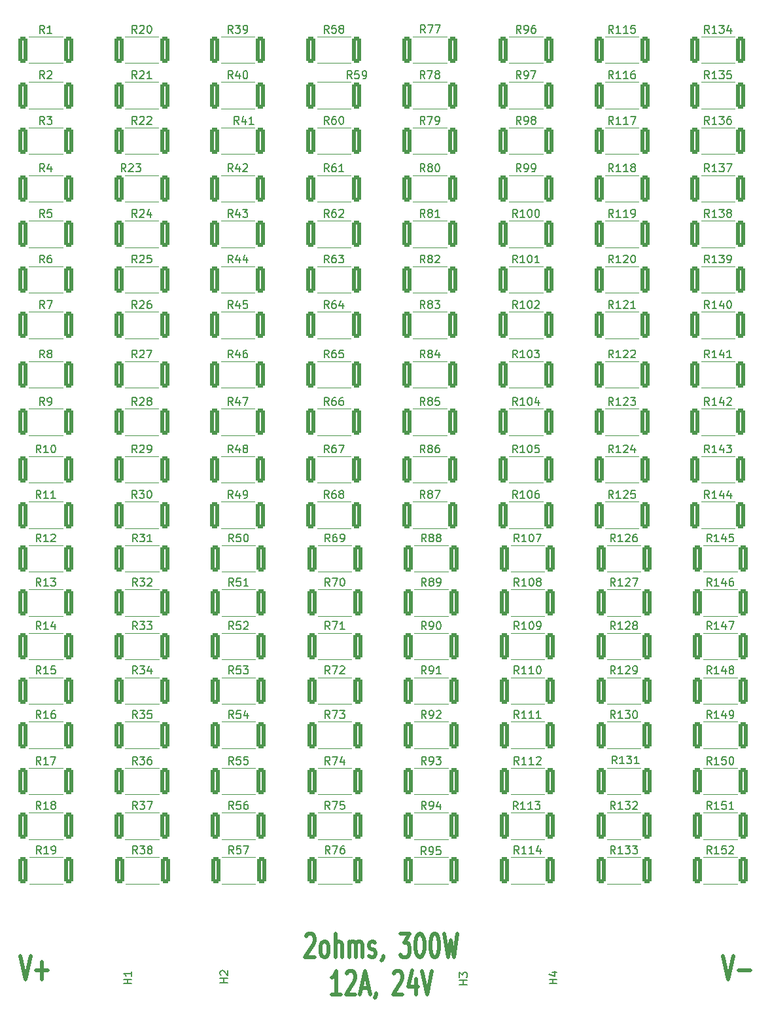
<source format=gbr>
%TF.GenerationSoftware,KiCad,Pcbnew,8.0.6*%
%TF.CreationDate,2024-12-19T08:29:33+08:00*%
%TF.ProjectId,dummyload,64756d6d-796c-46f6-9164-2e6b69636164,rev?*%
%TF.SameCoordinates,Original*%
%TF.FileFunction,Legend,Top*%
%TF.FilePolarity,Positive*%
%FSLAX46Y46*%
G04 Gerber Fmt 4.6, Leading zero omitted, Abs format (unit mm)*
G04 Created by KiCad (PCBNEW 8.0.6) date 2024-12-19 08:29:33*
%MOMM*%
%LPD*%
G01*
G04 APERTURE LIST*
G04 Aperture macros list*
%AMRoundRect*
0 Rectangle with rounded corners*
0 $1 Rounding radius*
0 $2 $3 $4 $5 $6 $7 $8 $9 X,Y pos of 4 corners*
0 Add a 4 corners polygon primitive as box body*
4,1,4,$2,$3,$4,$5,$6,$7,$8,$9,$2,$3,0*
0 Add four circle primitives for the rounded corners*
1,1,$1+$1,$2,$3*
1,1,$1+$1,$4,$5*
1,1,$1+$1,$6,$7*
1,1,$1+$1,$8,$9*
0 Add four rect primitives between the rounded corners*
20,1,$1+$1,$2,$3,$4,$5,0*
20,1,$1+$1,$4,$5,$6,$7,0*
20,1,$1+$1,$6,$7,$8,$9,0*
20,1,$1+$1,$8,$9,$2,$3,0*%
G04 Aperture macros list end*
%ADD10C,0.500000*%
%ADD11C,0.150000*%
%ADD12C,0.120000*%
%ADD13RoundRect,0.250000X-0.362500X-1.425000X0.362500X-1.425000X0.362500X1.425000X-0.362500X1.425000X0*%
%ADD14C,4.700000*%
%ADD15C,7.500000*%
G04 APERTURE END LIST*
D10*
X135139423Y-143356990D02*
X135806089Y-146356990D01*
X135806089Y-146356990D02*
X136472756Y-143356990D01*
X137139423Y-145214133D02*
X138663233Y-145214133D01*
X81170094Y-140779739D02*
X81265332Y-140636882D01*
X81265332Y-140636882D02*
X81455808Y-140494025D01*
X81455808Y-140494025D02*
X81931999Y-140494025D01*
X81931999Y-140494025D02*
X82122475Y-140636882D01*
X82122475Y-140636882D02*
X82217713Y-140779739D01*
X82217713Y-140779739D02*
X82312951Y-141065453D01*
X82312951Y-141065453D02*
X82312951Y-141351168D01*
X82312951Y-141351168D02*
X82217713Y-141779739D01*
X82217713Y-141779739D02*
X81074856Y-143494025D01*
X81074856Y-143494025D02*
X82312951Y-143494025D01*
X83455808Y-143494025D02*
X83265332Y-143351168D01*
X83265332Y-143351168D02*
X83170094Y-143208310D01*
X83170094Y-143208310D02*
X83074856Y-142922596D01*
X83074856Y-142922596D02*
X83074856Y-142065453D01*
X83074856Y-142065453D02*
X83170094Y-141779739D01*
X83170094Y-141779739D02*
X83265332Y-141636882D01*
X83265332Y-141636882D02*
X83455808Y-141494025D01*
X83455808Y-141494025D02*
X83741523Y-141494025D01*
X83741523Y-141494025D02*
X83931999Y-141636882D01*
X83931999Y-141636882D02*
X84027237Y-141779739D01*
X84027237Y-141779739D02*
X84122475Y-142065453D01*
X84122475Y-142065453D02*
X84122475Y-142922596D01*
X84122475Y-142922596D02*
X84027237Y-143208310D01*
X84027237Y-143208310D02*
X83931999Y-143351168D01*
X83931999Y-143351168D02*
X83741523Y-143494025D01*
X83741523Y-143494025D02*
X83455808Y-143494025D01*
X84979618Y-143494025D02*
X84979618Y-140494025D01*
X85836761Y-143494025D02*
X85836761Y-141922596D01*
X85836761Y-141922596D02*
X85741523Y-141636882D01*
X85741523Y-141636882D02*
X85551047Y-141494025D01*
X85551047Y-141494025D02*
X85265332Y-141494025D01*
X85265332Y-141494025D02*
X85074856Y-141636882D01*
X85074856Y-141636882D02*
X84979618Y-141779739D01*
X86789142Y-143494025D02*
X86789142Y-141494025D01*
X86789142Y-141779739D02*
X86884380Y-141636882D01*
X86884380Y-141636882D02*
X87074856Y-141494025D01*
X87074856Y-141494025D02*
X87360571Y-141494025D01*
X87360571Y-141494025D02*
X87551047Y-141636882D01*
X87551047Y-141636882D02*
X87646285Y-141922596D01*
X87646285Y-141922596D02*
X87646285Y-143494025D01*
X87646285Y-141922596D02*
X87741523Y-141636882D01*
X87741523Y-141636882D02*
X87931999Y-141494025D01*
X87931999Y-141494025D02*
X88217713Y-141494025D01*
X88217713Y-141494025D02*
X88408190Y-141636882D01*
X88408190Y-141636882D02*
X88503428Y-141922596D01*
X88503428Y-141922596D02*
X88503428Y-143494025D01*
X89360571Y-143351168D02*
X89551047Y-143494025D01*
X89551047Y-143494025D02*
X89931999Y-143494025D01*
X89931999Y-143494025D02*
X90122476Y-143351168D01*
X90122476Y-143351168D02*
X90217714Y-143065453D01*
X90217714Y-143065453D02*
X90217714Y-142922596D01*
X90217714Y-142922596D02*
X90122476Y-142636882D01*
X90122476Y-142636882D02*
X89931999Y-142494025D01*
X89931999Y-142494025D02*
X89646285Y-142494025D01*
X89646285Y-142494025D02*
X89455809Y-142351168D01*
X89455809Y-142351168D02*
X89360571Y-142065453D01*
X89360571Y-142065453D02*
X89360571Y-141922596D01*
X89360571Y-141922596D02*
X89455809Y-141636882D01*
X89455809Y-141636882D02*
X89646285Y-141494025D01*
X89646285Y-141494025D02*
X89931999Y-141494025D01*
X89931999Y-141494025D02*
X90122476Y-141636882D01*
X91170095Y-143351168D02*
X91170095Y-143494025D01*
X91170095Y-143494025D02*
X91074857Y-143779739D01*
X91074857Y-143779739D02*
X90979619Y-143922596D01*
X93360572Y-140494025D02*
X94598667Y-140494025D01*
X94598667Y-140494025D02*
X93932000Y-141636882D01*
X93932000Y-141636882D02*
X94217715Y-141636882D01*
X94217715Y-141636882D02*
X94408191Y-141779739D01*
X94408191Y-141779739D02*
X94503429Y-141922596D01*
X94503429Y-141922596D02*
X94598667Y-142208310D01*
X94598667Y-142208310D02*
X94598667Y-142922596D01*
X94598667Y-142922596D02*
X94503429Y-143208310D01*
X94503429Y-143208310D02*
X94408191Y-143351168D01*
X94408191Y-143351168D02*
X94217715Y-143494025D01*
X94217715Y-143494025D02*
X93646286Y-143494025D01*
X93646286Y-143494025D02*
X93455810Y-143351168D01*
X93455810Y-143351168D02*
X93360572Y-143208310D01*
X95836762Y-140494025D02*
X96027239Y-140494025D01*
X96027239Y-140494025D02*
X96217715Y-140636882D01*
X96217715Y-140636882D02*
X96312953Y-140779739D01*
X96312953Y-140779739D02*
X96408191Y-141065453D01*
X96408191Y-141065453D02*
X96503429Y-141636882D01*
X96503429Y-141636882D02*
X96503429Y-142351168D01*
X96503429Y-142351168D02*
X96408191Y-142922596D01*
X96408191Y-142922596D02*
X96312953Y-143208310D01*
X96312953Y-143208310D02*
X96217715Y-143351168D01*
X96217715Y-143351168D02*
X96027239Y-143494025D01*
X96027239Y-143494025D02*
X95836762Y-143494025D01*
X95836762Y-143494025D02*
X95646286Y-143351168D01*
X95646286Y-143351168D02*
X95551048Y-143208310D01*
X95551048Y-143208310D02*
X95455810Y-142922596D01*
X95455810Y-142922596D02*
X95360572Y-142351168D01*
X95360572Y-142351168D02*
X95360572Y-141636882D01*
X95360572Y-141636882D02*
X95455810Y-141065453D01*
X95455810Y-141065453D02*
X95551048Y-140779739D01*
X95551048Y-140779739D02*
X95646286Y-140636882D01*
X95646286Y-140636882D02*
X95836762Y-140494025D01*
X97741524Y-140494025D02*
X97932001Y-140494025D01*
X97932001Y-140494025D02*
X98122477Y-140636882D01*
X98122477Y-140636882D02*
X98217715Y-140779739D01*
X98217715Y-140779739D02*
X98312953Y-141065453D01*
X98312953Y-141065453D02*
X98408191Y-141636882D01*
X98408191Y-141636882D02*
X98408191Y-142351168D01*
X98408191Y-142351168D02*
X98312953Y-142922596D01*
X98312953Y-142922596D02*
X98217715Y-143208310D01*
X98217715Y-143208310D02*
X98122477Y-143351168D01*
X98122477Y-143351168D02*
X97932001Y-143494025D01*
X97932001Y-143494025D02*
X97741524Y-143494025D01*
X97741524Y-143494025D02*
X97551048Y-143351168D01*
X97551048Y-143351168D02*
X97455810Y-143208310D01*
X97455810Y-143208310D02*
X97360572Y-142922596D01*
X97360572Y-142922596D02*
X97265334Y-142351168D01*
X97265334Y-142351168D02*
X97265334Y-141636882D01*
X97265334Y-141636882D02*
X97360572Y-141065453D01*
X97360572Y-141065453D02*
X97455810Y-140779739D01*
X97455810Y-140779739D02*
X97551048Y-140636882D01*
X97551048Y-140636882D02*
X97741524Y-140494025D01*
X99074858Y-140494025D02*
X99551048Y-143494025D01*
X99551048Y-143494025D02*
X99932001Y-141351168D01*
X99932001Y-141351168D02*
X100312953Y-143494025D01*
X100312953Y-143494025D02*
X100789144Y-140494025D01*
X85693904Y-148323857D02*
X84551047Y-148323857D01*
X85122475Y-148323857D02*
X85122475Y-145323857D01*
X85122475Y-145323857D02*
X84931999Y-145752428D01*
X84931999Y-145752428D02*
X84741523Y-146038142D01*
X84741523Y-146038142D02*
X84551047Y-146181000D01*
X86455809Y-145609571D02*
X86551047Y-145466714D01*
X86551047Y-145466714D02*
X86741523Y-145323857D01*
X86741523Y-145323857D02*
X87217714Y-145323857D01*
X87217714Y-145323857D02*
X87408190Y-145466714D01*
X87408190Y-145466714D02*
X87503428Y-145609571D01*
X87503428Y-145609571D02*
X87598666Y-145895285D01*
X87598666Y-145895285D02*
X87598666Y-146181000D01*
X87598666Y-146181000D02*
X87503428Y-146609571D01*
X87503428Y-146609571D02*
X86360571Y-148323857D01*
X86360571Y-148323857D02*
X87598666Y-148323857D01*
X88360571Y-147466714D02*
X89312952Y-147466714D01*
X88170095Y-148323857D02*
X88836761Y-145323857D01*
X88836761Y-145323857D02*
X89503428Y-148323857D01*
X90265333Y-148181000D02*
X90265333Y-148323857D01*
X90265333Y-148323857D02*
X90170095Y-148609571D01*
X90170095Y-148609571D02*
X90074857Y-148752428D01*
X92551048Y-145609571D02*
X92646286Y-145466714D01*
X92646286Y-145466714D02*
X92836762Y-145323857D01*
X92836762Y-145323857D02*
X93312953Y-145323857D01*
X93312953Y-145323857D02*
X93503429Y-145466714D01*
X93503429Y-145466714D02*
X93598667Y-145609571D01*
X93598667Y-145609571D02*
X93693905Y-145895285D01*
X93693905Y-145895285D02*
X93693905Y-146181000D01*
X93693905Y-146181000D02*
X93598667Y-146609571D01*
X93598667Y-146609571D02*
X92455810Y-148323857D01*
X92455810Y-148323857D02*
X93693905Y-148323857D01*
X95408191Y-146323857D02*
X95408191Y-148323857D01*
X94932000Y-145181000D02*
X94455810Y-147323857D01*
X94455810Y-147323857D02*
X95693905Y-147323857D01*
X96170096Y-145323857D02*
X96836762Y-148323857D01*
X96836762Y-148323857D02*
X97503429Y-145323857D01*
X44207423Y-143356990D02*
X44874089Y-146356990D01*
X44874089Y-146356990D02*
X45540756Y-143356990D01*
X46207423Y-145214133D02*
X47731233Y-145214133D01*
X46969328Y-146356990D02*
X46969328Y-144071275D01*
D11*
X46857142Y-101124819D02*
X46523809Y-100648628D01*
X46285714Y-101124819D02*
X46285714Y-100124819D01*
X46285714Y-100124819D02*
X46666666Y-100124819D01*
X46666666Y-100124819D02*
X46761904Y-100172438D01*
X46761904Y-100172438D02*
X46809523Y-100220057D01*
X46809523Y-100220057D02*
X46857142Y-100315295D01*
X46857142Y-100315295D02*
X46857142Y-100458152D01*
X46857142Y-100458152D02*
X46809523Y-100553390D01*
X46809523Y-100553390D02*
X46761904Y-100601009D01*
X46761904Y-100601009D02*
X46666666Y-100648628D01*
X46666666Y-100648628D02*
X46285714Y-100648628D01*
X47809523Y-101124819D02*
X47238095Y-101124819D01*
X47523809Y-101124819D02*
X47523809Y-100124819D01*
X47523809Y-100124819D02*
X47428571Y-100267676D01*
X47428571Y-100267676D02*
X47333333Y-100362914D01*
X47333333Y-100362914D02*
X47238095Y-100410533D01*
X48666666Y-100458152D02*
X48666666Y-101124819D01*
X48428571Y-100077200D02*
X48190476Y-100791485D01*
X48190476Y-100791485D02*
X48809523Y-100791485D01*
X59326784Y-95504819D02*
X58993451Y-95028628D01*
X58755356Y-95504819D02*
X58755356Y-94504819D01*
X58755356Y-94504819D02*
X59136308Y-94504819D01*
X59136308Y-94504819D02*
X59231546Y-94552438D01*
X59231546Y-94552438D02*
X59279165Y-94600057D01*
X59279165Y-94600057D02*
X59326784Y-94695295D01*
X59326784Y-94695295D02*
X59326784Y-94838152D01*
X59326784Y-94838152D02*
X59279165Y-94933390D01*
X59279165Y-94933390D02*
X59231546Y-94981009D01*
X59231546Y-94981009D02*
X59136308Y-95028628D01*
X59136308Y-95028628D02*
X58755356Y-95028628D01*
X59660118Y-94504819D02*
X60279165Y-94504819D01*
X60279165Y-94504819D02*
X59945832Y-94885771D01*
X59945832Y-94885771D02*
X60088689Y-94885771D01*
X60088689Y-94885771D02*
X60183927Y-94933390D01*
X60183927Y-94933390D02*
X60231546Y-94981009D01*
X60231546Y-94981009D02*
X60279165Y-95076247D01*
X60279165Y-95076247D02*
X60279165Y-95314342D01*
X60279165Y-95314342D02*
X60231546Y-95409580D01*
X60231546Y-95409580D02*
X60183927Y-95457200D01*
X60183927Y-95457200D02*
X60088689Y-95504819D01*
X60088689Y-95504819D02*
X59802975Y-95504819D01*
X59802975Y-95504819D02*
X59707737Y-95457200D01*
X59707737Y-95457200D02*
X59660118Y-95409580D01*
X60660118Y-94600057D02*
X60707737Y-94552438D01*
X60707737Y-94552438D02*
X60802975Y-94504819D01*
X60802975Y-94504819D02*
X61041070Y-94504819D01*
X61041070Y-94504819D02*
X61136308Y-94552438D01*
X61136308Y-94552438D02*
X61183927Y-94600057D01*
X61183927Y-94600057D02*
X61231546Y-94695295D01*
X61231546Y-94695295D02*
X61231546Y-94790533D01*
X61231546Y-94790533D02*
X61183927Y-94933390D01*
X61183927Y-94933390D02*
X60612499Y-95504819D01*
X60612499Y-95504819D02*
X61231546Y-95504819D01*
X96571426Y-53714819D02*
X96238093Y-53238628D01*
X95999998Y-53714819D02*
X95999998Y-52714819D01*
X95999998Y-52714819D02*
X96380950Y-52714819D01*
X96380950Y-52714819D02*
X96476188Y-52762438D01*
X96476188Y-52762438D02*
X96523807Y-52810057D01*
X96523807Y-52810057D02*
X96571426Y-52905295D01*
X96571426Y-52905295D02*
X96571426Y-53048152D01*
X96571426Y-53048152D02*
X96523807Y-53143390D01*
X96523807Y-53143390D02*
X96476188Y-53191009D01*
X96476188Y-53191009D02*
X96380950Y-53238628D01*
X96380950Y-53238628D02*
X95999998Y-53238628D01*
X97142855Y-53143390D02*
X97047617Y-53095771D01*
X97047617Y-53095771D02*
X96999998Y-53048152D01*
X96999998Y-53048152D02*
X96952379Y-52952914D01*
X96952379Y-52952914D02*
X96952379Y-52905295D01*
X96952379Y-52905295D02*
X96999998Y-52810057D01*
X96999998Y-52810057D02*
X97047617Y-52762438D01*
X97047617Y-52762438D02*
X97142855Y-52714819D01*
X97142855Y-52714819D02*
X97333331Y-52714819D01*
X97333331Y-52714819D02*
X97428569Y-52762438D01*
X97428569Y-52762438D02*
X97476188Y-52810057D01*
X97476188Y-52810057D02*
X97523807Y-52905295D01*
X97523807Y-52905295D02*
X97523807Y-52952914D01*
X97523807Y-52952914D02*
X97476188Y-53048152D01*
X97476188Y-53048152D02*
X97428569Y-53095771D01*
X97428569Y-53095771D02*
X97333331Y-53143390D01*
X97333331Y-53143390D02*
X97142855Y-53143390D01*
X97142855Y-53143390D02*
X97047617Y-53191009D01*
X97047617Y-53191009D02*
X96999998Y-53238628D01*
X96999998Y-53238628D02*
X96952379Y-53333866D01*
X96952379Y-53333866D02*
X96952379Y-53524342D01*
X96952379Y-53524342D02*
X96999998Y-53619580D01*
X96999998Y-53619580D02*
X97047617Y-53667200D01*
X97047617Y-53667200D02*
X97142855Y-53714819D01*
X97142855Y-53714819D02*
X97333331Y-53714819D01*
X97333331Y-53714819D02*
X97428569Y-53667200D01*
X97428569Y-53667200D02*
X97476188Y-53619580D01*
X97476188Y-53619580D02*
X97523807Y-53524342D01*
X97523807Y-53524342D02*
X97523807Y-53333866D01*
X97523807Y-53333866D02*
X97476188Y-53238628D01*
X97476188Y-53238628D02*
X97428569Y-53191009D01*
X97428569Y-53191009D02*
X97333331Y-53143390D01*
X97904760Y-52810057D02*
X97952379Y-52762438D01*
X97952379Y-52762438D02*
X98047617Y-52714819D01*
X98047617Y-52714819D02*
X98285712Y-52714819D01*
X98285712Y-52714819D02*
X98380950Y-52762438D01*
X98380950Y-52762438D02*
X98428569Y-52810057D01*
X98428569Y-52810057D02*
X98476188Y-52905295D01*
X98476188Y-52905295D02*
X98476188Y-53000533D01*
X98476188Y-53000533D02*
X98428569Y-53143390D01*
X98428569Y-53143390D02*
X97857141Y-53714819D01*
X97857141Y-53714819D02*
X98476188Y-53714819D01*
X133380952Y-41934819D02*
X133047619Y-41458628D01*
X132809524Y-41934819D02*
X132809524Y-40934819D01*
X132809524Y-40934819D02*
X133190476Y-40934819D01*
X133190476Y-40934819D02*
X133285714Y-40982438D01*
X133285714Y-40982438D02*
X133333333Y-41030057D01*
X133333333Y-41030057D02*
X133380952Y-41125295D01*
X133380952Y-41125295D02*
X133380952Y-41268152D01*
X133380952Y-41268152D02*
X133333333Y-41363390D01*
X133333333Y-41363390D02*
X133285714Y-41411009D01*
X133285714Y-41411009D02*
X133190476Y-41458628D01*
X133190476Y-41458628D02*
X132809524Y-41458628D01*
X134333333Y-41934819D02*
X133761905Y-41934819D01*
X134047619Y-41934819D02*
X134047619Y-40934819D01*
X134047619Y-40934819D02*
X133952381Y-41077676D01*
X133952381Y-41077676D02*
X133857143Y-41172914D01*
X133857143Y-41172914D02*
X133761905Y-41220533D01*
X134666667Y-40934819D02*
X135285714Y-40934819D01*
X135285714Y-40934819D02*
X134952381Y-41315771D01*
X134952381Y-41315771D02*
X135095238Y-41315771D01*
X135095238Y-41315771D02*
X135190476Y-41363390D01*
X135190476Y-41363390D02*
X135238095Y-41411009D01*
X135238095Y-41411009D02*
X135285714Y-41506247D01*
X135285714Y-41506247D02*
X135285714Y-41744342D01*
X135285714Y-41744342D02*
X135238095Y-41839580D01*
X135238095Y-41839580D02*
X135190476Y-41887200D01*
X135190476Y-41887200D02*
X135095238Y-41934819D01*
X135095238Y-41934819D02*
X134809524Y-41934819D01*
X134809524Y-41934819D02*
X134714286Y-41887200D01*
X134714286Y-41887200D02*
X134666667Y-41839580D01*
X135619048Y-40934819D02*
X136285714Y-40934819D01*
X136285714Y-40934819D02*
X135857143Y-41934819D01*
X71796426Y-95504819D02*
X71463093Y-95028628D01*
X71224998Y-95504819D02*
X71224998Y-94504819D01*
X71224998Y-94504819D02*
X71605950Y-94504819D01*
X71605950Y-94504819D02*
X71701188Y-94552438D01*
X71701188Y-94552438D02*
X71748807Y-94600057D01*
X71748807Y-94600057D02*
X71796426Y-94695295D01*
X71796426Y-94695295D02*
X71796426Y-94838152D01*
X71796426Y-94838152D02*
X71748807Y-94933390D01*
X71748807Y-94933390D02*
X71701188Y-94981009D01*
X71701188Y-94981009D02*
X71605950Y-95028628D01*
X71605950Y-95028628D02*
X71224998Y-95028628D01*
X72701188Y-94504819D02*
X72224998Y-94504819D01*
X72224998Y-94504819D02*
X72177379Y-94981009D01*
X72177379Y-94981009D02*
X72224998Y-94933390D01*
X72224998Y-94933390D02*
X72320236Y-94885771D01*
X72320236Y-94885771D02*
X72558331Y-94885771D01*
X72558331Y-94885771D02*
X72653569Y-94933390D01*
X72653569Y-94933390D02*
X72701188Y-94981009D01*
X72701188Y-94981009D02*
X72748807Y-95076247D01*
X72748807Y-95076247D02*
X72748807Y-95314342D01*
X72748807Y-95314342D02*
X72701188Y-95409580D01*
X72701188Y-95409580D02*
X72653569Y-95457200D01*
X72653569Y-95457200D02*
X72558331Y-95504819D01*
X72558331Y-95504819D02*
X72320236Y-95504819D01*
X72320236Y-95504819D02*
X72224998Y-95457200D01*
X72224998Y-95457200D02*
X72177379Y-95409580D01*
X73701188Y-95504819D02*
X73129760Y-95504819D01*
X73415474Y-95504819D02*
X73415474Y-94504819D01*
X73415474Y-94504819D02*
X73320236Y-94647676D01*
X73320236Y-94647676D02*
X73224998Y-94742914D01*
X73224998Y-94742914D02*
X73129760Y-94790533D01*
X120952378Y-35794819D02*
X120619045Y-35318628D01*
X120380950Y-35794819D02*
X120380950Y-34794819D01*
X120380950Y-34794819D02*
X120761902Y-34794819D01*
X120761902Y-34794819D02*
X120857140Y-34842438D01*
X120857140Y-34842438D02*
X120904759Y-34890057D01*
X120904759Y-34890057D02*
X120952378Y-34985295D01*
X120952378Y-34985295D02*
X120952378Y-35128152D01*
X120952378Y-35128152D02*
X120904759Y-35223390D01*
X120904759Y-35223390D02*
X120857140Y-35271009D01*
X120857140Y-35271009D02*
X120761902Y-35318628D01*
X120761902Y-35318628D02*
X120380950Y-35318628D01*
X121904759Y-35794819D02*
X121333331Y-35794819D01*
X121619045Y-35794819D02*
X121619045Y-34794819D01*
X121619045Y-34794819D02*
X121523807Y-34937676D01*
X121523807Y-34937676D02*
X121428569Y-35032914D01*
X121428569Y-35032914D02*
X121333331Y-35080533D01*
X122857140Y-35794819D02*
X122285712Y-35794819D01*
X122571426Y-35794819D02*
X122571426Y-34794819D01*
X122571426Y-34794819D02*
X122476188Y-34937676D01*
X122476188Y-34937676D02*
X122380950Y-35032914D01*
X122380950Y-35032914D02*
X122285712Y-35080533D01*
X123190474Y-34794819D02*
X123857140Y-34794819D01*
X123857140Y-34794819D02*
X123428569Y-35794819D01*
X133668452Y-124374819D02*
X133335119Y-123898628D01*
X133097024Y-124374819D02*
X133097024Y-123374819D01*
X133097024Y-123374819D02*
X133477976Y-123374819D01*
X133477976Y-123374819D02*
X133573214Y-123422438D01*
X133573214Y-123422438D02*
X133620833Y-123470057D01*
X133620833Y-123470057D02*
X133668452Y-123565295D01*
X133668452Y-123565295D02*
X133668452Y-123708152D01*
X133668452Y-123708152D02*
X133620833Y-123803390D01*
X133620833Y-123803390D02*
X133573214Y-123851009D01*
X133573214Y-123851009D02*
X133477976Y-123898628D01*
X133477976Y-123898628D02*
X133097024Y-123898628D01*
X134620833Y-124374819D02*
X134049405Y-124374819D01*
X134335119Y-124374819D02*
X134335119Y-123374819D01*
X134335119Y-123374819D02*
X134239881Y-123517676D01*
X134239881Y-123517676D02*
X134144643Y-123612914D01*
X134144643Y-123612914D02*
X134049405Y-123660533D01*
X135525595Y-123374819D02*
X135049405Y-123374819D01*
X135049405Y-123374819D02*
X135001786Y-123851009D01*
X135001786Y-123851009D02*
X135049405Y-123803390D01*
X135049405Y-123803390D02*
X135144643Y-123755771D01*
X135144643Y-123755771D02*
X135382738Y-123755771D01*
X135382738Y-123755771D02*
X135477976Y-123803390D01*
X135477976Y-123803390D02*
X135525595Y-123851009D01*
X135525595Y-123851009D02*
X135573214Y-123946247D01*
X135573214Y-123946247D02*
X135573214Y-124184342D01*
X135573214Y-124184342D02*
X135525595Y-124279580D01*
X135525595Y-124279580D02*
X135477976Y-124327200D01*
X135477976Y-124327200D02*
X135382738Y-124374819D01*
X135382738Y-124374819D02*
X135144643Y-124374819D01*
X135144643Y-124374819D02*
X135049405Y-124327200D01*
X135049405Y-124327200D02*
X135001786Y-124279580D01*
X136525595Y-124374819D02*
X135954167Y-124374819D01*
X136239881Y-124374819D02*
X136239881Y-123374819D01*
X136239881Y-123374819D02*
X136144643Y-123517676D01*
X136144643Y-123517676D02*
X136049405Y-123612914D01*
X136049405Y-123612914D02*
X135954167Y-123660533D01*
X96571426Y-59604819D02*
X96238093Y-59128628D01*
X95999998Y-59604819D02*
X95999998Y-58604819D01*
X95999998Y-58604819D02*
X96380950Y-58604819D01*
X96380950Y-58604819D02*
X96476188Y-58652438D01*
X96476188Y-58652438D02*
X96523807Y-58700057D01*
X96523807Y-58700057D02*
X96571426Y-58795295D01*
X96571426Y-58795295D02*
X96571426Y-58938152D01*
X96571426Y-58938152D02*
X96523807Y-59033390D01*
X96523807Y-59033390D02*
X96476188Y-59081009D01*
X96476188Y-59081009D02*
X96380950Y-59128628D01*
X96380950Y-59128628D02*
X95999998Y-59128628D01*
X97142855Y-59033390D02*
X97047617Y-58985771D01*
X97047617Y-58985771D02*
X96999998Y-58938152D01*
X96999998Y-58938152D02*
X96952379Y-58842914D01*
X96952379Y-58842914D02*
X96952379Y-58795295D01*
X96952379Y-58795295D02*
X96999998Y-58700057D01*
X96999998Y-58700057D02*
X97047617Y-58652438D01*
X97047617Y-58652438D02*
X97142855Y-58604819D01*
X97142855Y-58604819D02*
X97333331Y-58604819D01*
X97333331Y-58604819D02*
X97428569Y-58652438D01*
X97428569Y-58652438D02*
X97476188Y-58700057D01*
X97476188Y-58700057D02*
X97523807Y-58795295D01*
X97523807Y-58795295D02*
X97523807Y-58842914D01*
X97523807Y-58842914D02*
X97476188Y-58938152D01*
X97476188Y-58938152D02*
X97428569Y-58985771D01*
X97428569Y-58985771D02*
X97333331Y-59033390D01*
X97333331Y-59033390D02*
X97142855Y-59033390D01*
X97142855Y-59033390D02*
X97047617Y-59081009D01*
X97047617Y-59081009D02*
X96999998Y-59128628D01*
X96999998Y-59128628D02*
X96952379Y-59223866D01*
X96952379Y-59223866D02*
X96952379Y-59414342D01*
X96952379Y-59414342D02*
X96999998Y-59509580D01*
X96999998Y-59509580D02*
X97047617Y-59557200D01*
X97047617Y-59557200D02*
X97142855Y-59604819D01*
X97142855Y-59604819D02*
X97333331Y-59604819D01*
X97333331Y-59604819D02*
X97428569Y-59557200D01*
X97428569Y-59557200D02*
X97476188Y-59509580D01*
X97476188Y-59509580D02*
X97523807Y-59414342D01*
X97523807Y-59414342D02*
X97523807Y-59223866D01*
X97523807Y-59223866D02*
X97476188Y-59128628D01*
X97476188Y-59128628D02*
X97428569Y-59081009D01*
X97428569Y-59081009D02*
X97333331Y-59033390D01*
X97857141Y-58604819D02*
X98476188Y-58604819D01*
X98476188Y-58604819D02*
X98142855Y-58985771D01*
X98142855Y-58985771D02*
X98285712Y-58985771D01*
X98285712Y-58985771D02*
X98380950Y-59033390D01*
X98380950Y-59033390D02*
X98428569Y-59081009D01*
X98428569Y-59081009D02*
X98476188Y-59176247D01*
X98476188Y-59176247D02*
X98476188Y-59414342D01*
X98476188Y-59414342D02*
X98428569Y-59509580D01*
X98428569Y-59509580D02*
X98380950Y-59557200D01*
X98380950Y-59557200D02*
X98285712Y-59604819D01*
X98285712Y-59604819D02*
X97999998Y-59604819D01*
X97999998Y-59604819D02*
X97904760Y-59557200D01*
X97904760Y-59557200D02*
X97857141Y-59509580D01*
X71714284Y-65994819D02*
X71380951Y-65518628D01*
X71142856Y-65994819D02*
X71142856Y-64994819D01*
X71142856Y-64994819D02*
X71523808Y-64994819D01*
X71523808Y-64994819D02*
X71619046Y-65042438D01*
X71619046Y-65042438D02*
X71666665Y-65090057D01*
X71666665Y-65090057D02*
X71714284Y-65185295D01*
X71714284Y-65185295D02*
X71714284Y-65328152D01*
X71714284Y-65328152D02*
X71666665Y-65423390D01*
X71666665Y-65423390D02*
X71619046Y-65471009D01*
X71619046Y-65471009D02*
X71523808Y-65518628D01*
X71523808Y-65518628D02*
X71142856Y-65518628D01*
X72571427Y-65328152D02*
X72571427Y-65994819D01*
X72333332Y-64947200D02*
X72095237Y-65661485D01*
X72095237Y-65661485D02*
X72714284Y-65661485D01*
X73523808Y-64994819D02*
X73333332Y-64994819D01*
X73333332Y-64994819D02*
X73238094Y-65042438D01*
X73238094Y-65042438D02*
X73190475Y-65090057D01*
X73190475Y-65090057D02*
X73095237Y-65232914D01*
X73095237Y-65232914D02*
X73047618Y-65423390D01*
X73047618Y-65423390D02*
X73047618Y-65804342D01*
X73047618Y-65804342D02*
X73095237Y-65899580D01*
X73095237Y-65899580D02*
X73142856Y-65947200D01*
X73142856Y-65947200D02*
X73238094Y-65994819D01*
X73238094Y-65994819D02*
X73428570Y-65994819D01*
X73428570Y-65994819D02*
X73523808Y-65947200D01*
X73523808Y-65947200D02*
X73571427Y-65899580D01*
X73571427Y-65899580D02*
X73619046Y-65804342D01*
X73619046Y-65804342D02*
X73619046Y-65566247D01*
X73619046Y-65566247D02*
X73571427Y-65471009D01*
X73571427Y-65471009D02*
X73523808Y-65423390D01*
X73523808Y-65423390D02*
X73428570Y-65375771D01*
X73428570Y-65375771D02*
X73238094Y-65375771D01*
X73238094Y-65375771D02*
X73142856Y-65423390D01*
X73142856Y-65423390D02*
X73095237Y-65471009D01*
X73095237Y-65471009D02*
X73047618Y-65566247D01*
X121198804Y-124374819D02*
X120865471Y-123898628D01*
X120627376Y-124374819D02*
X120627376Y-123374819D01*
X120627376Y-123374819D02*
X121008328Y-123374819D01*
X121008328Y-123374819D02*
X121103566Y-123422438D01*
X121103566Y-123422438D02*
X121151185Y-123470057D01*
X121151185Y-123470057D02*
X121198804Y-123565295D01*
X121198804Y-123565295D02*
X121198804Y-123708152D01*
X121198804Y-123708152D02*
X121151185Y-123803390D01*
X121151185Y-123803390D02*
X121103566Y-123851009D01*
X121103566Y-123851009D02*
X121008328Y-123898628D01*
X121008328Y-123898628D02*
X120627376Y-123898628D01*
X122151185Y-124374819D02*
X121579757Y-124374819D01*
X121865471Y-124374819D02*
X121865471Y-123374819D01*
X121865471Y-123374819D02*
X121770233Y-123517676D01*
X121770233Y-123517676D02*
X121674995Y-123612914D01*
X121674995Y-123612914D02*
X121579757Y-123660533D01*
X122484519Y-123374819D02*
X123103566Y-123374819D01*
X123103566Y-123374819D02*
X122770233Y-123755771D01*
X122770233Y-123755771D02*
X122913090Y-123755771D01*
X122913090Y-123755771D02*
X123008328Y-123803390D01*
X123008328Y-123803390D02*
X123055947Y-123851009D01*
X123055947Y-123851009D02*
X123103566Y-123946247D01*
X123103566Y-123946247D02*
X123103566Y-124184342D01*
X123103566Y-124184342D02*
X123055947Y-124279580D01*
X123055947Y-124279580D02*
X123008328Y-124327200D01*
X123008328Y-124327200D02*
X122913090Y-124374819D01*
X122913090Y-124374819D02*
X122627376Y-124374819D01*
X122627376Y-124374819D02*
X122532138Y-124327200D01*
X122532138Y-124327200D02*
X122484519Y-124279580D01*
X123484519Y-123470057D02*
X123532138Y-123422438D01*
X123532138Y-123422438D02*
X123627376Y-123374819D01*
X123627376Y-123374819D02*
X123865471Y-123374819D01*
X123865471Y-123374819D02*
X123960709Y-123422438D01*
X123960709Y-123422438D02*
X124008328Y-123470057D01*
X124008328Y-123470057D02*
X124055947Y-123565295D01*
X124055947Y-123565295D02*
X124055947Y-123660533D01*
X124055947Y-123660533D02*
X124008328Y-123803390D01*
X124008328Y-123803390D02*
X123436900Y-124374819D01*
X123436900Y-124374819D02*
X124055947Y-124374819D01*
X58622020Y-146945005D02*
X57622020Y-146945005D01*
X58098210Y-146945005D02*
X58098210Y-146373577D01*
X58622020Y-146373577D02*
X57622020Y-146373577D01*
X58622020Y-145373577D02*
X58622020Y-145945005D01*
X58622020Y-145659291D02*
X57622020Y-145659291D01*
X57622020Y-145659291D02*
X57764877Y-145754529D01*
X57764877Y-145754529D02*
X57860115Y-145849767D01*
X57860115Y-145849767D02*
X57907734Y-145945005D01*
X59285713Y-72134819D02*
X58952380Y-71658628D01*
X58714285Y-72134819D02*
X58714285Y-71134819D01*
X58714285Y-71134819D02*
X59095237Y-71134819D01*
X59095237Y-71134819D02*
X59190475Y-71182438D01*
X59190475Y-71182438D02*
X59238094Y-71230057D01*
X59238094Y-71230057D02*
X59285713Y-71325295D01*
X59285713Y-71325295D02*
X59285713Y-71468152D01*
X59285713Y-71468152D02*
X59238094Y-71563390D01*
X59238094Y-71563390D02*
X59190475Y-71611009D01*
X59190475Y-71611009D02*
X59095237Y-71658628D01*
X59095237Y-71658628D02*
X58714285Y-71658628D01*
X59666666Y-71230057D02*
X59714285Y-71182438D01*
X59714285Y-71182438D02*
X59809523Y-71134819D01*
X59809523Y-71134819D02*
X60047618Y-71134819D01*
X60047618Y-71134819D02*
X60142856Y-71182438D01*
X60142856Y-71182438D02*
X60190475Y-71230057D01*
X60190475Y-71230057D02*
X60238094Y-71325295D01*
X60238094Y-71325295D02*
X60238094Y-71420533D01*
X60238094Y-71420533D02*
X60190475Y-71563390D01*
X60190475Y-71563390D02*
X59619047Y-72134819D01*
X59619047Y-72134819D02*
X60238094Y-72134819D01*
X60809523Y-71563390D02*
X60714285Y-71515771D01*
X60714285Y-71515771D02*
X60666666Y-71468152D01*
X60666666Y-71468152D02*
X60619047Y-71372914D01*
X60619047Y-71372914D02*
X60619047Y-71325295D01*
X60619047Y-71325295D02*
X60666666Y-71230057D01*
X60666666Y-71230057D02*
X60714285Y-71182438D01*
X60714285Y-71182438D02*
X60809523Y-71134819D01*
X60809523Y-71134819D02*
X60999999Y-71134819D01*
X60999999Y-71134819D02*
X61095237Y-71182438D01*
X61095237Y-71182438D02*
X61142856Y-71230057D01*
X61142856Y-71230057D02*
X61190475Y-71325295D01*
X61190475Y-71325295D02*
X61190475Y-71372914D01*
X61190475Y-71372914D02*
X61142856Y-71468152D01*
X61142856Y-71468152D02*
X61095237Y-71515771D01*
X61095237Y-71515771D02*
X60999999Y-71563390D01*
X60999999Y-71563390D02*
X60809523Y-71563390D01*
X60809523Y-71563390D02*
X60714285Y-71611009D01*
X60714285Y-71611009D02*
X60666666Y-71658628D01*
X60666666Y-71658628D02*
X60619047Y-71753866D01*
X60619047Y-71753866D02*
X60619047Y-71944342D01*
X60619047Y-71944342D02*
X60666666Y-72039580D01*
X60666666Y-72039580D02*
X60714285Y-72087200D01*
X60714285Y-72087200D02*
X60809523Y-72134819D01*
X60809523Y-72134819D02*
X60999999Y-72134819D01*
X60999999Y-72134819D02*
X61095237Y-72087200D01*
X61095237Y-72087200D02*
X61142856Y-72039580D01*
X61142856Y-72039580D02*
X61190475Y-71944342D01*
X61190475Y-71944342D02*
X61190475Y-71753866D01*
X61190475Y-71753866D02*
X61142856Y-71658628D01*
X61142856Y-71658628D02*
X61095237Y-71611009D01*
X61095237Y-71611009D02*
X60999999Y-71563390D01*
X59285713Y-78274819D02*
X58952380Y-77798628D01*
X58714285Y-78274819D02*
X58714285Y-77274819D01*
X58714285Y-77274819D02*
X59095237Y-77274819D01*
X59095237Y-77274819D02*
X59190475Y-77322438D01*
X59190475Y-77322438D02*
X59238094Y-77370057D01*
X59238094Y-77370057D02*
X59285713Y-77465295D01*
X59285713Y-77465295D02*
X59285713Y-77608152D01*
X59285713Y-77608152D02*
X59238094Y-77703390D01*
X59238094Y-77703390D02*
X59190475Y-77751009D01*
X59190475Y-77751009D02*
X59095237Y-77798628D01*
X59095237Y-77798628D02*
X58714285Y-77798628D01*
X59666666Y-77370057D02*
X59714285Y-77322438D01*
X59714285Y-77322438D02*
X59809523Y-77274819D01*
X59809523Y-77274819D02*
X60047618Y-77274819D01*
X60047618Y-77274819D02*
X60142856Y-77322438D01*
X60142856Y-77322438D02*
X60190475Y-77370057D01*
X60190475Y-77370057D02*
X60238094Y-77465295D01*
X60238094Y-77465295D02*
X60238094Y-77560533D01*
X60238094Y-77560533D02*
X60190475Y-77703390D01*
X60190475Y-77703390D02*
X59619047Y-78274819D01*
X59619047Y-78274819D02*
X60238094Y-78274819D01*
X60714285Y-78274819D02*
X60904761Y-78274819D01*
X60904761Y-78274819D02*
X60999999Y-78227200D01*
X60999999Y-78227200D02*
X61047618Y-78179580D01*
X61047618Y-78179580D02*
X61142856Y-78036723D01*
X61142856Y-78036723D02*
X61190475Y-77846247D01*
X61190475Y-77846247D02*
X61190475Y-77465295D01*
X61190475Y-77465295D02*
X61142856Y-77370057D01*
X61142856Y-77370057D02*
X61095237Y-77322438D01*
X61095237Y-77322438D02*
X60999999Y-77274819D01*
X60999999Y-77274819D02*
X60809523Y-77274819D01*
X60809523Y-77274819D02*
X60714285Y-77322438D01*
X60714285Y-77322438D02*
X60666666Y-77370057D01*
X60666666Y-77370057D02*
X60619047Y-77465295D01*
X60619047Y-77465295D02*
X60619047Y-77703390D01*
X60619047Y-77703390D02*
X60666666Y-77798628D01*
X60666666Y-77798628D02*
X60714285Y-77846247D01*
X60714285Y-77846247D02*
X60809523Y-77893866D01*
X60809523Y-77893866D02*
X60999999Y-77893866D01*
X60999999Y-77893866D02*
X61095237Y-77846247D01*
X61095237Y-77846247D02*
X61142856Y-77798628D01*
X61142856Y-77798628D02*
X61190475Y-77703390D01*
X120952378Y-78274819D02*
X120619045Y-77798628D01*
X120380950Y-78274819D02*
X120380950Y-77274819D01*
X120380950Y-77274819D02*
X120761902Y-77274819D01*
X120761902Y-77274819D02*
X120857140Y-77322438D01*
X120857140Y-77322438D02*
X120904759Y-77370057D01*
X120904759Y-77370057D02*
X120952378Y-77465295D01*
X120952378Y-77465295D02*
X120952378Y-77608152D01*
X120952378Y-77608152D02*
X120904759Y-77703390D01*
X120904759Y-77703390D02*
X120857140Y-77751009D01*
X120857140Y-77751009D02*
X120761902Y-77798628D01*
X120761902Y-77798628D02*
X120380950Y-77798628D01*
X121904759Y-78274819D02*
X121333331Y-78274819D01*
X121619045Y-78274819D02*
X121619045Y-77274819D01*
X121619045Y-77274819D02*
X121523807Y-77417676D01*
X121523807Y-77417676D02*
X121428569Y-77512914D01*
X121428569Y-77512914D02*
X121333331Y-77560533D01*
X122285712Y-77370057D02*
X122333331Y-77322438D01*
X122333331Y-77322438D02*
X122428569Y-77274819D01*
X122428569Y-77274819D02*
X122666664Y-77274819D01*
X122666664Y-77274819D02*
X122761902Y-77322438D01*
X122761902Y-77322438D02*
X122809521Y-77370057D01*
X122809521Y-77370057D02*
X122857140Y-77465295D01*
X122857140Y-77465295D02*
X122857140Y-77560533D01*
X122857140Y-77560533D02*
X122809521Y-77703390D01*
X122809521Y-77703390D02*
X122238093Y-78274819D01*
X122238093Y-78274819D02*
X122857140Y-78274819D01*
X123714283Y-77608152D02*
X123714283Y-78274819D01*
X123476188Y-77227200D02*
X123238093Y-77941485D01*
X123238093Y-77941485D02*
X123857140Y-77941485D01*
X47333333Y-72134819D02*
X47000000Y-71658628D01*
X46761905Y-72134819D02*
X46761905Y-71134819D01*
X46761905Y-71134819D02*
X47142857Y-71134819D01*
X47142857Y-71134819D02*
X47238095Y-71182438D01*
X47238095Y-71182438D02*
X47285714Y-71230057D01*
X47285714Y-71230057D02*
X47333333Y-71325295D01*
X47333333Y-71325295D02*
X47333333Y-71468152D01*
X47333333Y-71468152D02*
X47285714Y-71563390D01*
X47285714Y-71563390D02*
X47238095Y-71611009D01*
X47238095Y-71611009D02*
X47142857Y-71658628D01*
X47142857Y-71658628D02*
X46761905Y-71658628D01*
X47809524Y-72134819D02*
X48000000Y-72134819D01*
X48000000Y-72134819D02*
X48095238Y-72087200D01*
X48095238Y-72087200D02*
X48142857Y-72039580D01*
X48142857Y-72039580D02*
X48238095Y-71896723D01*
X48238095Y-71896723D02*
X48285714Y-71706247D01*
X48285714Y-71706247D02*
X48285714Y-71325295D01*
X48285714Y-71325295D02*
X48238095Y-71230057D01*
X48238095Y-71230057D02*
X48190476Y-71182438D01*
X48190476Y-71182438D02*
X48095238Y-71134819D01*
X48095238Y-71134819D02*
X47904762Y-71134819D01*
X47904762Y-71134819D02*
X47809524Y-71182438D01*
X47809524Y-71182438D02*
X47761905Y-71230057D01*
X47761905Y-71230057D02*
X47714286Y-71325295D01*
X47714286Y-71325295D02*
X47714286Y-71563390D01*
X47714286Y-71563390D02*
X47761905Y-71658628D01*
X47761905Y-71658628D02*
X47809524Y-71706247D01*
X47809524Y-71706247D02*
X47904762Y-71753866D01*
X47904762Y-71753866D02*
X48095238Y-71753866D01*
X48095238Y-71753866D02*
X48190476Y-71706247D01*
X48190476Y-71706247D02*
X48238095Y-71658628D01*
X48238095Y-71658628D02*
X48285714Y-71563390D01*
X71714284Y-41934819D02*
X71380951Y-41458628D01*
X71142856Y-41934819D02*
X71142856Y-40934819D01*
X71142856Y-40934819D02*
X71523808Y-40934819D01*
X71523808Y-40934819D02*
X71619046Y-40982438D01*
X71619046Y-40982438D02*
X71666665Y-41030057D01*
X71666665Y-41030057D02*
X71714284Y-41125295D01*
X71714284Y-41125295D02*
X71714284Y-41268152D01*
X71714284Y-41268152D02*
X71666665Y-41363390D01*
X71666665Y-41363390D02*
X71619046Y-41411009D01*
X71619046Y-41411009D02*
X71523808Y-41458628D01*
X71523808Y-41458628D02*
X71142856Y-41458628D01*
X72571427Y-41268152D02*
X72571427Y-41934819D01*
X72333332Y-40887200D02*
X72095237Y-41601485D01*
X72095237Y-41601485D02*
X72714284Y-41601485D01*
X73047618Y-41030057D02*
X73095237Y-40982438D01*
X73095237Y-40982438D02*
X73190475Y-40934819D01*
X73190475Y-40934819D02*
X73428570Y-40934819D01*
X73428570Y-40934819D02*
X73523808Y-40982438D01*
X73523808Y-40982438D02*
X73571427Y-41030057D01*
X73571427Y-41030057D02*
X73619046Y-41125295D01*
X73619046Y-41125295D02*
X73619046Y-41220533D01*
X73619046Y-41220533D02*
X73571427Y-41363390D01*
X73571427Y-41363390D02*
X72999999Y-41934819D01*
X72999999Y-41934819D02*
X73619046Y-41934819D01*
X71714284Y-59604819D02*
X71380951Y-59128628D01*
X71142856Y-59604819D02*
X71142856Y-58604819D01*
X71142856Y-58604819D02*
X71523808Y-58604819D01*
X71523808Y-58604819D02*
X71619046Y-58652438D01*
X71619046Y-58652438D02*
X71666665Y-58700057D01*
X71666665Y-58700057D02*
X71714284Y-58795295D01*
X71714284Y-58795295D02*
X71714284Y-58938152D01*
X71714284Y-58938152D02*
X71666665Y-59033390D01*
X71666665Y-59033390D02*
X71619046Y-59081009D01*
X71619046Y-59081009D02*
X71523808Y-59128628D01*
X71523808Y-59128628D02*
X71142856Y-59128628D01*
X72571427Y-58938152D02*
X72571427Y-59604819D01*
X72333332Y-58557200D02*
X72095237Y-59271485D01*
X72095237Y-59271485D02*
X72714284Y-59271485D01*
X73571427Y-58604819D02*
X73095237Y-58604819D01*
X73095237Y-58604819D02*
X73047618Y-59081009D01*
X73047618Y-59081009D02*
X73095237Y-59033390D01*
X73095237Y-59033390D02*
X73190475Y-58985771D01*
X73190475Y-58985771D02*
X73428570Y-58985771D01*
X73428570Y-58985771D02*
X73523808Y-59033390D01*
X73523808Y-59033390D02*
X73571427Y-59081009D01*
X73571427Y-59081009D02*
X73619046Y-59176247D01*
X73619046Y-59176247D02*
X73619046Y-59414342D01*
X73619046Y-59414342D02*
X73571427Y-59509580D01*
X73571427Y-59509580D02*
X73523808Y-59557200D01*
X73523808Y-59557200D02*
X73428570Y-59604819D01*
X73428570Y-59604819D02*
X73190475Y-59604819D01*
X73190475Y-59604819D02*
X73095237Y-59557200D01*
X73095237Y-59557200D02*
X73047618Y-59509580D01*
X96571426Y-65994819D02*
X96238093Y-65518628D01*
X95999998Y-65994819D02*
X95999998Y-64994819D01*
X95999998Y-64994819D02*
X96380950Y-64994819D01*
X96380950Y-64994819D02*
X96476188Y-65042438D01*
X96476188Y-65042438D02*
X96523807Y-65090057D01*
X96523807Y-65090057D02*
X96571426Y-65185295D01*
X96571426Y-65185295D02*
X96571426Y-65328152D01*
X96571426Y-65328152D02*
X96523807Y-65423390D01*
X96523807Y-65423390D02*
X96476188Y-65471009D01*
X96476188Y-65471009D02*
X96380950Y-65518628D01*
X96380950Y-65518628D02*
X95999998Y-65518628D01*
X97142855Y-65423390D02*
X97047617Y-65375771D01*
X97047617Y-65375771D02*
X96999998Y-65328152D01*
X96999998Y-65328152D02*
X96952379Y-65232914D01*
X96952379Y-65232914D02*
X96952379Y-65185295D01*
X96952379Y-65185295D02*
X96999998Y-65090057D01*
X96999998Y-65090057D02*
X97047617Y-65042438D01*
X97047617Y-65042438D02*
X97142855Y-64994819D01*
X97142855Y-64994819D02*
X97333331Y-64994819D01*
X97333331Y-64994819D02*
X97428569Y-65042438D01*
X97428569Y-65042438D02*
X97476188Y-65090057D01*
X97476188Y-65090057D02*
X97523807Y-65185295D01*
X97523807Y-65185295D02*
X97523807Y-65232914D01*
X97523807Y-65232914D02*
X97476188Y-65328152D01*
X97476188Y-65328152D02*
X97428569Y-65375771D01*
X97428569Y-65375771D02*
X97333331Y-65423390D01*
X97333331Y-65423390D02*
X97142855Y-65423390D01*
X97142855Y-65423390D02*
X97047617Y-65471009D01*
X97047617Y-65471009D02*
X96999998Y-65518628D01*
X96999998Y-65518628D02*
X96952379Y-65613866D01*
X96952379Y-65613866D02*
X96952379Y-65804342D01*
X96952379Y-65804342D02*
X96999998Y-65899580D01*
X96999998Y-65899580D02*
X97047617Y-65947200D01*
X97047617Y-65947200D02*
X97142855Y-65994819D01*
X97142855Y-65994819D02*
X97333331Y-65994819D01*
X97333331Y-65994819D02*
X97428569Y-65947200D01*
X97428569Y-65947200D02*
X97476188Y-65899580D01*
X97476188Y-65899580D02*
X97523807Y-65804342D01*
X97523807Y-65804342D02*
X97523807Y-65613866D01*
X97523807Y-65613866D02*
X97476188Y-65518628D01*
X97476188Y-65518628D02*
X97428569Y-65471009D01*
X97428569Y-65471009D02*
X97333331Y-65423390D01*
X98380950Y-65328152D02*
X98380950Y-65994819D01*
X98142855Y-64947200D02*
X97904760Y-65661485D01*
X97904760Y-65661485D02*
X98523807Y-65661485D01*
X59285713Y-35794819D02*
X58952380Y-35318628D01*
X58714285Y-35794819D02*
X58714285Y-34794819D01*
X58714285Y-34794819D02*
X59095237Y-34794819D01*
X59095237Y-34794819D02*
X59190475Y-34842438D01*
X59190475Y-34842438D02*
X59238094Y-34890057D01*
X59238094Y-34890057D02*
X59285713Y-34985295D01*
X59285713Y-34985295D02*
X59285713Y-35128152D01*
X59285713Y-35128152D02*
X59238094Y-35223390D01*
X59238094Y-35223390D02*
X59190475Y-35271009D01*
X59190475Y-35271009D02*
X59095237Y-35318628D01*
X59095237Y-35318628D02*
X58714285Y-35318628D01*
X59666666Y-34890057D02*
X59714285Y-34842438D01*
X59714285Y-34842438D02*
X59809523Y-34794819D01*
X59809523Y-34794819D02*
X60047618Y-34794819D01*
X60047618Y-34794819D02*
X60142856Y-34842438D01*
X60142856Y-34842438D02*
X60190475Y-34890057D01*
X60190475Y-34890057D02*
X60238094Y-34985295D01*
X60238094Y-34985295D02*
X60238094Y-35080533D01*
X60238094Y-35080533D02*
X60190475Y-35223390D01*
X60190475Y-35223390D02*
X59619047Y-35794819D01*
X59619047Y-35794819D02*
X60238094Y-35794819D01*
X60619047Y-34890057D02*
X60666666Y-34842438D01*
X60666666Y-34842438D02*
X60761904Y-34794819D01*
X60761904Y-34794819D02*
X60999999Y-34794819D01*
X60999999Y-34794819D02*
X61095237Y-34842438D01*
X61095237Y-34842438D02*
X61142856Y-34890057D01*
X61142856Y-34890057D02*
X61190475Y-34985295D01*
X61190475Y-34985295D02*
X61190475Y-35080533D01*
X61190475Y-35080533D02*
X61142856Y-35223390D01*
X61142856Y-35223390D02*
X60571428Y-35794819D01*
X60571428Y-35794819D02*
X61190475Y-35794819D01*
X46857142Y-89784819D02*
X46523809Y-89308628D01*
X46285714Y-89784819D02*
X46285714Y-88784819D01*
X46285714Y-88784819D02*
X46666666Y-88784819D01*
X46666666Y-88784819D02*
X46761904Y-88832438D01*
X46761904Y-88832438D02*
X46809523Y-88880057D01*
X46809523Y-88880057D02*
X46857142Y-88975295D01*
X46857142Y-88975295D02*
X46857142Y-89118152D01*
X46857142Y-89118152D02*
X46809523Y-89213390D01*
X46809523Y-89213390D02*
X46761904Y-89261009D01*
X46761904Y-89261009D02*
X46666666Y-89308628D01*
X46666666Y-89308628D02*
X46285714Y-89308628D01*
X47809523Y-89784819D02*
X47238095Y-89784819D01*
X47523809Y-89784819D02*
X47523809Y-88784819D01*
X47523809Y-88784819D02*
X47428571Y-88927676D01*
X47428571Y-88927676D02*
X47333333Y-89022914D01*
X47333333Y-89022914D02*
X47238095Y-89070533D01*
X48190476Y-88880057D02*
X48238095Y-88832438D01*
X48238095Y-88832438D02*
X48333333Y-88784819D01*
X48333333Y-88784819D02*
X48571428Y-88784819D01*
X48571428Y-88784819D02*
X48666666Y-88832438D01*
X48666666Y-88832438D02*
X48714285Y-88880057D01*
X48714285Y-88880057D02*
X48761904Y-88975295D01*
X48761904Y-88975295D02*
X48761904Y-89070533D01*
X48761904Y-89070533D02*
X48714285Y-89213390D01*
X48714285Y-89213390D02*
X48142857Y-89784819D01*
X48142857Y-89784819D02*
X48761904Y-89784819D01*
X133668452Y-118594819D02*
X133335119Y-118118628D01*
X133097024Y-118594819D02*
X133097024Y-117594819D01*
X133097024Y-117594819D02*
X133477976Y-117594819D01*
X133477976Y-117594819D02*
X133573214Y-117642438D01*
X133573214Y-117642438D02*
X133620833Y-117690057D01*
X133620833Y-117690057D02*
X133668452Y-117785295D01*
X133668452Y-117785295D02*
X133668452Y-117928152D01*
X133668452Y-117928152D02*
X133620833Y-118023390D01*
X133620833Y-118023390D02*
X133573214Y-118071009D01*
X133573214Y-118071009D02*
X133477976Y-118118628D01*
X133477976Y-118118628D02*
X133097024Y-118118628D01*
X134620833Y-118594819D02*
X134049405Y-118594819D01*
X134335119Y-118594819D02*
X134335119Y-117594819D01*
X134335119Y-117594819D02*
X134239881Y-117737676D01*
X134239881Y-117737676D02*
X134144643Y-117832914D01*
X134144643Y-117832914D02*
X134049405Y-117880533D01*
X135525595Y-117594819D02*
X135049405Y-117594819D01*
X135049405Y-117594819D02*
X135001786Y-118071009D01*
X135001786Y-118071009D02*
X135049405Y-118023390D01*
X135049405Y-118023390D02*
X135144643Y-117975771D01*
X135144643Y-117975771D02*
X135382738Y-117975771D01*
X135382738Y-117975771D02*
X135477976Y-118023390D01*
X135477976Y-118023390D02*
X135525595Y-118071009D01*
X135525595Y-118071009D02*
X135573214Y-118166247D01*
X135573214Y-118166247D02*
X135573214Y-118404342D01*
X135573214Y-118404342D02*
X135525595Y-118499580D01*
X135525595Y-118499580D02*
X135477976Y-118547200D01*
X135477976Y-118547200D02*
X135382738Y-118594819D01*
X135382738Y-118594819D02*
X135144643Y-118594819D01*
X135144643Y-118594819D02*
X135049405Y-118547200D01*
X135049405Y-118547200D02*
X135001786Y-118499580D01*
X136192262Y-117594819D02*
X136287500Y-117594819D01*
X136287500Y-117594819D02*
X136382738Y-117642438D01*
X136382738Y-117642438D02*
X136430357Y-117690057D01*
X136430357Y-117690057D02*
X136477976Y-117785295D01*
X136477976Y-117785295D02*
X136525595Y-117975771D01*
X136525595Y-117975771D02*
X136525595Y-118213866D01*
X136525595Y-118213866D02*
X136477976Y-118404342D01*
X136477976Y-118404342D02*
X136430357Y-118499580D01*
X136430357Y-118499580D02*
X136382738Y-118547200D01*
X136382738Y-118547200D02*
X136287500Y-118594819D01*
X136287500Y-118594819D02*
X136192262Y-118594819D01*
X136192262Y-118594819D02*
X136097024Y-118547200D01*
X136097024Y-118547200D02*
X136049405Y-118499580D01*
X136049405Y-118499580D02*
X136001786Y-118404342D01*
X136001786Y-118404342D02*
X135954167Y-118213866D01*
X135954167Y-118213866D02*
X135954167Y-117975771D01*
X135954167Y-117975771D02*
X136001786Y-117785295D01*
X136001786Y-117785295D02*
X136049405Y-117690057D01*
X136049405Y-117690057D02*
X136097024Y-117642438D01*
X136097024Y-117642438D02*
X136192262Y-117594819D01*
X96571426Y-72134819D02*
X96238093Y-71658628D01*
X95999998Y-72134819D02*
X95999998Y-71134819D01*
X95999998Y-71134819D02*
X96380950Y-71134819D01*
X96380950Y-71134819D02*
X96476188Y-71182438D01*
X96476188Y-71182438D02*
X96523807Y-71230057D01*
X96523807Y-71230057D02*
X96571426Y-71325295D01*
X96571426Y-71325295D02*
X96571426Y-71468152D01*
X96571426Y-71468152D02*
X96523807Y-71563390D01*
X96523807Y-71563390D02*
X96476188Y-71611009D01*
X96476188Y-71611009D02*
X96380950Y-71658628D01*
X96380950Y-71658628D02*
X95999998Y-71658628D01*
X97142855Y-71563390D02*
X97047617Y-71515771D01*
X97047617Y-71515771D02*
X96999998Y-71468152D01*
X96999998Y-71468152D02*
X96952379Y-71372914D01*
X96952379Y-71372914D02*
X96952379Y-71325295D01*
X96952379Y-71325295D02*
X96999998Y-71230057D01*
X96999998Y-71230057D02*
X97047617Y-71182438D01*
X97047617Y-71182438D02*
X97142855Y-71134819D01*
X97142855Y-71134819D02*
X97333331Y-71134819D01*
X97333331Y-71134819D02*
X97428569Y-71182438D01*
X97428569Y-71182438D02*
X97476188Y-71230057D01*
X97476188Y-71230057D02*
X97523807Y-71325295D01*
X97523807Y-71325295D02*
X97523807Y-71372914D01*
X97523807Y-71372914D02*
X97476188Y-71468152D01*
X97476188Y-71468152D02*
X97428569Y-71515771D01*
X97428569Y-71515771D02*
X97333331Y-71563390D01*
X97333331Y-71563390D02*
X97142855Y-71563390D01*
X97142855Y-71563390D02*
X97047617Y-71611009D01*
X97047617Y-71611009D02*
X96999998Y-71658628D01*
X96999998Y-71658628D02*
X96952379Y-71753866D01*
X96952379Y-71753866D02*
X96952379Y-71944342D01*
X96952379Y-71944342D02*
X96999998Y-72039580D01*
X96999998Y-72039580D02*
X97047617Y-72087200D01*
X97047617Y-72087200D02*
X97142855Y-72134819D01*
X97142855Y-72134819D02*
X97333331Y-72134819D01*
X97333331Y-72134819D02*
X97428569Y-72087200D01*
X97428569Y-72087200D02*
X97476188Y-72039580D01*
X97476188Y-72039580D02*
X97523807Y-71944342D01*
X97523807Y-71944342D02*
X97523807Y-71753866D01*
X97523807Y-71753866D02*
X97476188Y-71658628D01*
X97476188Y-71658628D02*
X97428569Y-71611009D01*
X97428569Y-71611009D02*
X97333331Y-71563390D01*
X98428569Y-71134819D02*
X97952379Y-71134819D01*
X97952379Y-71134819D02*
X97904760Y-71611009D01*
X97904760Y-71611009D02*
X97952379Y-71563390D01*
X97952379Y-71563390D02*
X98047617Y-71515771D01*
X98047617Y-71515771D02*
X98285712Y-71515771D01*
X98285712Y-71515771D02*
X98380950Y-71563390D01*
X98380950Y-71563390D02*
X98428569Y-71611009D01*
X98428569Y-71611009D02*
X98476188Y-71706247D01*
X98476188Y-71706247D02*
X98476188Y-71944342D01*
X98476188Y-71944342D02*
X98428569Y-72039580D01*
X98428569Y-72039580D02*
X98380950Y-72087200D01*
X98380950Y-72087200D02*
X98285712Y-72134819D01*
X98285712Y-72134819D02*
X98047617Y-72134819D01*
X98047617Y-72134819D02*
X97952379Y-72087200D01*
X97952379Y-72087200D02*
X97904760Y-72039580D01*
X59326784Y-89784819D02*
X58993451Y-89308628D01*
X58755356Y-89784819D02*
X58755356Y-88784819D01*
X58755356Y-88784819D02*
X59136308Y-88784819D01*
X59136308Y-88784819D02*
X59231546Y-88832438D01*
X59231546Y-88832438D02*
X59279165Y-88880057D01*
X59279165Y-88880057D02*
X59326784Y-88975295D01*
X59326784Y-88975295D02*
X59326784Y-89118152D01*
X59326784Y-89118152D02*
X59279165Y-89213390D01*
X59279165Y-89213390D02*
X59231546Y-89261009D01*
X59231546Y-89261009D02*
X59136308Y-89308628D01*
X59136308Y-89308628D02*
X58755356Y-89308628D01*
X59660118Y-88784819D02*
X60279165Y-88784819D01*
X60279165Y-88784819D02*
X59945832Y-89165771D01*
X59945832Y-89165771D02*
X60088689Y-89165771D01*
X60088689Y-89165771D02*
X60183927Y-89213390D01*
X60183927Y-89213390D02*
X60231546Y-89261009D01*
X60231546Y-89261009D02*
X60279165Y-89356247D01*
X60279165Y-89356247D02*
X60279165Y-89594342D01*
X60279165Y-89594342D02*
X60231546Y-89689580D01*
X60231546Y-89689580D02*
X60183927Y-89737200D01*
X60183927Y-89737200D02*
X60088689Y-89784819D01*
X60088689Y-89784819D02*
X59802975Y-89784819D01*
X59802975Y-89784819D02*
X59707737Y-89737200D01*
X59707737Y-89737200D02*
X59660118Y-89689580D01*
X61231546Y-89784819D02*
X60660118Y-89784819D01*
X60945832Y-89784819D02*
X60945832Y-88784819D01*
X60945832Y-88784819D02*
X60850594Y-88927676D01*
X60850594Y-88927676D02*
X60755356Y-89022914D01*
X60755356Y-89022914D02*
X60660118Y-89070533D01*
X47333333Y-24014819D02*
X47000000Y-23538628D01*
X46761905Y-24014819D02*
X46761905Y-23014819D01*
X46761905Y-23014819D02*
X47142857Y-23014819D01*
X47142857Y-23014819D02*
X47238095Y-23062438D01*
X47238095Y-23062438D02*
X47285714Y-23110057D01*
X47285714Y-23110057D02*
X47333333Y-23205295D01*
X47333333Y-23205295D02*
X47333333Y-23348152D01*
X47333333Y-23348152D02*
X47285714Y-23443390D01*
X47285714Y-23443390D02*
X47238095Y-23491009D01*
X47238095Y-23491009D02*
X47142857Y-23538628D01*
X47142857Y-23538628D02*
X46761905Y-23538628D01*
X48285714Y-24014819D02*
X47714286Y-24014819D01*
X48000000Y-24014819D02*
X48000000Y-23014819D01*
X48000000Y-23014819D02*
X47904762Y-23157676D01*
X47904762Y-23157676D02*
X47809524Y-23252914D01*
X47809524Y-23252914D02*
X47714286Y-23300533D01*
X96735710Y-112624819D02*
X96402377Y-112148628D01*
X96164282Y-112624819D02*
X96164282Y-111624819D01*
X96164282Y-111624819D02*
X96545234Y-111624819D01*
X96545234Y-111624819D02*
X96640472Y-111672438D01*
X96640472Y-111672438D02*
X96688091Y-111720057D01*
X96688091Y-111720057D02*
X96735710Y-111815295D01*
X96735710Y-111815295D02*
X96735710Y-111958152D01*
X96735710Y-111958152D02*
X96688091Y-112053390D01*
X96688091Y-112053390D02*
X96640472Y-112101009D01*
X96640472Y-112101009D02*
X96545234Y-112148628D01*
X96545234Y-112148628D02*
X96164282Y-112148628D01*
X97211901Y-112624819D02*
X97402377Y-112624819D01*
X97402377Y-112624819D02*
X97497615Y-112577200D01*
X97497615Y-112577200D02*
X97545234Y-112529580D01*
X97545234Y-112529580D02*
X97640472Y-112386723D01*
X97640472Y-112386723D02*
X97688091Y-112196247D01*
X97688091Y-112196247D02*
X97688091Y-111815295D01*
X97688091Y-111815295D02*
X97640472Y-111720057D01*
X97640472Y-111720057D02*
X97592853Y-111672438D01*
X97592853Y-111672438D02*
X97497615Y-111624819D01*
X97497615Y-111624819D02*
X97307139Y-111624819D01*
X97307139Y-111624819D02*
X97211901Y-111672438D01*
X97211901Y-111672438D02*
X97164282Y-111720057D01*
X97164282Y-111720057D02*
X97116663Y-111815295D01*
X97116663Y-111815295D02*
X97116663Y-112053390D01*
X97116663Y-112053390D02*
X97164282Y-112148628D01*
X97164282Y-112148628D02*
X97211901Y-112196247D01*
X97211901Y-112196247D02*
X97307139Y-112243866D01*
X97307139Y-112243866D02*
X97497615Y-112243866D01*
X97497615Y-112243866D02*
X97592853Y-112196247D01*
X97592853Y-112196247D02*
X97640472Y-112148628D01*
X97640472Y-112148628D02*
X97688091Y-112053390D01*
X98069044Y-111720057D02*
X98116663Y-111672438D01*
X98116663Y-111672438D02*
X98211901Y-111624819D01*
X98211901Y-111624819D02*
X98449996Y-111624819D01*
X98449996Y-111624819D02*
X98545234Y-111672438D01*
X98545234Y-111672438D02*
X98592853Y-111720057D01*
X98592853Y-111720057D02*
X98640472Y-111815295D01*
X98640472Y-111815295D02*
X98640472Y-111910533D01*
X98640472Y-111910533D02*
X98592853Y-112053390D01*
X98592853Y-112053390D02*
X98021425Y-112624819D01*
X98021425Y-112624819D02*
X98640472Y-112624819D01*
X108739877Y-130124819D02*
X108406544Y-129648628D01*
X108168449Y-130124819D02*
X108168449Y-129124819D01*
X108168449Y-129124819D02*
X108549401Y-129124819D01*
X108549401Y-129124819D02*
X108644639Y-129172438D01*
X108644639Y-129172438D02*
X108692258Y-129220057D01*
X108692258Y-129220057D02*
X108739877Y-129315295D01*
X108739877Y-129315295D02*
X108739877Y-129458152D01*
X108739877Y-129458152D02*
X108692258Y-129553390D01*
X108692258Y-129553390D02*
X108644639Y-129601009D01*
X108644639Y-129601009D02*
X108549401Y-129648628D01*
X108549401Y-129648628D02*
X108168449Y-129648628D01*
X109692258Y-130124819D02*
X109120830Y-130124819D01*
X109406544Y-130124819D02*
X109406544Y-129124819D01*
X109406544Y-129124819D02*
X109311306Y-129267676D01*
X109311306Y-129267676D02*
X109216068Y-129362914D01*
X109216068Y-129362914D02*
X109120830Y-129410533D01*
X110644639Y-130124819D02*
X110073211Y-130124819D01*
X110358925Y-130124819D02*
X110358925Y-129124819D01*
X110358925Y-129124819D02*
X110263687Y-129267676D01*
X110263687Y-129267676D02*
X110168449Y-129362914D01*
X110168449Y-129362914D02*
X110073211Y-129410533D01*
X111501782Y-129458152D02*
X111501782Y-130124819D01*
X111263687Y-129077200D02*
X111025592Y-129791485D01*
X111025592Y-129791485D02*
X111644639Y-129791485D01*
X133380952Y-59604819D02*
X133047619Y-59128628D01*
X132809524Y-59604819D02*
X132809524Y-58604819D01*
X132809524Y-58604819D02*
X133190476Y-58604819D01*
X133190476Y-58604819D02*
X133285714Y-58652438D01*
X133285714Y-58652438D02*
X133333333Y-58700057D01*
X133333333Y-58700057D02*
X133380952Y-58795295D01*
X133380952Y-58795295D02*
X133380952Y-58938152D01*
X133380952Y-58938152D02*
X133333333Y-59033390D01*
X133333333Y-59033390D02*
X133285714Y-59081009D01*
X133285714Y-59081009D02*
X133190476Y-59128628D01*
X133190476Y-59128628D02*
X132809524Y-59128628D01*
X134333333Y-59604819D02*
X133761905Y-59604819D01*
X134047619Y-59604819D02*
X134047619Y-58604819D01*
X134047619Y-58604819D02*
X133952381Y-58747676D01*
X133952381Y-58747676D02*
X133857143Y-58842914D01*
X133857143Y-58842914D02*
X133761905Y-58890533D01*
X135190476Y-58938152D02*
X135190476Y-59604819D01*
X134952381Y-58557200D02*
X134714286Y-59271485D01*
X134714286Y-59271485D02*
X135333333Y-59271485D01*
X135904762Y-58604819D02*
X136000000Y-58604819D01*
X136000000Y-58604819D02*
X136095238Y-58652438D01*
X136095238Y-58652438D02*
X136142857Y-58700057D01*
X136142857Y-58700057D02*
X136190476Y-58795295D01*
X136190476Y-58795295D02*
X136238095Y-58985771D01*
X136238095Y-58985771D02*
X136238095Y-59223866D01*
X136238095Y-59223866D02*
X136190476Y-59414342D01*
X136190476Y-59414342D02*
X136142857Y-59509580D01*
X136142857Y-59509580D02*
X136095238Y-59557200D01*
X136095238Y-59557200D02*
X136000000Y-59604819D01*
X136000000Y-59604819D02*
X135904762Y-59604819D01*
X135904762Y-59604819D02*
X135809524Y-59557200D01*
X135809524Y-59557200D02*
X135761905Y-59509580D01*
X135761905Y-59509580D02*
X135714286Y-59414342D01*
X135714286Y-59414342D02*
X135666667Y-59223866D01*
X135666667Y-59223866D02*
X135666667Y-58985771D01*
X135666667Y-58985771D02*
X135714286Y-58795295D01*
X135714286Y-58795295D02*
X135761905Y-58700057D01*
X135761905Y-58700057D02*
X135809524Y-58652438D01*
X135809524Y-58652438D02*
X135904762Y-58604819D01*
X72495931Y-35794819D02*
X72162598Y-35318628D01*
X71924503Y-35794819D02*
X71924503Y-34794819D01*
X71924503Y-34794819D02*
X72305455Y-34794819D01*
X72305455Y-34794819D02*
X72400693Y-34842438D01*
X72400693Y-34842438D02*
X72448312Y-34890057D01*
X72448312Y-34890057D02*
X72495931Y-34985295D01*
X72495931Y-34985295D02*
X72495931Y-35128152D01*
X72495931Y-35128152D02*
X72448312Y-35223390D01*
X72448312Y-35223390D02*
X72400693Y-35271009D01*
X72400693Y-35271009D02*
X72305455Y-35318628D01*
X72305455Y-35318628D02*
X71924503Y-35318628D01*
X73353074Y-35128152D02*
X73353074Y-35794819D01*
X73114979Y-34747200D02*
X72876884Y-35461485D01*
X72876884Y-35461485D02*
X73495931Y-35461485D01*
X74400693Y-35794819D02*
X73829265Y-35794819D01*
X74114979Y-35794819D02*
X74114979Y-34794819D01*
X74114979Y-34794819D02*
X74019741Y-34937676D01*
X74019741Y-34937676D02*
X73924503Y-35032914D01*
X73924503Y-35032914D02*
X73829265Y-35080533D01*
X71796426Y-106874819D02*
X71463093Y-106398628D01*
X71224998Y-106874819D02*
X71224998Y-105874819D01*
X71224998Y-105874819D02*
X71605950Y-105874819D01*
X71605950Y-105874819D02*
X71701188Y-105922438D01*
X71701188Y-105922438D02*
X71748807Y-105970057D01*
X71748807Y-105970057D02*
X71796426Y-106065295D01*
X71796426Y-106065295D02*
X71796426Y-106208152D01*
X71796426Y-106208152D02*
X71748807Y-106303390D01*
X71748807Y-106303390D02*
X71701188Y-106351009D01*
X71701188Y-106351009D02*
X71605950Y-106398628D01*
X71605950Y-106398628D02*
X71224998Y-106398628D01*
X72701188Y-105874819D02*
X72224998Y-105874819D01*
X72224998Y-105874819D02*
X72177379Y-106351009D01*
X72177379Y-106351009D02*
X72224998Y-106303390D01*
X72224998Y-106303390D02*
X72320236Y-106255771D01*
X72320236Y-106255771D02*
X72558331Y-106255771D01*
X72558331Y-106255771D02*
X72653569Y-106303390D01*
X72653569Y-106303390D02*
X72701188Y-106351009D01*
X72701188Y-106351009D02*
X72748807Y-106446247D01*
X72748807Y-106446247D02*
X72748807Y-106684342D01*
X72748807Y-106684342D02*
X72701188Y-106779580D01*
X72701188Y-106779580D02*
X72653569Y-106827200D01*
X72653569Y-106827200D02*
X72558331Y-106874819D01*
X72558331Y-106874819D02*
X72320236Y-106874819D01*
X72320236Y-106874819D02*
X72224998Y-106827200D01*
X72224998Y-106827200D02*
X72177379Y-106779580D01*
X73082141Y-105874819D02*
X73701188Y-105874819D01*
X73701188Y-105874819D02*
X73367855Y-106255771D01*
X73367855Y-106255771D02*
X73510712Y-106255771D01*
X73510712Y-106255771D02*
X73605950Y-106303390D01*
X73605950Y-106303390D02*
X73653569Y-106351009D01*
X73653569Y-106351009D02*
X73701188Y-106446247D01*
X73701188Y-106446247D02*
X73701188Y-106684342D01*
X73701188Y-106684342D02*
X73653569Y-106779580D01*
X73653569Y-106779580D02*
X73605950Y-106827200D01*
X73605950Y-106827200D02*
X73510712Y-106874819D01*
X73510712Y-106874819D02*
X73224998Y-106874819D01*
X73224998Y-106874819D02*
X73129760Y-106827200D01*
X73129760Y-106827200D02*
X73082141Y-106779580D01*
X84266068Y-124374819D02*
X83932735Y-123898628D01*
X83694640Y-124374819D02*
X83694640Y-123374819D01*
X83694640Y-123374819D02*
X84075592Y-123374819D01*
X84075592Y-123374819D02*
X84170830Y-123422438D01*
X84170830Y-123422438D02*
X84218449Y-123470057D01*
X84218449Y-123470057D02*
X84266068Y-123565295D01*
X84266068Y-123565295D02*
X84266068Y-123708152D01*
X84266068Y-123708152D02*
X84218449Y-123803390D01*
X84218449Y-123803390D02*
X84170830Y-123851009D01*
X84170830Y-123851009D02*
X84075592Y-123898628D01*
X84075592Y-123898628D02*
X83694640Y-123898628D01*
X84599402Y-123374819D02*
X85266068Y-123374819D01*
X85266068Y-123374819D02*
X84837497Y-124374819D01*
X86123211Y-123374819D02*
X85647021Y-123374819D01*
X85647021Y-123374819D02*
X85599402Y-123851009D01*
X85599402Y-123851009D02*
X85647021Y-123803390D01*
X85647021Y-123803390D02*
X85742259Y-123755771D01*
X85742259Y-123755771D02*
X85980354Y-123755771D01*
X85980354Y-123755771D02*
X86075592Y-123803390D01*
X86075592Y-123803390D02*
X86123211Y-123851009D01*
X86123211Y-123851009D02*
X86170830Y-123946247D01*
X86170830Y-123946247D02*
X86170830Y-124184342D01*
X86170830Y-124184342D02*
X86123211Y-124279580D01*
X86123211Y-124279580D02*
X86075592Y-124327200D01*
X86075592Y-124327200D02*
X85980354Y-124374819D01*
X85980354Y-124374819D02*
X85742259Y-124374819D01*
X85742259Y-124374819D02*
X85647021Y-124327200D01*
X85647021Y-124327200D02*
X85599402Y-124279580D01*
X47333333Y-29904819D02*
X47000000Y-29428628D01*
X46761905Y-29904819D02*
X46761905Y-28904819D01*
X46761905Y-28904819D02*
X47142857Y-28904819D01*
X47142857Y-28904819D02*
X47238095Y-28952438D01*
X47238095Y-28952438D02*
X47285714Y-29000057D01*
X47285714Y-29000057D02*
X47333333Y-29095295D01*
X47333333Y-29095295D02*
X47333333Y-29238152D01*
X47333333Y-29238152D02*
X47285714Y-29333390D01*
X47285714Y-29333390D02*
X47238095Y-29381009D01*
X47238095Y-29381009D02*
X47142857Y-29428628D01*
X47142857Y-29428628D02*
X46761905Y-29428628D01*
X47714286Y-29000057D02*
X47761905Y-28952438D01*
X47761905Y-28952438D02*
X47857143Y-28904819D01*
X47857143Y-28904819D02*
X48095238Y-28904819D01*
X48095238Y-28904819D02*
X48190476Y-28952438D01*
X48190476Y-28952438D02*
X48238095Y-29000057D01*
X48238095Y-29000057D02*
X48285714Y-29095295D01*
X48285714Y-29095295D02*
X48285714Y-29190533D01*
X48285714Y-29190533D02*
X48238095Y-29333390D01*
X48238095Y-29333390D02*
X47666667Y-29904819D01*
X47666667Y-29904819D02*
X48285714Y-29904819D01*
X71714284Y-47824819D02*
X71380951Y-47348628D01*
X71142856Y-47824819D02*
X71142856Y-46824819D01*
X71142856Y-46824819D02*
X71523808Y-46824819D01*
X71523808Y-46824819D02*
X71619046Y-46872438D01*
X71619046Y-46872438D02*
X71666665Y-46920057D01*
X71666665Y-46920057D02*
X71714284Y-47015295D01*
X71714284Y-47015295D02*
X71714284Y-47158152D01*
X71714284Y-47158152D02*
X71666665Y-47253390D01*
X71666665Y-47253390D02*
X71619046Y-47301009D01*
X71619046Y-47301009D02*
X71523808Y-47348628D01*
X71523808Y-47348628D02*
X71142856Y-47348628D01*
X72571427Y-47158152D02*
X72571427Y-47824819D01*
X72333332Y-46777200D02*
X72095237Y-47491485D01*
X72095237Y-47491485D02*
X72714284Y-47491485D01*
X72999999Y-46824819D02*
X73619046Y-46824819D01*
X73619046Y-46824819D02*
X73285713Y-47205771D01*
X73285713Y-47205771D02*
X73428570Y-47205771D01*
X73428570Y-47205771D02*
X73523808Y-47253390D01*
X73523808Y-47253390D02*
X73571427Y-47301009D01*
X73571427Y-47301009D02*
X73619046Y-47396247D01*
X73619046Y-47396247D02*
X73619046Y-47634342D01*
X73619046Y-47634342D02*
X73571427Y-47729580D01*
X73571427Y-47729580D02*
X73523808Y-47777200D01*
X73523808Y-47777200D02*
X73428570Y-47824819D01*
X73428570Y-47824819D02*
X73142856Y-47824819D01*
X73142856Y-47824819D02*
X73047618Y-47777200D01*
X73047618Y-47777200D02*
X72999999Y-47729580D01*
X121198804Y-112624819D02*
X120865471Y-112148628D01*
X120627376Y-112624819D02*
X120627376Y-111624819D01*
X120627376Y-111624819D02*
X121008328Y-111624819D01*
X121008328Y-111624819D02*
X121103566Y-111672438D01*
X121103566Y-111672438D02*
X121151185Y-111720057D01*
X121151185Y-111720057D02*
X121198804Y-111815295D01*
X121198804Y-111815295D02*
X121198804Y-111958152D01*
X121198804Y-111958152D02*
X121151185Y-112053390D01*
X121151185Y-112053390D02*
X121103566Y-112101009D01*
X121103566Y-112101009D02*
X121008328Y-112148628D01*
X121008328Y-112148628D02*
X120627376Y-112148628D01*
X122151185Y-112624819D02*
X121579757Y-112624819D01*
X121865471Y-112624819D02*
X121865471Y-111624819D01*
X121865471Y-111624819D02*
X121770233Y-111767676D01*
X121770233Y-111767676D02*
X121674995Y-111862914D01*
X121674995Y-111862914D02*
X121579757Y-111910533D01*
X122484519Y-111624819D02*
X123103566Y-111624819D01*
X123103566Y-111624819D02*
X122770233Y-112005771D01*
X122770233Y-112005771D02*
X122913090Y-112005771D01*
X122913090Y-112005771D02*
X123008328Y-112053390D01*
X123008328Y-112053390D02*
X123055947Y-112101009D01*
X123055947Y-112101009D02*
X123103566Y-112196247D01*
X123103566Y-112196247D02*
X123103566Y-112434342D01*
X123103566Y-112434342D02*
X123055947Y-112529580D01*
X123055947Y-112529580D02*
X123008328Y-112577200D01*
X123008328Y-112577200D02*
X122913090Y-112624819D01*
X122913090Y-112624819D02*
X122627376Y-112624819D01*
X122627376Y-112624819D02*
X122532138Y-112577200D01*
X122532138Y-112577200D02*
X122484519Y-112529580D01*
X123722614Y-111624819D02*
X123817852Y-111624819D01*
X123817852Y-111624819D02*
X123913090Y-111672438D01*
X123913090Y-111672438D02*
X123960709Y-111720057D01*
X123960709Y-111720057D02*
X124008328Y-111815295D01*
X124008328Y-111815295D02*
X124055947Y-112005771D01*
X124055947Y-112005771D02*
X124055947Y-112243866D01*
X124055947Y-112243866D02*
X124008328Y-112434342D01*
X124008328Y-112434342D02*
X123960709Y-112529580D01*
X123960709Y-112529580D02*
X123913090Y-112577200D01*
X123913090Y-112577200D02*
X123817852Y-112624819D01*
X123817852Y-112624819D02*
X123722614Y-112624819D01*
X123722614Y-112624819D02*
X123627376Y-112577200D01*
X123627376Y-112577200D02*
X123579757Y-112529580D01*
X123579757Y-112529580D02*
X123532138Y-112434342D01*
X123532138Y-112434342D02*
X123484519Y-112243866D01*
X123484519Y-112243866D02*
X123484519Y-112005771D01*
X123484519Y-112005771D02*
X123532138Y-111815295D01*
X123532138Y-111815295D02*
X123579757Y-111720057D01*
X123579757Y-111720057D02*
X123627376Y-111672438D01*
X123627376Y-111672438D02*
X123722614Y-111624819D01*
X84266068Y-106874819D02*
X83932735Y-106398628D01*
X83694640Y-106874819D02*
X83694640Y-105874819D01*
X83694640Y-105874819D02*
X84075592Y-105874819D01*
X84075592Y-105874819D02*
X84170830Y-105922438D01*
X84170830Y-105922438D02*
X84218449Y-105970057D01*
X84218449Y-105970057D02*
X84266068Y-106065295D01*
X84266068Y-106065295D02*
X84266068Y-106208152D01*
X84266068Y-106208152D02*
X84218449Y-106303390D01*
X84218449Y-106303390D02*
X84170830Y-106351009D01*
X84170830Y-106351009D02*
X84075592Y-106398628D01*
X84075592Y-106398628D02*
X83694640Y-106398628D01*
X84599402Y-105874819D02*
X85266068Y-105874819D01*
X85266068Y-105874819D02*
X84837497Y-106874819D01*
X85599402Y-105970057D02*
X85647021Y-105922438D01*
X85647021Y-105922438D02*
X85742259Y-105874819D01*
X85742259Y-105874819D02*
X85980354Y-105874819D01*
X85980354Y-105874819D02*
X86075592Y-105922438D01*
X86075592Y-105922438D02*
X86123211Y-105970057D01*
X86123211Y-105970057D02*
X86170830Y-106065295D01*
X86170830Y-106065295D02*
X86170830Y-106160533D01*
X86170830Y-106160533D02*
X86123211Y-106303390D01*
X86123211Y-106303390D02*
X85551783Y-106874819D01*
X85551783Y-106874819D02*
X86170830Y-106874819D01*
X108523807Y-47824819D02*
X108190474Y-47348628D01*
X107952379Y-47824819D02*
X107952379Y-46824819D01*
X107952379Y-46824819D02*
X108333331Y-46824819D01*
X108333331Y-46824819D02*
X108428569Y-46872438D01*
X108428569Y-46872438D02*
X108476188Y-46920057D01*
X108476188Y-46920057D02*
X108523807Y-47015295D01*
X108523807Y-47015295D02*
X108523807Y-47158152D01*
X108523807Y-47158152D02*
X108476188Y-47253390D01*
X108476188Y-47253390D02*
X108428569Y-47301009D01*
X108428569Y-47301009D02*
X108333331Y-47348628D01*
X108333331Y-47348628D02*
X107952379Y-47348628D01*
X109476188Y-47824819D02*
X108904760Y-47824819D01*
X109190474Y-47824819D02*
X109190474Y-46824819D01*
X109190474Y-46824819D02*
X109095236Y-46967676D01*
X109095236Y-46967676D02*
X108999998Y-47062914D01*
X108999998Y-47062914D02*
X108904760Y-47110533D01*
X110095236Y-46824819D02*
X110190474Y-46824819D01*
X110190474Y-46824819D02*
X110285712Y-46872438D01*
X110285712Y-46872438D02*
X110333331Y-46920057D01*
X110333331Y-46920057D02*
X110380950Y-47015295D01*
X110380950Y-47015295D02*
X110428569Y-47205771D01*
X110428569Y-47205771D02*
X110428569Y-47443866D01*
X110428569Y-47443866D02*
X110380950Y-47634342D01*
X110380950Y-47634342D02*
X110333331Y-47729580D01*
X110333331Y-47729580D02*
X110285712Y-47777200D01*
X110285712Y-47777200D02*
X110190474Y-47824819D01*
X110190474Y-47824819D02*
X110095236Y-47824819D01*
X110095236Y-47824819D02*
X109999998Y-47777200D01*
X109999998Y-47777200D02*
X109952379Y-47729580D01*
X109952379Y-47729580D02*
X109904760Y-47634342D01*
X109904760Y-47634342D02*
X109857141Y-47443866D01*
X109857141Y-47443866D02*
X109857141Y-47205771D01*
X109857141Y-47205771D02*
X109904760Y-47015295D01*
X109904760Y-47015295D02*
X109952379Y-46920057D01*
X109952379Y-46920057D02*
X109999998Y-46872438D01*
X109999998Y-46872438D02*
X110095236Y-46824819D01*
X111047617Y-46824819D02*
X111142855Y-46824819D01*
X111142855Y-46824819D02*
X111238093Y-46872438D01*
X111238093Y-46872438D02*
X111285712Y-46920057D01*
X111285712Y-46920057D02*
X111333331Y-47015295D01*
X111333331Y-47015295D02*
X111380950Y-47205771D01*
X111380950Y-47205771D02*
X111380950Y-47443866D01*
X111380950Y-47443866D02*
X111333331Y-47634342D01*
X111333331Y-47634342D02*
X111285712Y-47729580D01*
X111285712Y-47729580D02*
X111238093Y-47777200D01*
X111238093Y-47777200D02*
X111142855Y-47824819D01*
X111142855Y-47824819D02*
X111047617Y-47824819D01*
X111047617Y-47824819D02*
X110952379Y-47777200D01*
X110952379Y-47777200D02*
X110904760Y-47729580D01*
X110904760Y-47729580D02*
X110857141Y-47634342D01*
X110857141Y-47634342D02*
X110809522Y-47443866D01*
X110809522Y-47443866D02*
X110809522Y-47205771D01*
X110809522Y-47205771D02*
X110857141Y-47015295D01*
X110857141Y-47015295D02*
X110904760Y-46920057D01*
X110904760Y-46920057D02*
X110952379Y-46872438D01*
X110952379Y-46872438D02*
X111047617Y-46824819D01*
X59326784Y-118594819D02*
X58993451Y-118118628D01*
X58755356Y-118594819D02*
X58755356Y-117594819D01*
X58755356Y-117594819D02*
X59136308Y-117594819D01*
X59136308Y-117594819D02*
X59231546Y-117642438D01*
X59231546Y-117642438D02*
X59279165Y-117690057D01*
X59279165Y-117690057D02*
X59326784Y-117785295D01*
X59326784Y-117785295D02*
X59326784Y-117928152D01*
X59326784Y-117928152D02*
X59279165Y-118023390D01*
X59279165Y-118023390D02*
X59231546Y-118071009D01*
X59231546Y-118071009D02*
X59136308Y-118118628D01*
X59136308Y-118118628D02*
X58755356Y-118118628D01*
X59660118Y-117594819D02*
X60279165Y-117594819D01*
X60279165Y-117594819D02*
X59945832Y-117975771D01*
X59945832Y-117975771D02*
X60088689Y-117975771D01*
X60088689Y-117975771D02*
X60183927Y-118023390D01*
X60183927Y-118023390D02*
X60231546Y-118071009D01*
X60231546Y-118071009D02*
X60279165Y-118166247D01*
X60279165Y-118166247D02*
X60279165Y-118404342D01*
X60279165Y-118404342D02*
X60231546Y-118499580D01*
X60231546Y-118499580D02*
X60183927Y-118547200D01*
X60183927Y-118547200D02*
X60088689Y-118594819D01*
X60088689Y-118594819D02*
X59802975Y-118594819D01*
X59802975Y-118594819D02*
X59707737Y-118547200D01*
X59707737Y-118547200D02*
X59660118Y-118499580D01*
X61136308Y-117594819D02*
X60945832Y-117594819D01*
X60945832Y-117594819D02*
X60850594Y-117642438D01*
X60850594Y-117642438D02*
X60802975Y-117690057D01*
X60802975Y-117690057D02*
X60707737Y-117832914D01*
X60707737Y-117832914D02*
X60660118Y-118023390D01*
X60660118Y-118023390D02*
X60660118Y-118404342D01*
X60660118Y-118404342D02*
X60707737Y-118499580D01*
X60707737Y-118499580D02*
X60755356Y-118547200D01*
X60755356Y-118547200D02*
X60850594Y-118594819D01*
X60850594Y-118594819D02*
X61041070Y-118594819D01*
X61041070Y-118594819D02*
X61136308Y-118547200D01*
X61136308Y-118547200D02*
X61183927Y-118499580D01*
X61183927Y-118499580D02*
X61231546Y-118404342D01*
X61231546Y-118404342D02*
X61231546Y-118166247D01*
X61231546Y-118166247D02*
X61183927Y-118071009D01*
X61183927Y-118071009D02*
X61136308Y-118023390D01*
X61136308Y-118023390D02*
X61041070Y-117975771D01*
X61041070Y-117975771D02*
X60850594Y-117975771D01*
X60850594Y-117975771D02*
X60755356Y-118023390D01*
X60755356Y-118023390D02*
X60707737Y-118071009D01*
X60707737Y-118071009D02*
X60660118Y-118166247D01*
X84266068Y-118594819D02*
X83932735Y-118118628D01*
X83694640Y-118594819D02*
X83694640Y-117594819D01*
X83694640Y-117594819D02*
X84075592Y-117594819D01*
X84075592Y-117594819D02*
X84170830Y-117642438D01*
X84170830Y-117642438D02*
X84218449Y-117690057D01*
X84218449Y-117690057D02*
X84266068Y-117785295D01*
X84266068Y-117785295D02*
X84266068Y-117928152D01*
X84266068Y-117928152D02*
X84218449Y-118023390D01*
X84218449Y-118023390D02*
X84170830Y-118071009D01*
X84170830Y-118071009D02*
X84075592Y-118118628D01*
X84075592Y-118118628D02*
X83694640Y-118118628D01*
X84599402Y-117594819D02*
X85266068Y-117594819D01*
X85266068Y-117594819D02*
X84837497Y-118594819D01*
X86075592Y-117928152D02*
X86075592Y-118594819D01*
X85837497Y-117547200D02*
X85599402Y-118261485D01*
X85599402Y-118261485D02*
X86218449Y-118261485D01*
X84142855Y-59604819D02*
X83809522Y-59128628D01*
X83571427Y-59604819D02*
X83571427Y-58604819D01*
X83571427Y-58604819D02*
X83952379Y-58604819D01*
X83952379Y-58604819D02*
X84047617Y-58652438D01*
X84047617Y-58652438D02*
X84095236Y-58700057D01*
X84095236Y-58700057D02*
X84142855Y-58795295D01*
X84142855Y-58795295D02*
X84142855Y-58938152D01*
X84142855Y-58938152D02*
X84095236Y-59033390D01*
X84095236Y-59033390D02*
X84047617Y-59081009D01*
X84047617Y-59081009D02*
X83952379Y-59128628D01*
X83952379Y-59128628D02*
X83571427Y-59128628D01*
X84999998Y-58604819D02*
X84809522Y-58604819D01*
X84809522Y-58604819D02*
X84714284Y-58652438D01*
X84714284Y-58652438D02*
X84666665Y-58700057D01*
X84666665Y-58700057D02*
X84571427Y-58842914D01*
X84571427Y-58842914D02*
X84523808Y-59033390D01*
X84523808Y-59033390D02*
X84523808Y-59414342D01*
X84523808Y-59414342D02*
X84571427Y-59509580D01*
X84571427Y-59509580D02*
X84619046Y-59557200D01*
X84619046Y-59557200D02*
X84714284Y-59604819D01*
X84714284Y-59604819D02*
X84904760Y-59604819D01*
X84904760Y-59604819D02*
X84999998Y-59557200D01*
X84999998Y-59557200D02*
X85047617Y-59509580D01*
X85047617Y-59509580D02*
X85095236Y-59414342D01*
X85095236Y-59414342D02*
X85095236Y-59176247D01*
X85095236Y-59176247D02*
X85047617Y-59081009D01*
X85047617Y-59081009D02*
X84999998Y-59033390D01*
X84999998Y-59033390D02*
X84904760Y-58985771D01*
X84904760Y-58985771D02*
X84714284Y-58985771D01*
X84714284Y-58985771D02*
X84619046Y-59033390D01*
X84619046Y-59033390D02*
X84571427Y-59081009D01*
X84571427Y-59081009D02*
X84523808Y-59176247D01*
X85952379Y-58938152D02*
X85952379Y-59604819D01*
X85714284Y-58557200D02*
X85476189Y-59271485D01*
X85476189Y-59271485D02*
X86095236Y-59271485D01*
X133668452Y-101124819D02*
X133335119Y-100648628D01*
X133097024Y-101124819D02*
X133097024Y-100124819D01*
X133097024Y-100124819D02*
X133477976Y-100124819D01*
X133477976Y-100124819D02*
X133573214Y-100172438D01*
X133573214Y-100172438D02*
X133620833Y-100220057D01*
X133620833Y-100220057D02*
X133668452Y-100315295D01*
X133668452Y-100315295D02*
X133668452Y-100458152D01*
X133668452Y-100458152D02*
X133620833Y-100553390D01*
X133620833Y-100553390D02*
X133573214Y-100601009D01*
X133573214Y-100601009D02*
X133477976Y-100648628D01*
X133477976Y-100648628D02*
X133097024Y-100648628D01*
X134620833Y-101124819D02*
X134049405Y-101124819D01*
X134335119Y-101124819D02*
X134335119Y-100124819D01*
X134335119Y-100124819D02*
X134239881Y-100267676D01*
X134239881Y-100267676D02*
X134144643Y-100362914D01*
X134144643Y-100362914D02*
X134049405Y-100410533D01*
X135477976Y-100458152D02*
X135477976Y-101124819D01*
X135239881Y-100077200D02*
X135001786Y-100791485D01*
X135001786Y-100791485D02*
X135620833Y-100791485D01*
X135906548Y-100124819D02*
X136573214Y-100124819D01*
X136573214Y-100124819D02*
X136144643Y-101124819D01*
X84266068Y-112624819D02*
X83932735Y-112148628D01*
X83694640Y-112624819D02*
X83694640Y-111624819D01*
X83694640Y-111624819D02*
X84075592Y-111624819D01*
X84075592Y-111624819D02*
X84170830Y-111672438D01*
X84170830Y-111672438D02*
X84218449Y-111720057D01*
X84218449Y-111720057D02*
X84266068Y-111815295D01*
X84266068Y-111815295D02*
X84266068Y-111958152D01*
X84266068Y-111958152D02*
X84218449Y-112053390D01*
X84218449Y-112053390D02*
X84170830Y-112101009D01*
X84170830Y-112101009D02*
X84075592Y-112148628D01*
X84075592Y-112148628D02*
X83694640Y-112148628D01*
X84599402Y-111624819D02*
X85266068Y-111624819D01*
X85266068Y-111624819D02*
X84837497Y-112624819D01*
X85551783Y-111624819D02*
X86170830Y-111624819D01*
X86170830Y-111624819D02*
X85837497Y-112005771D01*
X85837497Y-112005771D02*
X85980354Y-112005771D01*
X85980354Y-112005771D02*
X86075592Y-112053390D01*
X86075592Y-112053390D02*
X86123211Y-112101009D01*
X86123211Y-112101009D02*
X86170830Y-112196247D01*
X86170830Y-112196247D02*
X86170830Y-112434342D01*
X86170830Y-112434342D02*
X86123211Y-112529580D01*
X86123211Y-112529580D02*
X86075592Y-112577200D01*
X86075592Y-112577200D02*
X85980354Y-112624819D01*
X85980354Y-112624819D02*
X85694640Y-112624819D01*
X85694640Y-112624819D02*
X85599402Y-112577200D01*
X85599402Y-112577200D02*
X85551783Y-112529580D01*
X108729162Y-95504819D02*
X108395829Y-95028628D01*
X108157734Y-95504819D02*
X108157734Y-94504819D01*
X108157734Y-94504819D02*
X108538686Y-94504819D01*
X108538686Y-94504819D02*
X108633924Y-94552438D01*
X108633924Y-94552438D02*
X108681543Y-94600057D01*
X108681543Y-94600057D02*
X108729162Y-94695295D01*
X108729162Y-94695295D02*
X108729162Y-94838152D01*
X108729162Y-94838152D02*
X108681543Y-94933390D01*
X108681543Y-94933390D02*
X108633924Y-94981009D01*
X108633924Y-94981009D02*
X108538686Y-95028628D01*
X108538686Y-95028628D02*
X108157734Y-95028628D01*
X109681543Y-95504819D02*
X109110115Y-95504819D01*
X109395829Y-95504819D02*
X109395829Y-94504819D01*
X109395829Y-94504819D02*
X109300591Y-94647676D01*
X109300591Y-94647676D02*
X109205353Y-94742914D01*
X109205353Y-94742914D02*
X109110115Y-94790533D01*
X110300591Y-94504819D02*
X110395829Y-94504819D01*
X110395829Y-94504819D02*
X110491067Y-94552438D01*
X110491067Y-94552438D02*
X110538686Y-94600057D01*
X110538686Y-94600057D02*
X110586305Y-94695295D01*
X110586305Y-94695295D02*
X110633924Y-94885771D01*
X110633924Y-94885771D02*
X110633924Y-95123866D01*
X110633924Y-95123866D02*
X110586305Y-95314342D01*
X110586305Y-95314342D02*
X110538686Y-95409580D01*
X110538686Y-95409580D02*
X110491067Y-95457200D01*
X110491067Y-95457200D02*
X110395829Y-95504819D01*
X110395829Y-95504819D02*
X110300591Y-95504819D01*
X110300591Y-95504819D02*
X110205353Y-95457200D01*
X110205353Y-95457200D02*
X110157734Y-95409580D01*
X110157734Y-95409580D02*
X110110115Y-95314342D01*
X110110115Y-95314342D02*
X110062496Y-95123866D01*
X110062496Y-95123866D02*
X110062496Y-94885771D01*
X110062496Y-94885771D02*
X110110115Y-94695295D01*
X110110115Y-94695295D02*
X110157734Y-94600057D01*
X110157734Y-94600057D02*
X110205353Y-94552438D01*
X110205353Y-94552438D02*
X110300591Y-94504819D01*
X111205353Y-94933390D02*
X111110115Y-94885771D01*
X111110115Y-94885771D02*
X111062496Y-94838152D01*
X111062496Y-94838152D02*
X111014877Y-94742914D01*
X111014877Y-94742914D02*
X111014877Y-94695295D01*
X111014877Y-94695295D02*
X111062496Y-94600057D01*
X111062496Y-94600057D02*
X111110115Y-94552438D01*
X111110115Y-94552438D02*
X111205353Y-94504819D01*
X111205353Y-94504819D02*
X111395829Y-94504819D01*
X111395829Y-94504819D02*
X111491067Y-94552438D01*
X111491067Y-94552438D02*
X111538686Y-94600057D01*
X111538686Y-94600057D02*
X111586305Y-94695295D01*
X111586305Y-94695295D02*
X111586305Y-94742914D01*
X111586305Y-94742914D02*
X111538686Y-94838152D01*
X111538686Y-94838152D02*
X111491067Y-94885771D01*
X111491067Y-94885771D02*
X111395829Y-94933390D01*
X111395829Y-94933390D02*
X111205353Y-94933390D01*
X111205353Y-94933390D02*
X111110115Y-94981009D01*
X111110115Y-94981009D02*
X111062496Y-95028628D01*
X111062496Y-95028628D02*
X111014877Y-95123866D01*
X111014877Y-95123866D02*
X111014877Y-95314342D01*
X111014877Y-95314342D02*
X111062496Y-95409580D01*
X111062496Y-95409580D02*
X111110115Y-95457200D01*
X111110115Y-95457200D02*
X111205353Y-95504819D01*
X111205353Y-95504819D02*
X111395829Y-95504819D01*
X111395829Y-95504819D02*
X111491067Y-95457200D01*
X111491067Y-95457200D02*
X111538686Y-95409580D01*
X111538686Y-95409580D02*
X111586305Y-95314342D01*
X111586305Y-95314342D02*
X111586305Y-95123866D01*
X111586305Y-95123866D02*
X111538686Y-95028628D01*
X111538686Y-95028628D02*
X111491067Y-94981009D01*
X111491067Y-94981009D02*
X111395829Y-94933390D01*
X96571426Y-29904819D02*
X96238093Y-29428628D01*
X95999998Y-29904819D02*
X95999998Y-28904819D01*
X95999998Y-28904819D02*
X96380950Y-28904819D01*
X96380950Y-28904819D02*
X96476188Y-28952438D01*
X96476188Y-28952438D02*
X96523807Y-29000057D01*
X96523807Y-29000057D02*
X96571426Y-29095295D01*
X96571426Y-29095295D02*
X96571426Y-29238152D01*
X96571426Y-29238152D02*
X96523807Y-29333390D01*
X96523807Y-29333390D02*
X96476188Y-29381009D01*
X96476188Y-29381009D02*
X96380950Y-29428628D01*
X96380950Y-29428628D02*
X95999998Y-29428628D01*
X96904760Y-28904819D02*
X97571426Y-28904819D01*
X97571426Y-28904819D02*
X97142855Y-29904819D01*
X98095236Y-29333390D02*
X97999998Y-29285771D01*
X97999998Y-29285771D02*
X97952379Y-29238152D01*
X97952379Y-29238152D02*
X97904760Y-29142914D01*
X97904760Y-29142914D02*
X97904760Y-29095295D01*
X97904760Y-29095295D02*
X97952379Y-29000057D01*
X97952379Y-29000057D02*
X97999998Y-28952438D01*
X97999998Y-28952438D02*
X98095236Y-28904819D01*
X98095236Y-28904819D02*
X98285712Y-28904819D01*
X98285712Y-28904819D02*
X98380950Y-28952438D01*
X98380950Y-28952438D02*
X98428569Y-29000057D01*
X98428569Y-29000057D02*
X98476188Y-29095295D01*
X98476188Y-29095295D02*
X98476188Y-29142914D01*
X98476188Y-29142914D02*
X98428569Y-29238152D01*
X98428569Y-29238152D02*
X98380950Y-29285771D01*
X98380950Y-29285771D02*
X98285712Y-29333390D01*
X98285712Y-29333390D02*
X98095236Y-29333390D01*
X98095236Y-29333390D02*
X97999998Y-29381009D01*
X97999998Y-29381009D02*
X97952379Y-29428628D01*
X97952379Y-29428628D02*
X97904760Y-29523866D01*
X97904760Y-29523866D02*
X97904760Y-29714342D01*
X97904760Y-29714342D02*
X97952379Y-29809580D01*
X97952379Y-29809580D02*
X97999998Y-29857200D01*
X97999998Y-29857200D02*
X98095236Y-29904819D01*
X98095236Y-29904819D02*
X98285712Y-29904819D01*
X98285712Y-29904819D02*
X98380950Y-29857200D01*
X98380950Y-29857200D02*
X98428569Y-29809580D01*
X98428569Y-29809580D02*
X98476188Y-29714342D01*
X98476188Y-29714342D02*
X98476188Y-29523866D01*
X98476188Y-29523866D02*
X98428569Y-29428628D01*
X98428569Y-29428628D02*
X98380950Y-29381009D01*
X98380950Y-29381009D02*
X98285712Y-29333390D01*
X133380952Y-53714819D02*
X133047619Y-53238628D01*
X132809524Y-53714819D02*
X132809524Y-52714819D01*
X132809524Y-52714819D02*
X133190476Y-52714819D01*
X133190476Y-52714819D02*
X133285714Y-52762438D01*
X133285714Y-52762438D02*
X133333333Y-52810057D01*
X133333333Y-52810057D02*
X133380952Y-52905295D01*
X133380952Y-52905295D02*
X133380952Y-53048152D01*
X133380952Y-53048152D02*
X133333333Y-53143390D01*
X133333333Y-53143390D02*
X133285714Y-53191009D01*
X133285714Y-53191009D02*
X133190476Y-53238628D01*
X133190476Y-53238628D02*
X132809524Y-53238628D01*
X134333333Y-53714819D02*
X133761905Y-53714819D01*
X134047619Y-53714819D02*
X134047619Y-52714819D01*
X134047619Y-52714819D02*
X133952381Y-52857676D01*
X133952381Y-52857676D02*
X133857143Y-52952914D01*
X133857143Y-52952914D02*
X133761905Y-53000533D01*
X134666667Y-52714819D02*
X135285714Y-52714819D01*
X135285714Y-52714819D02*
X134952381Y-53095771D01*
X134952381Y-53095771D02*
X135095238Y-53095771D01*
X135095238Y-53095771D02*
X135190476Y-53143390D01*
X135190476Y-53143390D02*
X135238095Y-53191009D01*
X135238095Y-53191009D02*
X135285714Y-53286247D01*
X135285714Y-53286247D02*
X135285714Y-53524342D01*
X135285714Y-53524342D02*
X135238095Y-53619580D01*
X135238095Y-53619580D02*
X135190476Y-53667200D01*
X135190476Y-53667200D02*
X135095238Y-53714819D01*
X135095238Y-53714819D02*
X134809524Y-53714819D01*
X134809524Y-53714819D02*
X134714286Y-53667200D01*
X134714286Y-53667200D02*
X134666667Y-53619580D01*
X135761905Y-53714819D02*
X135952381Y-53714819D01*
X135952381Y-53714819D02*
X136047619Y-53667200D01*
X136047619Y-53667200D02*
X136095238Y-53619580D01*
X136095238Y-53619580D02*
X136190476Y-53476723D01*
X136190476Y-53476723D02*
X136238095Y-53286247D01*
X136238095Y-53286247D02*
X136238095Y-52905295D01*
X136238095Y-52905295D02*
X136190476Y-52810057D01*
X136190476Y-52810057D02*
X136142857Y-52762438D01*
X136142857Y-52762438D02*
X136047619Y-52714819D01*
X136047619Y-52714819D02*
X135857143Y-52714819D01*
X135857143Y-52714819D02*
X135761905Y-52762438D01*
X135761905Y-52762438D02*
X135714286Y-52810057D01*
X135714286Y-52810057D02*
X135666667Y-52905295D01*
X135666667Y-52905295D02*
X135666667Y-53143390D01*
X135666667Y-53143390D02*
X135714286Y-53238628D01*
X135714286Y-53238628D02*
X135761905Y-53286247D01*
X135761905Y-53286247D02*
X135857143Y-53333866D01*
X135857143Y-53333866D02*
X136047619Y-53333866D01*
X136047619Y-53333866D02*
X136142857Y-53286247D01*
X136142857Y-53286247D02*
X136190476Y-53238628D01*
X136190476Y-53238628D02*
X136238095Y-53143390D01*
X133380952Y-84164819D02*
X133047619Y-83688628D01*
X132809524Y-84164819D02*
X132809524Y-83164819D01*
X132809524Y-83164819D02*
X133190476Y-83164819D01*
X133190476Y-83164819D02*
X133285714Y-83212438D01*
X133285714Y-83212438D02*
X133333333Y-83260057D01*
X133333333Y-83260057D02*
X133380952Y-83355295D01*
X133380952Y-83355295D02*
X133380952Y-83498152D01*
X133380952Y-83498152D02*
X133333333Y-83593390D01*
X133333333Y-83593390D02*
X133285714Y-83641009D01*
X133285714Y-83641009D02*
X133190476Y-83688628D01*
X133190476Y-83688628D02*
X132809524Y-83688628D01*
X134333333Y-84164819D02*
X133761905Y-84164819D01*
X134047619Y-84164819D02*
X134047619Y-83164819D01*
X134047619Y-83164819D02*
X133952381Y-83307676D01*
X133952381Y-83307676D02*
X133857143Y-83402914D01*
X133857143Y-83402914D02*
X133761905Y-83450533D01*
X135190476Y-83498152D02*
X135190476Y-84164819D01*
X134952381Y-83117200D02*
X134714286Y-83831485D01*
X134714286Y-83831485D02*
X135333333Y-83831485D01*
X136142857Y-83498152D02*
X136142857Y-84164819D01*
X135904762Y-83117200D02*
X135666667Y-83831485D01*
X135666667Y-83831485D02*
X136285714Y-83831485D01*
X108729162Y-118594819D02*
X108395829Y-118118628D01*
X108157734Y-118594819D02*
X108157734Y-117594819D01*
X108157734Y-117594819D02*
X108538686Y-117594819D01*
X108538686Y-117594819D02*
X108633924Y-117642438D01*
X108633924Y-117642438D02*
X108681543Y-117690057D01*
X108681543Y-117690057D02*
X108729162Y-117785295D01*
X108729162Y-117785295D02*
X108729162Y-117928152D01*
X108729162Y-117928152D02*
X108681543Y-118023390D01*
X108681543Y-118023390D02*
X108633924Y-118071009D01*
X108633924Y-118071009D02*
X108538686Y-118118628D01*
X108538686Y-118118628D02*
X108157734Y-118118628D01*
X109681543Y-118594819D02*
X109110115Y-118594819D01*
X109395829Y-118594819D02*
X109395829Y-117594819D01*
X109395829Y-117594819D02*
X109300591Y-117737676D01*
X109300591Y-117737676D02*
X109205353Y-117832914D01*
X109205353Y-117832914D02*
X109110115Y-117880533D01*
X110633924Y-118594819D02*
X110062496Y-118594819D01*
X110348210Y-118594819D02*
X110348210Y-117594819D01*
X110348210Y-117594819D02*
X110252972Y-117737676D01*
X110252972Y-117737676D02*
X110157734Y-117832914D01*
X110157734Y-117832914D02*
X110062496Y-117880533D01*
X111014877Y-117690057D02*
X111062496Y-117642438D01*
X111062496Y-117642438D02*
X111157734Y-117594819D01*
X111157734Y-117594819D02*
X111395829Y-117594819D01*
X111395829Y-117594819D02*
X111491067Y-117642438D01*
X111491067Y-117642438D02*
X111538686Y-117690057D01*
X111538686Y-117690057D02*
X111586305Y-117785295D01*
X111586305Y-117785295D02*
X111586305Y-117880533D01*
X111586305Y-117880533D02*
X111538686Y-118023390D01*
X111538686Y-118023390D02*
X110967258Y-118594819D01*
X110967258Y-118594819D02*
X111586305Y-118594819D01*
X120952378Y-65994819D02*
X120619045Y-65518628D01*
X120380950Y-65994819D02*
X120380950Y-64994819D01*
X120380950Y-64994819D02*
X120761902Y-64994819D01*
X120761902Y-64994819D02*
X120857140Y-65042438D01*
X120857140Y-65042438D02*
X120904759Y-65090057D01*
X120904759Y-65090057D02*
X120952378Y-65185295D01*
X120952378Y-65185295D02*
X120952378Y-65328152D01*
X120952378Y-65328152D02*
X120904759Y-65423390D01*
X120904759Y-65423390D02*
X120857140Y-65471009D01*
X120857140Y-65471009D02*
X120761902Y-65518628D01*
X120761902Y-65518628D02*
X120380950Y-65518628D01*
X121904759Y-65994819D02*
X121333331Y-65994819D01*
X121619045Y-65994819D02*
X121619045Y-64994819D01*
X121619045Y-64994819D02*
X121523807Y-65137676D01*
X121523807Y-65137676D02*
X121428569Y-65232914D01*
X121428569Y-65232914D02*
X121333331Y-65280533D01*
X122285712Y-65090057D02*
X122333331Y-65042438D01*
X122333331Y-65042438D02*
X122428569Y-64994819D01*
X122428569Y-64994819D02*
X122666664Y-64994819D01*
X122666664Y-64994819D02*
X122761902Y-65042438D01*
X122761902Y-65042438D02*
X122809521Y-65090057D01*
X122809521Y-65090057D02*
X122857140Y-65185295D01*
X122857140Y-65185295D02*
X122857140Y-65280533D01*
X122857140Y-65280533D02*
X122809521Y-65423390D01*
X122809521Y-65423390D02*
X122238093Y-65994819D01*
X122238093Y-65994819D02*
X122857140Y-65994819D01*
X123238093Y-65090057D02*
X123285712Y-65042438D01*
X123285712Y-65042438D02*
X123380950Y-64994819D01*
X123380950Y-64994819D02*
X123619045Y-64994819D01*
X123619045Y-64994819D02*
X123714283Y-65042438D01*
X123714283Y-65042438D02*
X123761902Y-65090057D01*
X123761902Y-65090057D02*
X123809521Y-65185295D01*
X123809521Y-65185295D02*
X123809521Y-65280533D01*
X123809521Y-65280533D02*
X123761902Y-65423390D01*
X123761902Y-65423390D02*
X123190474Y-65994819D01*
X123190474Y-65994819D02*
X123809521Y-65994819D01*
X59326784Y-124374819D02*
X58993451Y-123898628D01*
X58755356Y-124374819D02*
X58755356Y-123374819D01*
X58755356Y-123374819D02*
X59136308Y-123374819D01*
X59136308Y-123374819D02*
X59231546Y-123422438D01*
X59231546Y-123422438D02*
X59279165Y-123470057D01*
X59279165Y-123470057D02*
X59326784Y-123565295D01*
X59326784Y-123565295D02*
X59326784Y-123708152D01*
X59326784Y-123708152D02*
X59279165Y-123803390D01*
X59279165Y-123803390D02*
X59231546Y-123851009D01*
X59231546Y-123851009D02*
X59136308Y-123898628D01*
X59136308Y-123898628D02*
X58755356Y-123898628D01*
X59660118Y-123374819D02*
X60279165Y-123374819D01*
X60279165Y-123374819D02*
X59945832Y-123755771D01*
X59945832Y-123755771D02*
X60088689Y-123755771D01*
X60088689Y-123755771D02*
X60183927Y-123803390D01*
X60183927Y-123803390D02*
X60231546Y-123851009D01*
X60231546Y-123851009D02*
X60279165Y-123946247D01*
X60279165Y-123946247D02*
X60279165Y-124184342D01*
X60279165Y-124184342D02*
X60231546Y-124279580D01*
X60231546Y-124279580D02*
X60183927Y-124327200D01*
X60183927Y-124327200D02*
X60088689Y-124374819D01*
X60088689Y-124374819D02*
X59802975Y-124374819D01*
X59802975Y-124374819D02*
X59707737Y-124327200D01*
X59707737Y-124327200D02*
X59660118Y-124279580D01*
X60612499Y-123374819D02*
X61279165Y-123374819D01*
X61279165Y-123374819D02*
X60850594Y-124374819D01*
X84142855Y-53714819D02*
X83809522Y-53238628D01*
X83571427Y-53714819D02*
X83571427Y-52714819D01*
X83571427Y-52714819D02*
X83952379Y-52714819D01*
X83952379Y-52714819D02*
X84047617Y-52762438D01*
X84047617Y-52762438D02*
X84095236Y-52810057D01*
X84095236Y-52810057D02*
X84142855Y-52905295D01*
X84142855Y-52905295D02*
X84142855Y-53048152D01*
X84142855Y-53048152D02*
X84095236Y-53143390D01*
X84095236Y-53143390D02*
X84047617Y-53191009D01*
X84047617Y-53191009D02*
X83952379Y-53238628D01*
X83952379Y-53238628D02*
X83571427Y-53238628D01*
X84999998Y-52714819D02*
X84809522Y-52714819D01*
X84809522Y-52714819D02*
X84714284Y-52762438D01*
X84714284Y-52762438D02*
X84666665Y-52810057D01*
X84666665Y-52810057D02*
X84571427Y-52952914D01*
X84571427Y-52952914D02*
X84523808Y-53143390D01*
X84523808Y-53143390D02*
X84523808Y-53524342D01*
X84523808Y-53524342D02*
X84571427Y-53619580D01*
X84571427Y-53619580D02*
X84619046Y-53667200D01*
X84619046Y-53667200D02*
X84714284Y-53714819D01*
X84714284Y-53714819D02*
X84904760Y-53714819D01*
X84904760Y-53714819D02*
X84999998Y-53667200D01*
X84999998Y-53667200D02*
X85047617Y-53619580D01*
X85047617Y-53619580D02*
X85095236Y-53524342D01*
X85095236Y-53524342D02*
X85095236Y-53286247D01*
X85095236Y-53286247D02*
X85047617Y-53191009D01*
X85047617Y-53191009D02*
X84999998Y-53143390D01*
X84999998Y-53143390D02*
X84904760Y-53095771D01*
X84904760Y-53095771D02*
X84714284Y-53095771D01*
X84714284Y-53095771D02*
X84619046Y-53143390D01*
X84619046Y-53143390D02*
X84571427Y-53191009D01*
X84571427Y-53191009D02*
X84523808Y-53286247D01*
X85428570Y-52714819D02*
X86047617Y-52714819D01*
X86047617Y-52714819D02*
X85714284Y-53095771D01*
X85714284Y-53095771D02*
X85857141Y-53095771D01*
X85857141Y-53095771D02*
X85952379Y-53143390D01*
X85952379Y-53143390D02*
X85999998Y-53191009D01*
X85999998Y-53191009D02*
X86047617Y-53286247D01*
X86047617Y-53286247D02*
X86047617Y-53524342D01*
X86047617Y-53524342D02*
X85999998Y-53619580D01*
X85999998Y-53619580D02*
X85952379Y-53667200D01*
X85952379Y-53667200D02*
X85857141Y-53714819D01*
X85857141Y-53714819D02*
X85571427Y-53714819D01*
X85571427Y-53714819D02*
X85476189Y-53667200D01*
X85476189Y-53667200D02*
X85428570Y-53619580D01*
X120952378Y-59604819D02*
X120619045Y-59128628D01*
X120380950Y-59604819D02*
X120380950Y-58604819D01*
X120380950Y-58604819D02*
X120761902Y-58604819D01*
X120761902Y-58604819D02*
X120857140Y-58652438D01*
X120857140Y-58652438D02*
X120904759Y-58700057D01*
X120904759Y-58700057D02*
X120952378Y-58795295D01*
X120952378Y-58795295D02*
X120952378Y-58938152D01*
X120952378Y-58938152D02*
X120904759Y-59033390D01*
X120904759Y-59033390D02*
X120857140Y-59081009D01*
X120857140Y-59081009D02*
X120761902Y-59128628D01*
X120761902Y-59128628D02*
X120380950Y-59128628D01*
X121904759Y-59604819D02*
X121333331Y-59604819D01*
X121619045Y-59604819D02*
X121619045Y-58604819D01*
X121619045Y-58604819D02*
X121523807Y-58747676D01*
X121523807Y-58747676D02*
X121428569Y-58842914D01*
X121428569Y-58842914D02*
X121333331Y-58890533D01*
X122285712Y-58700057D02*
X122333331Y-58652438D01*
X122333331Y-58652438D02*
X122428569Y-58604819D01*
X122428569Y-58604819D02*
X122666664Y-58604819D01*
X122666664Y-58604819D02*
X122761902Y-58652438D01*
X122761902Y-58652438D02*
X122809521Y-58700057D01*
X122809521Y-58700057D02*
X122857140Y-58795295D01*
X122857140Y-58795295D02*
X122857140Y-58890533D01*
X122857140Y-58890533D02*
X122809521Y-59033390D01*
X122809521Y-59033390D02*
X122238093Y-59604819D01*
X122238093Y-59604819D02*
X122857140Y-59604819D01*
X123809521Y-59604819D02*
X123238093Y-59604819D01*
X123523807Y-59604819D02*
X123523807Y-58604819D01*
X123523807Y-58604819D02*
X123428569Y-58747676D01*
X123428569Y-58747676D02*
X123333331Y-58842914D01*
X123333331Y-58842914D02*
X123238093Y-58890533D01*
X46894642Y-130124819D02*
X46561309Y-129648628D01*
X46323214Y-130124819D02*
X46323214Y-129124819D01*
X46323214Y-129124819D02*
X46704166Y-129124819D01*
X46704166Y-129124819D02*
X46799404Y-129172438D01*
X46799404Y-129172438D02*
X46847023Y-129220057D01*
X46847023Y-129220057D02*
X46894642Y-129315295D01*
X46894642Y-129315295D02*
X46894642Y-129458152D01*
X46894642Y-129458152D02*
X46847023Y-129553390D01*
X46847023Y-129553390D02*
X46799404Y-129601009D01*
X46799404Y-129601009D02*
X46704166Y-129648628D01*
X46704166Y-129648628D02*
X46323214Y-129648628D01*
X47847023Y-130124819D02*
X47275595Y-130124819D01*
X47561309Y-130124819D02*
X47561309Y-129124819D01*
X47561309Y-129124819D02*
X47466071Y-129267676D01*
X47466071Y-129267676D02*
X47370833Y-129362914D01*
X47370833Y-129362914D02*
X47275595Y-129410533D01*
X48323214Y-130124819D02*
X48513690Y-130124819D01*
X48513690Y-130124819D02*
X48608928Y-130077200D01*
X48608928Y-130077200D02*
X48656547Y-130029580D01*
X48656547Y-130029580D02*
X48751785Y-129886723D01*
X48751785Y-129886723D02*
X48799404Y-129696247D01*
X48799404Y-129696247D02*
X48799404Y-129315295D01*
X48799404Y-129315295D02*
X48751785Y-129220057D01*
X48751785Y-129220057D02*
X48704166Y-129172438D01*
X48704166Y-129172438D02*
X48608928Y-129124819D01*
X48608928Y-129124819D02*
X48418452Y-129124819D01*
X48418452Y-129124819D02*
X48323214Y-129172438D01*
X48323214Y-129172438D02*
X48275595Y-129220057D01*
X48275595Y-129220057D02*
X48227976Y-129315295D01*
X48227976Y-129315295D02*
X48227976Y-129553390D01*
X48227976Y-129553390D02*
X48275595Y-129648628D01*
X48275595Y-129648628D02*
X48323214Y-129696247D01*
X48323214Y-129696247D02*
X48418452Y-129743866D01*
X48418452Y-129743866D02*
X48608928Y-129743866D01*
X48608928Y-129743866D02*
X48704166Y-129696247D01*
X48704166Y-129696247D02*
X48751785Y-129648628D01*
X48751785Y-129648628D02*
X48799404Y-129553390D01*
X46857142Y-78274819D02*
X46523809Y-77798628D01*
X46285714Y-78274819D02*
X46285714Y-77274819D01*
X46285714Y-77274819D02*
X46666666Y-77274819D01*
X46666666Y-77274819D02*
X46761904Y-77322438D01*
X46761904Y-77322438D02*
X46809523Y-77370057D01*
X46809523Y-77370057D02*
X46857142Y-77465295D01*
X46857142Y-77465295D02*
X46857142Y-77608152D01*
X46857142Y-77608152D02*
X46809523Y-77703390D01*
X46809523Y-77703390D02*
X46761904Y-77751009D01*
X46761904Y-77751009D02*
X46666666Y-77798628D01*
X46666666Y-77798628D02*
X46285714Y-77798628D01*
X47809523Y-78274819D02*
X47238095Y-78274819D01*
X47523809Y-78274819D02*
X47523809Y-77274819D01*
X47523809Y-77274819D02*
X47428571Y-77417676D01*
X47428571Y-77417676D02*
X47333333Y-77512914D01*
X47333333Y-77512914D02*
X47238095Y-77560533D01*
X48428571Y-77274819D02*
X48523809Y-77274819D01*
X48523809Y-77274819D02*
X48619047Y-77322438D01*
X48619047Y-77322438D02*
X48666666Y-77370057D01*
X48666666Y-77370057D02*
X48714285Y-77465295D01*
X48714285Y-77465295D02*
X48761904Y-77655771D01*
X48761904Y-77655771D02*
X48761904Y-77893866D01*
X48761904Y-77893866D02*
X48714285Y-78084342D01*
X48714285Y-78084342D02*
X48666666Y-78179580D01*
X48666666Y-78179580D02*
X48619047Y-78227200D01*
X48619047Y-78227200D02*
X48523809Y-78274819D01*
X48523809Y-78274819D02*
X48428571Y-78274819D01*
X48428571Y-78274819D02*
X48333333Y-78227200D01*
X48333333Y-78227200D02*
X48285714Y-78179580D01*
X48285714Y-78179580D02*
X48238095Y-78084342D01*
X48238095Y-78084342D02*
X48190476Y-77893866D01*
X48190476Y-77893866D02*
X48190476Y-77655771D01*
X48190476Y-77655771D02*
X48238095Y-77465295D01*
X48238095Y-77465295D02*
X48285714Y-77370057D01*
X48285714Y-77370057D02*
X48333333Y-77322438D01*
X48333333Y-77322438D02*
X48428571Y-77274819D01*
X133380952Y-65994819D02*
X133047619Y-65518628D01*
X132809524Y-65994819D02*
X132809524Y-64994819D01*
X132809524Y-64994819D02*
X133190476Y-64994819D01*
X133190476Y-64994819D02*
X133285714Y-65042438D01*
X133285714Y-65042438D02*
X133333333Y-65090057D01*
X133333333Y-65090057D02*
X133380952Y-65185295D01*
X133380952Y-65185295D02*
X133380952Y-65328152D01*
X133380952Y-65328152D02*
X133333333Y-65423390D01*
X133333333Y-65423390D02*
X133285714Y-65471009D01*
X133285714Y-65471009D02*
X133190476Y-65518628D01*
X133190476Y-65518628D02*
X132809524Y-65518628D01*
X134333333Y-65994819D02*
X133761905Y-65994819D01*
X134047619Y-65994819D02*
X134047619Y-64994819D01*
X134047619Y-64994819D02*
X133952381Y-65137676D01*
X133952381Y-65137676D02*
X133857143Y-65232914D01*
X133857143Y-65232914D02*
X133761905Y-65280533D01*
X135190476Y-65328152D02*
X135190476Y-65994819D01*
X134952381Y-64947200D02*
X134714286Y-65661485D01*
X134714286Y-65661485D02*
X135333333Y-65661485D01*
X136238095Y-65994819D02*
X135666667Y-65994819D01*
X135952381Y-65994819D02*
X135952381Y-64994819D01*
X135952381Y-64994819D02*
X135857143Y-65137676D01*
X135857143Y-65137676D02*
X135761905Y-65232914D01*
X135761905Y-65232914D02*
X135666667Y-65280533D01*
X120952378Y-53714819D02*
X120619045Y-53238628D01*
X120380950Y-53714819D02*
X120380950Y-52714819D01*
X120380950Y-52714819D02*
X120761902Y-52714819D01*
X120761902Y-52714819D02*
X120857140Y-52762438D01*
X120857140Y-52762438D02*
X120904759Y-52810057D01*
X120904759Y-52810057D02*
X120952378Y-52905295D01*
X120952378Y-52905295D02*
X120952378Y-53048152D01*
X120952378Y-53048152D02*
X120904759Y-53143390D01*
X120904759Y-53143390D02*
X120857140Y-53191009D01*
X120857140Y-53191009D02*
X120761902Y-53238628D01*
X120761902Y-53238628D02*
X120380950Y-53238628D01*
X121904759Y-53714819D02*
X121333331Y-53714819D01*
X121619045Y-53714819D02*
X121619045Y-52714819D01*
X121619045Y-52714819D02*
X121523807Y-52857676D01*
X121523807Y-52857676D02*
X121428569Y-52952914D01*
X121428569Y-52952914D02*
X121333331Y-53000533D01*
X122285712Y-52810057D02*
X122333331Y-52762438D01*
X122333331Y-52762438D02*
X122428569Y-52714819D01*
X122428569Y-52714819D02*
X122666664Y-52714819D01*
X122666664Y-52714819D02*
X122761902Y-52762438D01*
X122761902Y-52762438D02*
X122809521Y-52810057D01*
X122809521Y-52810057D02*
X122857140Y-52905295D01*
X122857140Y-52905295D02*
X122857140Y-53000533D01*
X122857140Y-53000533D02*
X122809521Y-53143390D01*
X122809521Y-53143390D02*
X122238093Y-53714819D01*
X122238093Y-53714819D02*
X122857140Y-53714819D01*
X123476188Y-52714819D02*
X123571426Y-52714819D01*
X123571426Y-52714819D02*
X123666664Y-52762438D01*
X123666664Y-52762438D02*
X123714283Y-52810057D01*
X123714283Y-52810057D02*
X123761902Y-52905295D01*
X123761902Y-52905295D02*
X123809521Y-53095771D01*
X123809521Y-53095771D02*
X123809521Y-53333866D01*
X123809521Y-53333866D02*
X123761902Y-53524342D01*
X123761902Y-53524342D02*
X123714283Y-53619580D01*
X123714283Y-53619580D02*
X123666664Y-53667200D01*
X123666664Y-53667200D02*
X123571426Y-53714819D01*
X123571426Y-53714819D02*
X123476188Y-53714819D01*
X123476188Y-53714819D02*
X123380950Y-53667200D01*
X123380950Y-53667200D02*
X123333331Y-53619580D01*
X123333331Y-53619580D02*
X123285712Y-53524342D01*
X123285712Y-53524342D02*
X123238093Y-53333866D01*
X123238093Y-53333866D02*
X123238093Y-53095771D01*
X123238093Y-53095771D02*
X123285712Y-52905295D01*
X123285712Y-52905295D02*
X123333331Y-52810057D01*
X123333331Y-52810057D02*
X123380950Y-52762438D01*
X123380950Y-52762438D02*
X123476188Y-52714819D01*
X96735710Y-89784819D02*
X96402377Y-89308628D01*
X96164282Y-89784819D02*
X96164282Y-88784819D01*
X96164282Y-88784819D02*
X96545234Y-88784819D01*
X96545234Y-88784819D02*
X96640472Y-88832438D01*
X96640472Y-88832438D02*
X96688091Y-88880057D01*
X96688091Y-88880057D02*
X96735710Y-88975295D01*
X96735710Y-88975295D02*
X96735710Y-89118152D01*
X96735710Y-89118152D02*
X96688091Y-89213390D01*
X96688091Y-89213390D02*
X96640472Y-89261009D01*
X96640472Y-89261009D02*
X96545234Y-89308628D01*
X96545234Y-89308628D02*
X96164282Y-89308628D01*
X97307139Y-89213390D02*
X97211901Y-89165771D01*
X97211901Y-89165771D02*
X97164282Y-89118152D01*
X97164282Y-89118152D02*
X97116663Y-89022914D01*
X97116663Y-89022914D02*
X97116663Y-88975295D01*
X97116663Y-88975295D02*
X97164282Y-88880057D01*
X97164282Y-88880057D02*
X97211901Y-88832438D01*
X97211901Y-88832438D02*
X97307139Y-88784819D01*
X97307139Y-88784819D02*
X97497615Y-88784819D01*
X97497615Y-88784819D02*
X97592853Y-88832438D01*
X97592853Y-88832438D02*
X97640472Y-88880057D01*
X97640472Y-88880057D02*
X97688091Y-88975295D01*
X97688091Y-88975295D02*
X97688091Y-89022914D01*
X97688091Y-89022914D02*
X97640472Y-89118152D01*
X97640472Y-89118152D02*
X97592853Y-89165771D01*
X97592853Y-89165771D02*
X97497615Y-89213390D01*
X97497615Y-89213390D02*
X97307139Y-89213390D01*
X97307139Y-89213390D02*
X97211901Y-89261009D01*
X97211901Y-89261009D02*
X97164282Y-89308628D01*
X97164282Y-89308628D02*
X97116663Y-89403866D01*
X97116663Y-89403866D02*
X97116663Y-89594342D01*
X97116663Y-89594342D02*
X97164282Y-89689580D01*
X97164282Y-89689580D02*
X97211901Y-89737200D01*
X97211901Y-89737200D02*
X97307139Y-89784819D01*
X97307139Y-89784819D02*
X97497615Y-89784819D01*
X97497615Y-89784819D02*
X97592853Y-89737200D01*
X97592853Y-89737200D02*
X97640472Y-89689580D01*
X97640472Y-89689580D02*
X97688091Y-89594342D01*
X97688091Y-89594342D02*
X97688091Y-89403866D01*
X97688091Y-89403866D02*
X97640472Y-89308628D01*
X97640472Y-89308628D02*
X97592853Y-89261009D01*
X97592853Y-89261009D02*
X97497615Y-89213390D01*
X98259520Y-89213390D02*
X98164282Y-89165771D01*
X98164282Y-89165771D02*
X98116663Y-89118152D01*
X98116663Y-89118152D02*
X98069044Y-89022914D01*
X98069044Y-89022914D02*
X98069044Y-88975295D01*
X98069044Y-88975295D02*
X98116663Y-88880057D01*
X98116663Y-88880057D02*
X98164282Y-88832438D01*
X98164282Y-88832438D02*
X98259520Y-88784819D01*
X98259520Y-88784819D02*
X98449996Y-88784819D01*
X98449996Y-88784819D02*
X98545234Y-88832438D01*
X98545234Y-88832438D02*
X98592853Y-88880057D01*
X98592853Y-88880057D02*
X98640472Y-88975295D01*
X98640472Y-88975295D02*
X98640472Y-89022914D01*
X98640472Y-89022914D02*
X98592853Y-89118152D01*
X98592853Y-89118152D02*
X98545234Y-89165771D01*
X98545234Y-89165771D02*
X98449996Y-89213390D01*
X98449996Y-89213390D02*
X98259520Y-89213390D01*
X98259520Y-89213390D02*
X98164282Y-89261009D01*
X98164282Y-89261009D02*
X98116663Y-89308628D01*
X98116663Y-89308628D02*
X98069044Y-89403866D01*
X98069044Y-89403866D02*
X98069044Y-89594342D01*
X98069044Y-89594342D02*
X98116663Y-89689580D01*
X98116663Y-89689580D02*
X98164282Y-89737200D01*
X98164282Y-89737200D02*
X98259520Y-89784819D01*
X98259520Y-89784819D02*
X98449996Y-89784819D01*
X98449996Y-89784819D02*
X98545234Y-89737200D01*
X98545234Y-89737200D02*
X98592853Y-89689580D01*
X98592853Y-89689580D02*
X98640472Y-89594342D01*
X98640472Y-89594342D02*
X98640472Y-89403866D01*
X98640472Y-89403866D02*
X98592853Y-89308628D01*
X98592853Y-89308628D02*
X98545234Y-89261009D01*
X98545234Y-89261009D02*
X98449996Y-89213390D01*
X120952378Y-47824819D02*
X120619045Y-47348628D01*
X120380950Y-47824819D02*
X120380950Y-46824819D01*
X120380950Y-46824819D02*
X120761902Y-46824819D01*
X120761902Y-46824819D02*
X120857140Y-46872438D01*
X120857140Y-46872438D02*
X120904759Y-46920057D01*
X120904759Y-46920057D02*
X120952378Y-47015295D01*
X120952378Y-47015295D02*
X120952378Y-47158152D01*
X120952378Y-47158152D02*
X120904759Y-47253390D01*
X120904759Y-47253390D02*
X120857140Y-47301009D01*
X120857140Y-47301009D02*
X120761902Y-47348628D01*
X120761902Y-47348628D02*
X120380950Y-47348628D01*
X121904759Y-47824819D02*
X121333331Y-47824819D01*
X121619045Y-47824819D02*
X121619045Y-46824819D01*
X121619045Y-46824819D02*
X121523807Y-46967676D01*
X121523807Y-46967676D02*
X121428569Y-47062914D01*
X121428569Y-47062914D02*
X121333331Y-47110533D01*
X122857140Y-47824819D02*
X122285712Y-47824819D01*
X122571426Y-47824819D02*
X122571426Y-46824819D01*
X122571426Y-46824819D02*
X122476188Y-46967676D01*
X122476188Y-46967676D02*
X122380950Y-47062914D01*
X122380950Y-47062914D02*
X122285712Y-47110533D01*
X123333331Y-47824819D02*
X123523807Y-47824819D01*
X123523807Y-47824819D02*
X123619045Y-47777200D01*
X123619045Y-47777200D02*
X123666664Y-47729580D01*
X123666664Y-47729580D02*
X123761902Y-47586723D01*
X123761902Y-47586723D02*
X123809521Y-47396247D01*
X123809521Y-47396247D02*
X123809521Y-47015295D01*
X123809521Y-47015295D02*
X123761902Y-46920057D01*
X123761902Y-46920057D02*
X123714283Y-46872438D01*
X123714283Y-46872438D02*
X123619045Y-46824819D01*
X123619045Y-46824819D02*
X123428569Y-46824819D01*
X123428569Y-46824819D02*
X123333331Y-46872438D01*
X123333331Y-46872438D02*
X123285712Y-46920057D01*
X123285712Y-46920057D02*
X123238093Y-47015295D01*
X123238093Y-47015295D02*
X123238093Y-47253390D01*
X123238093Y-47253390D02*
X123285712Y-47348628D01*
X123285712Y-47348628D02*
X123333331Y-47396247D01*
X123333331Y-47396247D02*
X123428569Y-47443866D01*
X123428569Y-47443866D02*
X123619045Y-47443866D01*
X123619045Y-47443866D02*
X123714283Y-47396247D01*
X123714283Y-47396247D02*
X123761902Y-47348628D01*
X123761902Y-47348628D02*
X123809521Y-47253390D01*
X133380952Y-35794819D02*
X133047619Y-35318628D01*
X132809524Y-35794819D02*
X132809524Y-34794819D01*
X132809524Y-34794819D02*
X133190476Y-34794819D01*
X133190476Y-34794819D02*
X133285714Y-34842438D01*
X133285714Y-34842438D02*
X133333333Y-34890057D01*
X133333333Y-34890057D02*
X133380952Y-34985295D01*
X133380952Y-34985295D02*
X133380952Y-35128152D01*
X133380952Y-35128152D02*
X133333333Y-35223390D01*
X133333333Y-35223390D02*
X133285714Y-35271009D01*
X133285714Y-35271009D02*
X133190476Y-35318628D01*
X133190476Y-35318628D02*
X132809524Y-35318628D01*
X134333333Y-35794819D02*
X133761905Y-35794819D01*
X134047619Y-35794819D02*
X134047619Y-34794819D01*
X134047619Y-34794819D02*
X133952381Y-34937676D01*
X133952381Y-34937676D02*
X133857143Y-35032914D01*
X133857143Y-35032914D02*
X133761905Y-35080533D01*
X134666667Y-34794819D02*
X135285714Y-34794819D01*
X135285714Y-34794819D02*
X134952381Y-35175771D01*
X134952381Y-35175771D02*
X135095238Y-35175771D01*
X135095238Y-35175771D02*
X135190476Y-35223390D01*
X135190476Y-35223390D02*
X135238095Y-35271009D01*
X135238095Y-35271009D02*
X135285714Y-35366247D01*
X135285714Y-35366247D02*
X135285714Y-35604342D01*
X135285714Y-35604342D02*
X135238095Y-35699580D01*
X135238095Y-35699580D02*
X135190476Y-35747200D01*
X135190476Y-35747200D02*
X135095238Y-35794819D01*
X135095238Y-35794819D02*
X134809524Y-35794819D01*
X134809524Y-35794819D02*
X134714286Y-35747200D01*
X134714286Y-35747200D02*
X134666667Y-35699580D01*
X136142857Y-34794819D02*
X135952381Y-34794819D01*
X135952381Y-34794819D02*
X135857143Y-34842438D01*
X135857143Y-34842438D02*
X135809524Y-34890057D01*
X135809524Y-34890057D02*
X135714286Y-35032914D01*
X135714286Y-35032914D02*
X135666667Y-35223390D01*
X135666667Y-35223390D02*
X135666667Y-35604342D01*
X135666667Y-35604342D02*
X135714286Y-35699580D01*
X135714286Y-35699580D02*
X135761905Y-35747200D01*
X135761905Y-35747200D02*
X135857143Y-35794819D01*
X135857143Y-35794819D02*
X136047619Y-35794819D01*
X136047619Y-35794819D02*
X136142857Y-35747200D01*
X136142857Y-35747200D02*
X136190476Y-35699580D01*
X136190476Y-35699580D02*
X136238095Y-35604342D01*
X136238095Y-35604342D02*
X136238095Y-35366247D01*
X136238095Y-35366247D02*
X136190476Y-35271009D01*
X136190476Y-35271009D02*
X136142857Y-35223390D01*
X136142857Y-35223390D02*
X136047619Y-35175771D01*
X136047619Y-35175771D02*
X135857143Y-35175771D01*
X135857143Y-35175771D02*
X135761905Y-35223390D01*
X135761905Y-35223390D02*
X135714286Y-35271009D01*
X135714286Y-35271009D02*
X135666667Y-35366247D01*
X47333333Y-53714819D02*
X47000000Y-53238628D01*
X46761905Y-53714819D02*
X46761905Y-52714819D01*
X46761905Y-52714819D02*
X47142857Y-52714819D01*
X47142857Y-52714819D02*
X47238095Y-52762438D01*
X47238095Y-52762438D02*
X47285714Y-52810057D01*
X47285714Y-52810057D02*
X47333333Y-52905295D01*
X47333333Y-52905295D02*
X47333333Y-53048152D01*
X47333333Y-53048152D02*
X47285714Y-53143390D01*
X47285714Y-53143390D02*
X47238095Y-53191009D01*
X47238095Y-53191009D02*
X47142857Y-53238628D01*
X47142857Y-53238628D02*
X46761905Y-53238628D01*
X48190476Y-52714819D02*
X48000000Y-52714819D01*
X48000000Y-52714819D02*
X47904762Y-52762438D01*
X47904762Y-52762438D02*
X47857143Y-52810057D01*
X47857143Y-52810057D02*
X47761905Y-52952914D01*
X47761905Y-52952914D02*
X47714286Y-53143390D01*
X47714286Y-53143390D02*
X47714286Y-53524342D01*
X47714286Y-53524342D02*
X47761905Y-53619580D01*
X47761905Y-53619580D02*
X47809524Y-53667200D01*
X47809524Y-53667200D02*
X47904762Y-53714819D01*
X47904762Y-53714819D02*
X48095238Y-53714819D01*
X48095238Y-53714819D02*
X48190476Y-53667200D01*
X48190476Y-53667200D02*
X48238095Y-53619580D01*
X48238095Y-53619580D02*
X48285714Y-53524342D01*
X48285714Y-53524342D02*
X48285714Y-53286247D01*
X48285714Y-53286247D02*
X48238095Y-53191009D01*
X48238095Y-53191009D02*
X48190476Y-53143390D01*
X48190476Y-53143390D02*
X48095238Y-53095771D01*
X48095238Y-53095771D02*
X47904762Y-53095771D01*
X47904762Y-53095771D02*
X47809524Y-53143390D01*
X47809524Y-53143390D02*
X47761905Y-53191009D01*
X47761905Y-53191009D02*
X47714286Y-53286247D01*
X113672020Y-146945005D02*
X112672020Y-146945005D01*
X113148210Y-146945005D02*
X113148210Y-146373577D01*
X113672020Y-146373577D02*
X112672020Y-146373577D01*
X113005353Y-145468815D02*
X113672020Y-145468815D01*
X112624401Y-145706910D02*
X113338686Y-145945005D01*
X113338686Y-145945005D02*
X113338686Y-145325958D01*
X84142855Y-84164819D02*
X83809522Y-83688628D01*
X83571427Y-84164819D02*
X83571427Y-83164819D01*
X83571427Y-83164819D02*
X83952379Y-83164819D01*
X83952379Y-83164819D02*
X84047617Y-83212438D01*
X84047617Y-83212438D02*
X84095236Y-83260057D01*
X84095236Y-83260057D02*
X84142855Y-83355295D01*
X84142855Y-83355295D02*
X84142855Y-83498152D01*
X84142855Y-83498152D02*
X84095236Y-83593390D01*
X84095236Y-83593390D02*
X84047617Y-83641009D01*
X84047617Y-83641009D02*
X83952379Y-83688628D01*
X83952379Y-83688628D02*
X83571427Y-83688628D01*
X84999998Y-83164819D02*
X84809522Y-83164819D01*
X84809522Y-83164819D02*
X84714284Y-83212438D01*
X84714284Y-83212438D02*
X84666665Y-83260057D01*
X84666665Y-83260057D02*
X84571427Y-83402914D01*
X84571427Y-83402914D02*
X84523808Y-83593390D01*
X84523808Y-83593390D02*
X84523808Y-83974342D01*
X84523808Y-83974342D02*
X84571427Y-84069580D01*
X84571427Y-84069580D02*
X84619046Y-84117200D01*
X84619046Y-84117200D02*
X84714284Y-84164819D01*
X84714284Y-84164819D02*
X84904760Y-84164819D01*
X84904760Y-84164819D02*
X84999998Y-84117200D01*
X84999998Y-84117200D02*
X85047617Y-84069580D01*
X85047617Y-84069580D02*
X85095236Y-83974342D01*
X85095236Y-83974342D02*
X85095236Y-83736247D01*
X85095236Y-83736247D02*
X85047617Y-83641009D01*
X85047617Y-83641009D02*
X84999998Y-83593390D01*
X84999998Y-83593390D02*
X84904760Y-83545771D01*
X84904760Y-83545771D02*
X84714284Y-83545771D01*
X84714284Y-83545771D02*
X84619046Y-83593390D01*
X84619046Y-83593390D02*
X84571427Y-83641009D01*
X84571427Y-83641009D02*
X84523808Y-83736247D01*
X85666665Y-83593390D02*
X85571427Y-83545771D01*
X85571427Y-83545771D02*
X85523808Y-83498152D01*
X85523808Y-83498152D02*
X85476189Y-83402914D01*
X85476189Y-83402914D02*
X85476189Y-83355295D01*
X85476189Y-83355295D02*
X85523808Y-83260057D01*
X85523808Y-83260057D02*
X85571427Y-83212438D01*
X85571427Y-83212438D02*
X85666665Y-83164819D01*
X85666665Y-83164819D02*
X85857141Y-83164819D01*
X85857141Y-83164819D02*
X85952379Y-83212438D01*
X85952379Y-83212438D02*
X85999998Y-83260057D01*
X85999998Y-83260057D02*
X86047617Y-83355295D01*
X86047617Y-83355295D02*
X86047617Y-83402914D01*
X86047617Y-83402914D02*
X85999998Y-83498152D01*
X85999998Y-83498152D02*
X85952379Y-83545771D01*
X85952379Y-83545771D02*
X85857141Y-83593390D01*
X85857141Y-83593390D02*
X85666665Y-83593390D01*
X85666665Y-83593390D02*
X85571427Y-83641009D01*
X85571427Y-83641009D02*
X85523808Y-83688628D01*
X85523808Y-83688628D02*
X85476189Y-83783866D01*
X85476189Y-83783866D02*
X85476189Y-83974342D01*
X85476189Y-83974342D02*
X85523808Y-84069580D01*
X85523808Y-84069580D02*
X85571427Y-84117200D01*
X85571427Y-84117200D02*
X85666665Y-84164819D01*
X85666665Y-84164819D02*
X85857141Y-84164819D01*
X85857141Y-84164819D02*
X85952379Y-84117200D01*
X85952379Y-84117200D02*
X85999998Y-84069580D01*
X85999998Y-84069580D02*
X86047617Y-83974342D01*
X86047617Y-83974342D02*
X86047617Y-83783866D01*
X86047617Y-83783866D02*
X85999998Y-83688628D01*
X85999998Y-83688628D02*
X85952379Y-83641009D01*
X85952379Y-83641009D02*
X85857141Y-83593390D01*
X71714284Y-53714819D02*
X71380951Y-53238628D01*
X71142856Y-53714819D02*
X71142856Y-52714819D01*
X71142856Y-52714819D02*
X71523808Y-52714819D01*
X71523808Y-52714819D02*
X71619046Y-52762438D01*
X71619046Y-52762438D02*
X71666665Y-52810057D01*
X71666665Y-52810057D02*
X71714284Y-52905295D01*
X71714284Y-52905295D02*
X71714284Y-53048152D01*
X71714284Y-53048152D02*
X71666665Y-53143390D01*
X71666665Y-53143390D02*
X71619046Y-53191009D01*
X71619046Y-53191009D02*
X71523808Y-53238628D01*
X71523808Y-53238628D02*
X71142856Y-53238628D01*
X72571427Y-53048152D02*
X72571427Y-53714819D01*
X72333332Y-52667200D02*
X72095237Y-53381485D01*
X72095237Y-53381485D02*
X72714284Y-53381485D01*
X73523808Y-53048152D02*
X73523808Y-53714819D01*
X73285713Y-52667200D02*
X73047618Y-53381485D01*
X73047618Y-53381485D02*
X73666665Y-53381485D01*
X121198804Y-89784819D02*
X120865471Y-89308628D01*
X120627376Y-89784819D02*
X120627376Y-88784819D01*
X120627376Y-88784819D02*
X121008328Y-88784819D01*
X121008328Y-88784819D02*
X121103566Y-88832438D01*
X121103566Y-88832438D02*
X121151185Y-88880057D01*
X121151185Y-88880057D02*
X121198804Y-88975295D01*
X121198804Y-88975295D02*
X121198804Y-89118152D01*
X121198804Y-89118152D02*
X121151185Y-89213390D01*
X121151185Y-89213390D02*
X121103566Y-89261009D01*
X121103566Y-89261009D02*
X121008328Y-89308628D01*
X121008328Y-89308628D02*
X120627376Y-89308628D01*
X122151185Y-89784819D02*
X121579757Y-89784819D01*
X121865471Y-89784819D02*
X121865471Y-88784819D01*
X121865471Y-88784819D02*
X121770233Y-88927676D01*
X121770233Y-88927676D02*
X121674995Y-89022914D01*
X121674995Y-89022914D02*
X121579757Y-89070533D01*
X122532138Y-88880057D02*
X122579757Y-88832438D01*
X122579757Y-88832438D02*
X122674995Y-88784819D01*
X122674995Y-88784819D02*
X122913090Y-88784819D01*
X122913090Y-88784819D02*
X123008328Y-88832438D01*
X123008328Y-88832438D02*
X123055947Y-88880057D01*
X123055947Y-88880057D02*
X123103566Y-88975295D01*
X123103566Y-88975295D02*
X123103566Y-89070533D01*
X123103566Y-89070533D02*
X123055947Y-89213390D01*
X123055947Y-89213390D02*
X122484519Y-89784819D01*
X122484519Y-89784819D02*
X123103566Y-89784819D01*
X123960709Y-88784819D02*
X123770233Y-88784819D01*
X123770233Y-88784819D02*
X123674995Y-88832438D01*
X123674995Y-88832438D02*
X123627376Y-88880057D01*
X123627376Y-88880057D02*
X123532138Y-89022914D01*
X123532138Y-89022914D02*
X123484519Y-89213390D01*
X123484519Y-89213390D02*
X123484519Y-89594342D01*
X123484519Y-89594342D02*
X123532138Y-89689580D01*
X123532138Y-89689580D02*
X123579757Y-89737200D01*
X123579757Y-89737200D02*
X123674995Y-89784819D01*
X123674995Y-89784819D02*
X123865471Y-89784819D01*
X123865471Y-89784819D02*
X123960709Y-89737200D01*
X123960709Y-89737200D02*
X124008328Y-89689580D01*
X124008328Y-89689580D02*
X124055947Y-89594342D01*
X124055947Y-89594342D02*
X124055947Y-89356247D01*
X124055947Y-89356247D02*
X124008328Y-89261009D01*
X124008328Y-89261009D02*
X123960709Y-89213390D01*
X123960709Y-89213390D02*
X123865471Y-89165771D01*
X123865471Y-89165771D02*
X123674995Y-89165771D01*
X123674995Y-89165771D02*
X123579757Y-89213390D01*
X123579757Y-89213390D02*
X123532138Y-89261009D01*
X123532138Y-89261009D02*
X123484519Y-89356247D01*
X59285713Y-47824819D02*
X58952380Y-47348628D01*
X58714285Y-47824819D02*
X58714285Y-46824819D01*
X58714285Y-46824819D02*
X59095237Y-46824819D01*
X59095237Y-46824819D02*
X59190475Y-46872438D01*
X59190475Y-46872438D02*
X59238094Y-46920057D01*
X59238094Y-46920057D02*
X59285713Y-47015295D01*
X59285713Y-47015295D02*
X59285713Y-47158152D01*
X59285713Y-47158152D02*
X59238094Y-47253390D01*
X59238094Y-47253390D02*
X59190475Y-47301009D01*
X59190475Y-47301009D02*
X59095237Y-47348628D01*
X59095237Y-47348628D02*
X58714285Y-47348628D01*
X59666666Y-46920057D02*
X59714285Y-46872438D01*
X59714285Y-46872438D02*
X59809523Y-46824819D01*
X59809523Y-46824819D02*
X60047618Y-46824819D01*
X60047618Y-46824819D02*
X60142856Y-46872438D01*
X60142856Y-46872438D02*
X60190475Y-46920057D01*
X60190475Y-46920057D02*
X60238094Y-47015295D01*
X60238094Y-47015295D02*
X60238094Y-47110533D01*
X60238094Y-47110533D02*
X60190475Y-47253390D01*
X60190475Y-47253390D02*
X59619047Y-47824819D01*
X59619047Y-47824819D02*
X60238094Y-47824819D01*
X61095237Y-47158152D02*
X61095237Y-47824819D01*
X60857142Y-46777200D02*
X60619047Y-47491485D01*
X60619047Y-47491485D02*
X61238094Y-47491485D01*
X133668452Y-112624819D02*
X133335119Y-112148628D01*
X133097024Y-112624819D02*
X133097024Y-111624819D01*
X133097024Y-111624819D02*
X133477976Y-111624819D01*
X133477976Y-111624819D02*
X133573214Y-111672438D01*
X133573214Y-111672438D02*
X133620833Y-111720057D01*
X133620833Y-111720057D02*
X133668452Y-111815295D01*
X133668452Y-111815295D02*
X133668452Y-111958152D01*
X133668452Y-111958152D02*
X133620833Y-112053390D01*
X133620833Y-112053390D02*
X133573214Y-112101009D01*
X133573214Y-112101009D02*
X133477976Y-112148628D01*
X133477976Y-112148628D02*
X133097024Y-112148628D01*
X134620833Y-112624819D02*
X134049405Y-112624819D01*
X134335119Y-112624819D02*
X134335119Y-111624819D01*
X134335119Y-111624819D02*
X134239881Y-111767676D01*
X134239881Y-111767676D02*
X134144643Y-111862914D01*
X134144643Y-111862914D02*
X134049405Y-111910533D01*
X135477976Y-111958152D02*
X135477976Y-112624819D01*
X135239881Y-111577200D02*
X135001786Y-112291485D01*
X135001786Y-112291485D02*
X135620833Y-112291485D01*
X136049405Y-112624819D02*
X136239881Y-112624819D01*
X136239881Y-112624819D02*
X136335119Y-112577200D01*
X136335119Y-112577200D02*
X136382738Y-112529580D01*
X136382738Y-112529580D02*
X136477976Y-112386723D01*
X136477976Y-112386723D02*
X136525595Y-112196247D01*
X136525595Y-112196247D02*
X136525595Y-111815295D01*
X136525595Y-111815295D02*
X136477976Y-111720057D01*
X136477976Y-111720057D02*
X136430357Y-111672438D01*
X136430357Y-111672438D02*
X136335119Y-111624819D01*
X136335119Y-111624819D02*
X136144643Y-111624819D01*
X136144643Y-111624819D02*
X136049405Y-111672438D01*
X136049405Y-111672438D02*
X136001786Y-111720057D01*
X136001786Y-111720057D02*
X135954167Y-111815295D01*
X135954167Y-111815295D02*
X135954167Y-112053390D01*
X135954167Y-112053390D02*
X136001786Y-112148628D01*
X136001786Y-112148628D02*
X136049405Y-112196247D01*
X136049405Y-112196247D02*
X136144643Y-112243866D01*
X136144643Y-112243866D02*
X136335119Y-112243866D01*
X136335119Y-112243866D02*
X136430357Y-112196247D01*
X136430357Y-112196247D02*
X136477976Y-112148628D01*
X136477976Y-112148628D02*
X136525595Y-112053390D01*
X71796426Y-101124819D02*
X71463093Y-100648628D01*
X71224998Y-101124819D02*
X71224998Y-100124819D01*
X71224998Y-100124819D02*
X71605950Y-100124819D01*
X71605950Y-100124819D02*
X71701188Y-100172438D01*
X71701188Y-100172438D02*
X71748807Y-100220057D01*
X71748807Y-100220057D02*
X71796426Y-100315295D01*
X71796426Y-100315295D02*
X71796426Y-100458152D01*
X71796426Y-100458152D02*
X71748807Y-100553390D01*
X71748807Y-100553390D02*
X71701188Y-100601009D01*
X71701188Y-100601009D02*
X71605950Y-100648628D01*
X71605950Y-100648628D02*
X71224998Y-100648628D01*
X72701188Y-100124819D02*
X72224998Y-100124819D01*
X72224998Y-100124819D02*
X72177379Y-100601009D01*
X72177379Y-100601009D02*
X72224998Y-100553390D01*
X72224998Y-100553390D02*
X72320236Y-100505771D01*
X72320236Y-100505771D02*
X72558331Y-100505771D01*
X72558331Y-100505771D02*
X72653569Y-100553390D01*
X72653569Y-100553390D02*
X72701188Y-100601009D01*
X72701188Y-100601009D02*
X72748807Y-100696247D01*
X72748807Y-100696247D02*
X72748807Y-100934342D01*
X72748807Y-100934342D02*
X72701188Y-101029580D01*
X72701188Y-101029580D02*
X72653569Y-101077200D01*
X72653569Y-101077200D02*
X72558331Y-101124819D01*
X72558331Y-101124819D02*
X72320236Y-101124819D01*
X72320236Y-101124819D02*
X72224998Y-101077200D01*
X72224998Y-101077200D02*
X72177379Y-101029580D01*
X73129760Y-100220057D02*
X73177379Y-100172438D01*
X73177379Y-100172438D02*
X73272617Y-100124819D01*
X73272617Y-100124819D02*
X73510712Y-100124819D01*
X73510712Y-100124819D02*
X73605950Y-100172438D01*
X73605950Y-100172438D02*
X73653569Y-100220057D01*
X73653569Y-100220057D02*
X73701188Y-100315295D01*
X73701188Y-100315295D02*
X73701188Y-100410533D01*
X73701188Y-100410533D02*
X73653569Y-100553390D01*
X73653569Y-100553390D02*
X73082141Y-101124819D01*
X73082141Y-101124819D02*
X73701188Y-101124819D01*
X46857142Y-106874819D02*
X46523809Y-106398628D01*
X46285714Y-106874819D02*
X46285714Y-105874819D01*
X46285714Y-105874819D02*
X46666666Y-105874819D01*
X46666666Y-105874819D02*
X46761904Y-105922438D01*
X46761904Y-105922438D02*
X46809523Y-105970057D01*
X46809523Y-105970057D02*
X46857142Y-106065295D01*
X46857142Y-106065295D02*
X46857142Y-106208152D01*
X46857142Y-106208152D02*
X46809523Y-106303390D01*
X46809523Y-106303390D02*
X46761904Y-106351009D01*
X46761904Y-106351009D02*
X46666666Y-106398628D01*
X46666666Y-106398628D02*
X46285714Y-106398628D01*
X47809523Y-106874819D02*
X47238095Y-106874819D01*
X47523809Y-106874819D02*
X47523809Y-105874819D01*
X47523809Y-105874819D02*
X47428571Y-106017676D01*
X47428571Y-106017676D02*
X47333333Y-106112914D01*
X47333333Y-106112914D02*
X47238095Y-106160533D01*
X48714285Y-105874819D02*
X48238095Y-105874819D01*
X48238095Y-105874819D02*
X48190476Y-106351009D01*
X48190476Y-106351009D02*
X48238095Y-106303390D01*
X48238095Y-106303390D02*
X48333333Y-106255771D01*
X48333333Y-106255771D02*
X48571428Y-106255771D01*
X48571428Y-106255771D02*
X48666666Y-106303390D01*
X48666666Y-106303390D02*
X48714285Y-106351009D01*
X48714285Y-106351009D02*
X48761904Y-106446247D01*
X48761904Y-106446247D02*
X48761904Y-106684342D01*
X48761904Y-106684342D02*
X48714285Y-106779580D01*
X48714285Y-106779580D02*
X48666666Y-106827200D01*
X48666666Y-106827200D02*
X48571428Y-106874819D01*
X48571428Y-106874819D02*
X48333333Y-106874819D01*
X48333333Y-106874819D02*
X48238095Y-106827200D01*
X48238095Y-106827200D02*
X48190476Y-106779580D01*
X96571426Y-35794819D02*
X96238093Y-35318628D01*
X95999998Y-35794819D02*
X95999998Y-34794819D01*
X95999998Y-34794819D02*
X96380950Y-34794819D01*
X96380950Y-34794819D02*
X96476188Y-34842438D01*
X96476188Y-34842438D02*
X96523807Y-34890057D01*
X96523807Y-34890057D02*
X96571426Y-34985295D01*
X96571426Y-34985295D02*
X96571426Y-35128152D01*
X96571426Y-35128152D02*
X96523807Y-35223390D01*
X96523807Y-35223390D02*
X96476188Y-35271009D01*
X96476188Y-35271009D02*
X96380950Y-35318628D01*
X96380950Y-35318628D02*
X95999998Y-35318628D01*
X96904760Y-34794819D02*
X97571426Y-34794819D01*
X97571426Y-34794819D02*
X97142855Y-35794819D01*
X97999998Y-35794819D02*
X98190474Y-35794819D01*
X98190474Y-35794819D02*
X98285712Y-35747200D01*
X98285712Y-35747200D02*
X98333331Y-35699580D01*
X98333331Y-35699580D02*
X98428569Y-35556723D01*
X98428569Y-35556723D02*
X98476188Y-35366247D01*
X98476188Y-35366247D02*
X98476188Y-34985295D01*
X98476188Y-34985295D02*
X98428569Y-34890057D01*
X98428569Y-34890057D02*
X98380950Y-34842438D01*
X98380950Y-34842438D02*
X98285712Y-34794819D01*
X98285712Y-34794819D02*
X98095236Y-34794819D01*
X98095236Y-34794819D02*
X97999998Y-34842438D01*
X97999998Y-34842438D02*
X97952379Y-34890057D01*
X97952379Y-34890057D02*
X97904760Y-34985295D01*
X97904760Y-34985295D02*
X97904760Y-35223390D01*
X97904760Y-35223390D02*
X97952379Y-35318628D01*
X97952379Y-35318628D02*
X97999998Y-35366247D01*
X97999998Y-35366247D02*
X98095236Y-35413866D01*
X98095236Y-35413866D02*
X98285712Y-35413866D01*
X98285712Y-35413866D02*
X98380950Y-35366247D01*
X98380950Y-35366247D02*
X98428569Y-35318628D01*
X98428569Y-35318628D02*
X98476188Y-35223390D01*
X71714284Y-24014819D02*
X71380951Y-23538628D01*
X71142856Y-24014819D02*
X71142856Y-23014819D01*
X71142856Y-23014819D02*
X71523808Y-23014819D01*
X71523808Y-23014819D02*
X71619046Y-23062438D01*
X71619046Y-23062438D02*
X71666665Y-23110057D01*
X71666665Y-23110057D02*
X71714284Y-23205295D01*
X71714284Y-23205295D02*
X71714284Y-23348152D01*
X71714284Y-23348152D02*
X71666665Y-23443390D01*
X71666665Y-23443390D02*
X71619046Y-23491009D01*
X71619046Y-23491009D02*
X71523808Y-23538628D01*
X71523808Y-23538628D02*
X71142856Y-23538628D01*
X72047618Y-23014819D02*
X72666665Y-23014819D01*
X72666665Y-23014819D02*
X72333332Y-23395771D01*
X72333332Y-23395771D02*
X72476189Y-23395771D01*
X72476189Y-23395771D02*
X72571427Y-23443390D01*
X72571427Y-23443390D02*
X72619046Y-23491009D01*
X72619046Y-23491009D02*
X72666665Y-23586247D01*
X72666665Y-23586247D02*
X72666665Y-23824342D01*
X72666665Y-23824342D02*
X72619046Y-23919580D01*
X72619046Y-23919580D02*
X72571427Y-23967200D01*
X72571427Y-23967200D02*
X72476189Y-24014819D01*
X72476189Y-24014819D02*
X72190475Y-24014819D01*
X72190475Y-24014819D02*
X72095237Y-23967200D01*
X72095237Y-23967200D02*
X72047618Y-23919580D01*
X73142856Y-24014819D02*
X73333332Y-24014819D01*
X73333332Y-24014819D02*
X73428570Y-23967200D01*
X73428570Y-23967200D02*
X73476189Y-23919580D01*
X73476189Y-23919580D02*
X73571427Y-23776723D01*
X73571427Y-23776723D02*
X73619046Y-23586247D01*
X73619046Y-23586247D02*
X73619046Y-23205295D01*
X73619046Y-23205295D02*
X73571427Y-23110057D01*
X73571427Y-23110057D02*
X73523808Y-23062438D01*
X73523808Y-23062438D02*
X73428570Y-23014819D01*
X73428570Y-23014819D02*
X73238094Y-23014819D01*
X73238094Y-23014819D02*
X73142856Y-23062438D01*
X73142856Y-23062438D02*
X73095237Y-23110057D01*
X73095237Y-23110057D02*
X73047618Y-23205295D01*
X73047618Y-23205295D02*
X73047618Y-23443390D01*
X73047618Y-23443390D02*
X73095237Y-23538628D01*
X73095237Y-23538628D02*
X73142856Y-23586247D01*
X73142856Y-23586247D02*
X73238094Y-23633866D01*
X73238094Y-23633866D02*
X73428570Y-23633866D01*
X73428570Y-23633866D02*
X73523808Y-23586247D01*
X73523808Y-23586247D02*
X73571427Y-23538628D01*
X73571427Y-23538628D02*
X73619046Y-23443390D01*
X133668452Y-130124819D02*
X133335119Y-129648628D01*
X133097024Y-130124819D02*
X133097024Y-129124819D01*
X133097024Y-129124819D02*
X133477976Y-129124819D01*
X133477976Y-129124819D02*
X133573214Y-129172438D01*
X133573214Y-129172438D02*
X133620833Y-129220057D01*
X133620833Y-129220057D02*
X133668452Y-129315295D01*
X133668452Y-129315295D02*
X133668452Y-129458152D01*
X133668452Y-129458152D02*
X133620833Y-129553390D01*
X133620833Y-129553390D02*
X133573214Y-129601009D01*
X133573214Y-129601009D02*
X133477976Y-129648628D01*
X133477976Y-129648628D02*
X133097024Y-129648628D01*
X134620833Y-130124819D02*
X134049405Y-130124819D01*
X134335119Y-130124819D02*
X134335119Y-129124819D01*
X134335119Y-129124819D02*
X134239881Y-129267676D01*
X134239881Y-129267676D02*
X134144643Y-129362914D01*
X134144643Y-129362914D02*
X134049405Y-129410533D01*
X135525595Y-129124819D02*
X135049405Y-129124819D01*
X135049405Y-129124819D02*
X135001786Y-129601009D01*
X135001786Y-129601009D02*
X135049405Y-129553390D01*
X135049405Y-129553390D02*
X135144643Y-129505771D01*
X135144643Y-129505771D02*
X135382738Y-129505771D01*
X135382738Y-129505771D02*
X135477976Y-129553390D01*
X135477976Y-129553390D02*
X135525595Y-129601009D01*
X135525595Y-129601009D02*
X135573214Y-129696247D01*
X135573214Y-129696247D02*
X135573214Y-129934342D01*
X135573214Y-129934342D02*
X135525595Y-130029580D01*
X135525595Y-130029580D02*
X135477976Y-130077200D01*
X135477976Y-130077200D02*
X135382738Y-130124819D01*
X135382738Y-130124819D02*
X135144643Y-130124819D01*
X135144643Y-130124819D02*
X135049405Y-130077200D01*
X135049405Y-130077200D02*
X135001786Y-130029580D01*
X135954167Y-129220057D02*
X136001786Y-129172438D01*
X136001786Y-129172438D02*
X136097024Y-129124819D01*
X136097024Y-129124819D02*
X136335119Y-129124819D01*
X136335119Y-129124819D02*
X136430357Y-129172438D01*
X136430357Y-129172438D02*
X136477976Y-129220057D01*
X136477976Y-129220057D02*
X136525595Y-129315295D01*
X136525595Y-129315295D02*
X136525595Y-129410533D01*
X136525595Y-129410533D02*
X136477976Y-129553390D01*
X136477976Y-129553390D02*
X135906548Y-130124819D01*
X135906548Y-130124819D02*
X136525595Y-130124819D01*
X108999997Y-41934819D02*
X108666664Y-41458628D01*
X108428569Y-41934819D02*
X108428569Y-40934819D01*
X108428569Y-40934819D02*
X108809521Y-40934819D01*
X108809521Y-40934819D02*
X108904759Y-40982438D01*
X108904759Y-40982438D02*
X108952378Y-41030057D01*
X108952378Y-41030057D02*
X108999997Y-41125295D01*
X108999997Y-41125295D02*
X108999997Y-41268152D01*
X108999997Y-41268152D02*
X108952378Y-41363390D01*
X108952378Y-41363390D02*
X108904759Y-41411009D01*
X108904759Y-41411009D02*
X108809521Y-41458628D01*
X108809521Y-41458628D02*
X108428569Y-41458628D01*
X109476188Y-41934819D02*
X109666664Y-41934819D01*
X109666664Y-41934819D02*
X109761902Y-41887200D01*
X109761902Y-41887200D02*
X109809521Y-41839580D01*
X109809521Y-41839580D02*
X109904759Y-41696723D01*
X109904759Y-41696723D02*
X109952378Y-41506247D01*
X109952378Y-41506247D02*
X109952378Y-41125295D01*
X109952378Y-41125295D02*
X109904759Y-41030057D01*
X109904759Y-41030057D02*
X109857140Y-40982438D01*
X109857140Y-40982438D02*
X109761902Y-40934819D01*
X109761902Y-40934819D02*
X109571426Y-40934819D01*
X109571426Y-40934819D02*
X109476188Y-40982438D01*
X109476188Y-40982438D02*
X109428569Y-41030057D01*
X109428569Y-41030057D02*
X109380950Y-41125295D01*
X109380950Y-41125295D02*
X109380950Y-41363390D01*
X109380950Y-41363390D02*
X109428569Y-41458628D01*
X109428569Y-41458628D02*
X109476188Y-41506247D01*
X109476188Y-41506247D02*
X109571426Y-41553866D01*
X109571426Y-41553866D02*
X109761902Y-41553866D01*
X109761902Y-41553866D02*
X109857140Y-41506247D01*
X109857140Y-41506247D02*
X109904759Y-41458628D01*
X109904759Y-41458628D02*
X109952378Y-41363390D01*
X110428569Y-41934819D02*
X110619045Y-41934819D01*
X110619045Y-41934819D02*
X110714283Y-41887200D01*
X110714283Y-41887200D02*
X110761902Y-41839580D01*
X110761902Y-41839580D02*
X110857140Y-41696723D01*
X110857140Y-41696723D02*
X110904759Y-41506247D01*
X110904759Y-41506247D02*
X110904759Y-41125295D01*
X110904759Y-41125295D02*
X110857140Y-41030057D01*
X110857140Y-41030057D02*
X110809521Y-40982438D01*
X110809521Y-40982438D02*
X110714283Y-40934819D01*
X110714283Y-40934819D02*
X110523807Y-40934819D01*
X110523807Y-40934819D02*
X110428569Y-40982438D01*
X110428569Y-40982438D02*
X110380950Y-41030057D01*
X110380950Y-41030057D02*
X110333331Y-41125295D01*
X110333331Y-41125295D02*
X110333331Y-41363390D01*
X110333331Y-41363390D02*
X110380950Y-41458628D01*
X110380950Y-41458628D02*
X110428569Y-41506247D01*
X110428569Y-41506247D02*
X110523807Y-41553866D01*
X110523807Y-41553866D02*
X110714283Y-41553866D01*
X110714283Y-41553866D02*
X110809521Y-41506247D01*
X110809521Y-41506247D02*
X110857140Y-41458628D01*
X110857140Y-41458628D02*
X110904759Y-41363390D01*
X96735710Y-106874819D02*
X96402377Y-106398628D01*
X96164282Y-106874819D02*
X96164282Y-105874819D01*
X96164282Y-105874819D02*
X96545234Y-105874819D01*
X96545234Y-105874819D02*
X96640472Y-105922438D01*
X96640472Y-105922438D02*
X96688091Y-105970057D01*
X96688091Y-105970057D02*
X96735710Y-106065295D01*
X96735710Y-106065295D02*
X96735710Y-106208152D01*
X96735710Y-106208152D02*
X96688091Y-106303390D01*
X96688091Y-106303390D02*
X96640472Y-106351009D01*
X96640472Y-106351009D02*
X96545234Y-106398628D01*
X96545234Y-106398628D02*
X96164282Y-106398628D01*
X97211901Y-106874819D02*
X97402377Y-106874819D01*
X97402377Y-106874819D02*
X97497615Y-106827200D01*
X97497615Y-106827200D02*
X97545234Y-106779580D01*
X97545234Y-106779580D02*
X97640472Y-106636723D01*
X97640472Y-106636723D02*
X97688091Y-106446247D01*
X97688091Y-106446247D02*
X97688091Y-106065295D01*
X97688091Y-106065295D02*
X97640472Y-105970057D01*
X97640472Y-105970057D02*
X97592853Y-105922438D01*
X97592853Y-105922438D02*
X97497615Y-105874819D01*
X97497615Y-105874819D02*
X97307139Y-105874819D01*
X97307139Y-105874819D02*
X97211901Y-105922438D01*
X97211901Y-105922438D02*
X97164282Y-105970057D01*
X97164282Y-105970057D02*
X97116663Y-106065295D01*
X97116663Y-106065295D02*
X97116663Y-106303390D01*
X97116663Y-106303390D02*
X97164282Y-106398628D01*
X97164282Y-106398628D02*
X97211901Y-106446247D01*
X97211901Y-106446247D02*
X97307139Y-106493866D01*
X97307139Y-106493866D02*
X97497615Y-106493866D01*
X97497615Y-106493866D02*
X97592853Y-106446247D01*
X97592853Y-106446247D02*
X97640472Y-106398628D01*
X97640472Y-106398628D02*
X97688091Y-106303390D01*
X98640472Y-106874819D02*
X98069044Y-106874819D01*
X98354758Y-106874819D02*
X98354758Y-105874819D01*
X98354758Y-105874819D02*
X98259520Y-106017676D01*
X98259520Y-106017676D02*
X98164282Y-106112914D01*
X98164282Y-106112914D02*
X98069044Y-106160533D01*
X71796426Y-112624819D02*
X71463093Y-112148628D01*
X71224998Y-112624819D02*
X71224998Y-111624819D01*
X71224998Y-111624819D02*
X71605950Y-111624819D01*
X71605950Y-111624819D02*
X71701188Y-111672438D01*
X71701188Y-111672438D02*
X71748807Y-111720057D01*
X71748807Y-111720057D02*
X71796426Y-111815295D01*
X71796426Y-111815295D02*
X71796426Y-111958152D01*
X71796426Y-111958152D02*
X71748807Y-112053390D01*
X71748807Y-112053390D02*
X71701188Y-112101009D01*
X71701188Y-112101009D02*
X71605950Y-112148628D01*
X71605950Y-112148628D02*
X71224998Y-112148628D01*
X72701188Y-111624819D02*
X72224998Y-111624819D01*
X72224998Y-111624819D02*
X72177379Y-112101009D01*
X72177379Y-112101009D02*
X72224998Y-112053390D01*
X72224998Y-112053390D02*
X72320236Y-112005771D01*
X72320236Y-112005771D02*
X72558331Y-112005771D01*
X72558331Y-112005771D02*
X72653569Y-112053390D01*
X72653569Y-112053390D02*
X72701188Y-112101009D01*
X72701188Y-112101009D02*
X72748807Y-112196247D01*
X72748807Y-112196247D02*
X72748807Y-112434342D01*
X72748807Y-112434342D02*
X72701188Y-112529580D01*
X72701188Y-112529580D02*
X72653569Y-112577200D01*
X72653569Y-112577200D02*
X72558331Y-112624819D01*
X72558331Y-112624819D02*
X72320236Y-112624819D01*
X72320236Y-112624819D02*
X72224998Y-112577200D01*
X72224998Y-112577200D02*
X72177379Y-112529580D01*
X73605950Y-111958152D02*
X73605950Y-112624819D01*
X73367855Y-111577200D02*
X73129760Y-112291485D01*
X73129760Y-112291485D02*
X73748807Y-112291485D01*
X96735710Y-118594819D02*
X96402377Y-118118628D01*
X96164282Y-118594819D02*
X96164282Y-117594819D01*
X96164282Y-117594819D02*
X96545234Y-117594819D01*
X96545234Y-117594819D02*
X96640472Y-117642438D01*
X96640472Y-117642438D02*
X96688091Y-117690057D01*
X96688091Y-117690057D02*
X96735710Y-117785295D01*
X96735710Y-117785295D02*
X96735710Y-117928152D01*
X96735710Y-117928152D02*
X96688091Y-118023390D01*
X96688091Y-118023390D02*
X96640472Y-118071009D01*
X96640472Y-118071009D02*
X96545234Y-118118628D01*
X96545234Y-118118628D02*
X96164282Y-118118628D01*
X97211901Y-118594819D02*
X97402377Y-118594819D01*
X97402377Y-118594819D02*
X97497615Y-118547200D01*
X97497615Y-118547200D02*
X97545234Y-118499580D01*
X97545234Y-118499580D02*
X97640472Y-118356723D01*
X97640472Y-118356723D02*
X97688091Y-118166247D01*
X97688091Y-118166247D02*
X97688091Y-117785295D01*
X97688091Y-117785295D02*
X97640472Y-117690057D01*
X97640472Y-117690057D02*
X97592853Y-117642438D01*
X97592853Y-117642438D02*
X97497615Y-117594819D01*
X97497615Y-117594819D02*
X97307139Y-117594819D01*
X97307139Y-117594819D02*
X97211901Y-117642438D01*
X97211901Y-117642438D02*
X97164282Y-117690057D01*
X97164282Y-117690057D02*
X97116663Y-117785295D01*
X97116663Y-117785295D02*
X97116663Y-118023390D01*
X97116663Y-118023390D02*
X97164282Y-118118628D01*
X97164282Y-118118628D02*
X97211901Y-118166247D01*
X97211901Y-118166247D02*
X97307139Y-118213866D01*
X97307139Y-118213866D02*
X97497615Y-118213866D01*
X97497615Y-118213866D02*
X97592853Y-118166247D01*
X97592853Y-118166247D02*
X97640472Y-118118628D01*
X97640472Y-118118628D02*
X97688091Y-118023390D01*
X98021425Y-117594819D02*
X98640472Y-117594819D01*
X98640472Y-117594819D02*
X98307139Y-117975771D01*
X98307139Y-117975771D02*
X98449996Y-117975771D01*
X98449996Y-117975771D02*
X98545234Y-118023390D01*
X98545234Y-118023390D02*
X98592853Y-118071009D01*
X98592853Y-118071009D02*
X98640472Y-118166247D01*
X98640472Y-118166247D02*
X98640472Y-118404342D01*
X98640472Y-118404342D02*
X98592853Y-118499580D01*
X98592853Y-118499580D02*
X98545234Y-118547200D01*
X98545234Y-118547200D02*
X98449996Y-118594819D01*
X98449996Y-118594819D02*
X98164282Y-118594819D01*
X98164282Y-118594819D02*
X98069044Y-118547200D01*
X98069044Y-118547200D02*
X98021425Y-118499580D01*
X84142855Y-35794819D02*
X83809522Y-35318628D01*
X83571427Y-35794819D02*
X83571427Y-34794819D01*
X83571427Y-34794819D02*
X83952379Y-34794819D01*
X83952379Y-34794819D02*
X84047617Y-34842438D01*
X84047617Y-34842438D02*
X84095236Y-34890057D01*
X84095236Y-34890057D02*
X84142855Y-34985295D01*
X84142855Y-34985295D02*
X84142855Y-35128152D01*
X84142855Y-35128152D02*
X84095236Y-35223390D01*
X84095236Y-35223390D02*
X84047617Y-35271009D01*
X84047617Y-35271009D02*
X83952379Y-35318628D01*
X83952379Y-35318628D02*
X83571427Y-35318628D01*
X84999998Y-34794819D02*
X84809522Y-34794819D01*
X84809522Y-34794819D02*
X84714284Y-34842438D01*
X84714284Y-34842438D02*
X84666665Y-34890057D01*
X84666665Y-34890057D02*
X84571427Y-35032914D01*
X84571427Y-35032914D02*
X84523808Y-35223390D01*
X84523808Y-35223390D02*
X84523808Y-35604342D01*
X84523808Y-35604342D02*
X84571427Y-35699580D01*
X84571427Y-35699580D02*
X84619046Y-35747200D01*
X84619046Y-35747200D02*
X84714284Y-35794819D01*
X84714284Y-35794819D02*
X84904760Y-35794819D01*
X84904760Y-35794819D02*
X84999998Y-35747200D01*
X84999998Y-35747200D02*
X85047617Y-35699580D01*
X85047617Y-35699580D02*
X85095236Y-35604342D01*
X85095236Y-35604342D02*
X85095236Y-35366247D01*
X85095236Y-35366247D02*
X85047617Y-35271009D01*
X85047617Y-35271009D02*
X84999998Y-35223390D01*
X84999998Y-35223390D02*
X84904760Y-35175771D01*
X84904760Y-35175771D02*
X84714284Y-35175771D01*
X84714284Y-35175771D02*
X84619046Y-35223390D01*
X84619046Y-35223390D02*
X84571427Y-35271009D01*
X84571427Y-35271009D02*
X84523808Y-35366247D01*
X85714284Y-34794819D02*
X85809522Y-34794819D01*
X85809522Y-34794819D02*
X85904760Y-34842438D01*
X85904760Y-34842438D02*
X85952379Y-34890057D01*
X85952379Y-34890057D02*
X85999998Y-34985295D01*
X85999998Y-34985295D02*
X86047617Y-35175771D01*
X86047617Y-35175771D02*
X86047617Y-35413866D01*
X86047617Y-35413866D02*
X85999998Y-35604342D01*
X85999998Y-35604342D02*
X85952379Y-35699580D01*
X85952379Y-35699580D02*
X85904760Y-35747200D01*
X85904760Y-35747200D02*
X85809522Y-35794819D01*
X85809522Y-35794819D02*
X85714284Y-35794819D01*
X85714284Y-35794819D02*
X85619046Y-35747200D01*
X85619046Y-35747200D02*
X85571427Y-35699580D01*
X85571427Y-35699580D02*
X85523808Y-35604342D01*
X85523808Y-35604342D02*
X85476189Y-35413866D01*
X85476189Y-35413866D02*
X85476189Y-35175771D01*
X85476189Y-35175771D02*
X85523808Y-34985295D01*
X85523808Y-34985295D02*
X85571427Y-34890057D01*
X85571427Y-34890057D02*
X85619046Y-34842438D01*
X85619046Y-34842438D02*
X85714284Y-34794819D01*
X108603922Y-124404818D02*
X108270589Y-123928627D01*
X108032494Y-124404818D02*
X108032494Y-123404818D01*
X108032494Y-123404818D02*
X108413446Y-123404818D01*
X108413446Y-123404818D02*
X108508684Y-123452437D01*
X108508684Y-123452437D02*
X108556303Y-123500056D01*
X108556303Y-123500056D02*
X108603922Y-123595294D01*
X108603922Y-123595294D02*
X108603922Y-123738151D01*
X108603922Y-123738151D02*
X108556303Y-123833389D01*
X108556303Y-123833389D02*
X108508684Y-123881008D01*
X108508684Y-123881008D02*
X108413446Y-123928627D01*
X108413446Y-123928627D02*
X108032494Y-123928627D01*
X109556303Y-124404818D02*
X108984875Y-124404818D01*
X109270589Y-124404818D02*
X109270589Y-123404818D01*
X109270589Y-123404818D02*
X109175351Y-123547675D01*
X109175351Y-123547675D02*
X109080113Y-123642913D01*
X109080113Y-123642913D02*
X108984875Y-123690532D01*
X110508684Y-124404818D02*
X109937256Y-124404818D01*
X110222970Y-124404818D02*
X110222970Y-123404818D01*
X110222970Y-123404818D02*
X110127732Y-123547675D01*
X110127732Y-123547675D02*
X110032494Y-123642913D01*
X110032494Y-123642913D02*
X109937256Y-123690532D01*
X110842018Y-123404818D02*
X111461065Y-123404818D01*
X111461065Y-123404818D02*
X111127732Y-123785770D01*
X111127732Y-123785770D02*
X111270589Y-123785770D01*
X111270589Y-123785770D02*
X111365827Y-123833389D01*
X111365827Y-123833389D02*
X111413446Y-123881008D01*
X111413446Y-123881008D02*
X111461065Y-123976246D01*
X111461065Y-123976246D02*
X111461065Y-124214341D01*
X111461065Y-124214341D02*
X111413446Y-124309579D01*
X111413446Y-124309579D02*
X111365827Y-124357199D01*
X111365827Y-124357199D02*
X111270589Y-124404818D01*
X111270589Y-124404818D02*
X110984875Y-124404818D01*
X110984875Y-124404818D02*
X110889637Y-124357199D01*
X110889637Y-124357199D02*
X110842018Y-124309579D01*
X102056020Y-147072005D02*
X101056020Y-147072005D01*
X101532210Y-147072005D02*
X101532210Y-146500577D01*
X102056020Y-146500577D02*
X101056020Y-146500577D01*
X101056020Y-146119624D02*
X101056020Y-145500577D01*
X101056020Y-145500577D02*
X101436972Y-145833910D01*
X101436972Y-145833910D02*
X101436972Y-145691053D01*
X101436972Y-145691053D02*
X101484591Y-145595815D01*
X101484591Y-145595815D02*
X101532210Y-145548196D01*
X101532210Y-145548196D02*
X101627448Y-145500577D01*
X101627448Y-145500577D02*
X101865543Y-145500577D01*
X101865543Y-145500577D02*
X101960781Y-145548196D01*
X101960781Y-145548196D02*
X102008401Y-145595815D01*
X102008401Y-145595815D02*
X102056020Y-145691053D01*
X102056020Y-145691053D02*
X102056020Y-145976767D01*
X102056020Y-145976767D02*
X102008401Y-146072005D01*
X102008401Y-146072005D02*
X101960781Y-146119624D01*
X84266068Y-95504819D02*
X83932735Y-95028628D01*
X83694640Y-95504819D02*
X83694640Y-94504819D01*
X83694640Y-94504819D02*
X84075592Y-94504819D01*
X84075592Y-94504819D02*
X84170830Y-94552438D01*
X84170830Y-94552438D02*
X84218449Y-94600057D01*
X84218449Y-94600057D02*
X84266068Y-94695295D01*
X84266068Y-94695295D02*
X84266068Y-94838152D01*
X84266068Y-94838152D02*
X84218449Y-94933390D01*
X84218449Y-94933390D02*
X84170830Y-94981009D01*
X84170830Y-94981009D02*
X84075592Y-95028628D01*
X84075592Y-95028628D02*
X83694640Y-95028628D01*
X84599402Y-94504819D02*
X85266068Y-94504819D01*
X85266068Y-94504819D02*
X84837497Y-95504819D01*
X85837497Y-94504819D02*
X85932735Y-94504819D01*
X85932735Y-94504819D02*
X86027973Y-94552438D01*
X86027973Y-94552438D02*
X86075592Y-94600057D01*
X86075592Y-94600057D02*
X86123211Y-94695295D01*
X86123211Y-94695295D02*
X86170830Y-94885771D01*
X86170830Y-94885771D02*
X86170830Y-95123866D01*
X86170830Y-95123866D02*
X86123211Y-95314342D01*
X86123211Y-95314342D02*
X86075592Y-95409580D01*
X86075592Y-95409580D02*
X86027973Y-95457200D01*
X86027973Y-95457200D02*
X85932735Y-95504819D01*
X85932735Y-95504819D02*
X85837497Y-95504819D01*
X85837497Y-95504819D02*
X85742259Y-95457200D01*
X85742259Y-95457200D02*
X85694640Y-95409580D01*
X85694640Y-95409580D02*
X85647021Y-95314342D01*
X85647021Y-95314342D02*
X85599402Y-95123866D01*
X85599402Y-95123866D02*
X85599402Y-94885771D01*
X85599402Y-94885771D02*
X85647021Y-94695295D01*
X85647021Y-94695295D02*
X85694640Y-94600057D01*
X85694640Y-94600057D02*
X85742259Y-94552438D01*
X85742259Y-94552438D02*
X85837497Y-94504819D01*
X133380952Y-24014819D02*
X133047619Y-23538628D01*
X132809524Y-24014819D02*
X132809524Y-23014819D01*
X132809524Y-23014819D02*
X133190476Y-23014819D01*
X133190476Y-23014819D02*
X133285714Y-23062438D01*
X133285714Y-23062438D02*
X133333333Y-23110057D01*
X133333333Y-23110057D02*
X133380952Y-23205295D01*
X133380952Y-23205295D02*
X133380952Y-23348152D01*
X133380952Y-23348152D02*
X133333333Y-23443390D01*
X133333333Y-23443390D02*
X133285714Y-23491009D01*
X133285714Y-23491009D02*
X133190476Y-23538628D01*
X133190476Y-23538628D02*
X132809524Y-23538628D01*
X134333333Y-24014819D02*
X133761905Y-24014819D01*
X134047619Y-24014819D02*
X134047619Y-23014819D01*
X134047619Y-23014819D02*
X133952381Y-23157676D01*
X133952381Y-23157676D02*
X133857143Y-23252914D01*
X133857143Y-23252914D02*
X133761905Y-23300533D01*
X134666667Y-23014819D02*
X135285714Y-23014819D01*
X135285714Y-23014819D02*
X134952381Y-23395771D01*
X134952381Y-23395771D02*
X135095238Y-23395771D01*
X135095238Y-23395771D02*
X135190476Y-23443390D01*
X135190476Y-23443390D02*
X135238095Y-23491009D01*
X135238095Y-23491009D02*
X135285714Y-23586247D01*
X135285714Y-23586247D02*
X135285714Y-23824342D01*
X135285714Y-23824342D02*
X135238095Y-23919580D01*
X135238095Y-23919580D02*
X135190476Y-23967200D01*
X135190476Y-23967200D02*
X135095238Y-24014819D01*
X135095238Y-24014819D02*
X134809524Y-24014819D01*
X134809524Y-24014819D02*
X134714286Y-23967200D01*
X134714286Y-23967200D02*
X134666667Y-23919580D01*
X136142857Y-23348152D02*
X136142857Y-24014819D01*
X135904762Y-22967200D02*
X135666667Y-23681485D01*
X135666667Y-23681485D02*
X136285714Y-23681485D01*
X71714284Y-84164819D02*
X71380951Y-83688628D01*
X71142856Y-84164819D02*
X71142856Y-83164819D01*
X71142856Y-83164819D02*
X71523808Y-83164819D01*
X71523808Y-83164819D02*
X71619046Y-83212438D01*
X71619046Y-83212438D02*
X71666665Y-83260057D01*
X71666665Y-83260057D02*
X71714284Y-83355295D01*
X71714284Y-83355295D02*
X71714284Y-83498152D01*
X71714284Y-83498152D02*
X71666665Y-83593390D01*
X71666665Y-83593390D02*
X71619046Y-83641009D01*
X71619046Y-83641009D02*
X71523808Y-83688628D01*
X71523808Y-83688628D02*
X71142856Y-83688628D01*
X72571427Y-83498152D02*
X72571427Y-84164819D01*
X72333332Y-83117200D02*
X72095237Y-83831485D01*
X72095237Y-83831485D02*
X72714284Y-83831485D01*
X73142856Y-84164819D02*
X73333332Y-84164819D01*
X73333332Y-84164819D02*
X73428570Y-84117200D01*
X73428570Y-84117200D02*
X73476189Y-84069580D01*
X73476189Y-84069580D02*
X73571427Y-83926723D01*
X73571427Y-83926723D02*
X73619046Y-83736247D01*
X73619046Y-83736247D02*
X73619046Y-83355295D01*
X73619046Y-83355295D02*
X73571427Y-83260057D01*
X73571427Y-83260057D02*
X73523808Y-83212438D01*
X73523808Y-83212438D02*
X73428570Y-83164819D01*
X73428570Y-83164819D02*
X73238094Y-83164819D01*
X73238094Y-83164819D02*
X73142856Y-83212438D01*
X73142856Y-83212438D02*
X73095237Y-83260057D01*
X73095237Y-83260057D02*
X73047618Y-83355295D01*
X73047618Y-83355295D02*
X73047618Y-83593390D01*
X73047618Y-83593390D02*
X73095237Y-83688628D01*
X73095237Y-83688628D02*
X73142856Y-83736247D01*
X73142856Y-83736247D02*
X73238094Y-83783866D01*
X73238094Y-83783866D02*
X73428570Y-83783866D01*
X73428570Y-83783866D02*
X73523808Y-83736247D01*
X73523808Y-83736247D02*
X73571427Y-83688628D01*
X73571427Y-83688628D02*
X73619046Y-83593390D01*
X96735710Y-95504819D02*
X96402377Y-95028628D01*
X96164282Y-95504819D02*
X96164282Y-94504819D01*
X96164282Y-94504819D02*
X96545234Y-94504819D01*
X96545234Y-94504819D02*
X96640472Y-94552438D01*
X96640472Y-94552438D02*
X96688091Y-94600057D01*
X96688091Y-94600057D02*
X96735710Y-94695295D01*
X96735710Y-94695295D02*
X96735710Y-94838152D01*
X96735710Y-94838152D02*
X96688091Y-94933390D01*
X96688091Y-94933390D02*
X96640472Y-94981009D01*
X96640472Y-94981009D02*
X96545234Y-95028628D01*
X96545234Y-95028628D02*
X96164282Y-95028628D01*
X97307139Y-94933390D02*
X97211901Y-94885771D01*
X97211901Y-94885771D02*
X97164282Y-94838152D01*
X97164282Y-94838152D02*
X97116663Y-94742914D01*
X97116663Y-94742914D02*
X97116663Y-94695295D01*
X97116663Y-94695295D02*
X97164282Y-94600057D01*
X97164282Y-94600057D02*
X97211901Y-94552438D01*
X97211901Y-94552438D02*
X97307139Y-94504819D01*
X97307139Y-94504819D02*
X97497615Y-94504819D01*
X97497615Y-94504819D02*
X97592853Y-94552438D01*
X97592853Y-94552438D02*
X97640472Y-94600057D01*
X97640472Y-94600057D02*
X97688091Y-94695295D01*
X97688091Y-94695295D02*
X97688091Y-94742914D01*
X97688091Y-94742914D02*
X97640472Y-94838152D01*
X97640472Y-94838152D02*
X97592853Y-94885771D01*
X97592853Y-94885771D02*
X97497615Y-94933390D01*
X97497615Y-94933390D02*
X97307139Y-94933390D01*
X97307139Y-94933390D02*
X97211901Y-94981009D01*
X97211901Y-94981009D02*
X97164282Y-95028628D01*
X97164282Y-95028628D02*
X97116663Y-95123866D01*
X97116663Y-95123866D02*
X97116663Y-95314342D01*
X97116663Y-95314342D02*
X97164282Y-95409580D01*
X97164282Y-95409580D02*
X97211901Y-95457200D01*
X97211901Y-95457200D02*
X97307139Y-95504819D01*
X97307139Y-95504819D02*
X97497615Y-95504819D01*
X97497615Y-95504819D02*
X97592853Y-95457200D01*
X97592853Y-95457200D02*
X97640472Y-95409580D01*
X97640472Y-95409580D02*
X97688091Y-95314342D01*
X97688091Y-95314342D02*
X97688091Y-95123866D01*
X97688091Y-95123866D02*
X97640472Y-95028628D01*
X97640472Y-95028628D02*
X97592853Y-94981009D01*
X97592853Y-94981009D02*
X97497615Y-94933390D01*
X98164282Y-95504819D02*
X98354758Y-95504819D01*
X98354758Y-95504819D02*
X98449996Y-95457200D01*
X98449996Y-95457200D02*
X98497615Y-95409580D01*
X98497615Y-95409580D02*
X98592853Y-95266723D01*
X98592853Y-95266723D02*
X98640472Y-95076247D01*
X98640472Y-95076247D02*
X98640472Y-94695295D01*
X98640472Y-94695295D02*
X98592853Y-94600057D01*
X98592853Y-94600057D02*
X98545234Y-94552438D01*
X98545234Y-94552438D02*
X98449996Y-94504819D01*
X98449996Y-94504819D02*
X98259520Y-94504819D01*
X98259520Y-94504819D02*
X98164282Y-94552438D01*
X98164282Y-94552438D02*
X98116663Y-94600057D01*
X98116663Y-94600057D02*
X98069044Y-94695295D01*
X98069044Y-94695295D02*
X98069044Y-94933390D01*
X98069044Y-94933390D02*
X98116663Y-95028628D01*
X98116663Y-95028628D02*
X98164282Y-95076247D01*
X98164282Y-95076247D02*
X98259520Y-95123866D01*
X98259520Y-95123866D02*
X98449996Y-95123866D01*
X98449996Y-95123866D02*
X98545234Y-95076247D01*
X98545234Y-95076247D02*
X98592853Y-95028628D01*
X98592853Y-95028628D02*
X98640472Y-94933390D01*
X108999997Y-29904819D02*
X108666664Y-29428628D01*
X108428569Y-29904819D02*
X108428569Y-28904819D01*
X108428569Y-28904819D02*
X108809521Y-28904819D01*
X108809521Y-28904819D02*
X108904759Y-28952438D01*
X108904759Y-28952438D02*
X108952378Y-29000057D01*
X108952378Y-29000057D02*
X108999997Y-29095295D01*
X108999997Y-29095295D02*
X108999997Y-29238152D01*
X108999997Y-29238152D02*
X108952378Y-29333390D01*
X108952378Y-29333390D02*
X108904759Y-29381009D01*
X108904759Y-29381009D02*
X108809521Y-29428628D01*
X108809521Y-29428628D02*
X108428569Y-29428628D01*
X109476188Y-29904819D02*
X109666664Y-29904819D01*
X109666664Y-29904819D02*
X109761902Y-29857200D01*
X109761902Y-29857200D02*
X109809521Y-29809580D01*
X109809521Y-29809580D02*
X109904759Y-29666723D01*
X109904759Y-29666723D02*
X109952378Y-29476247D01*
X109952378Y-29476247D02*
X109952378Y-29095295D01*
X109952378Y-29095295D02*
X109904759Y-29000057D01*
X109904759Y-29000057D02*
X109857140Y-28952438D01*
X109857140Y-28952438D02*
X109761902Y-28904819D01*
X109761902Y-28904819D02*
X109571426Y-28904819D01*
X109571426Y-28904819D02*
X109476188Y-28952438D01*
X109476188Y-28952438D02*
X109428569Y-29000057D01*
X109428569Y-29000057D02*
X109380950Y-29095295D01*
X109380950Y-29095295D02*
X109380950Y-29333390D01*
X109380950Y-29333390D02*
X109428569Y-29428628D01*
X109428569Y-29428628D02*
X109476188Y-29476247D01*
X109476188Y-29476247D02*
X109571426Y-29523866D01*
X109571426Y-29523866D02*
X109761902Y-29523866D01*
X109761902Y-29523866D02*
X109857140Y-29476247D01*
X109857140Y-29476247D02*
X109904759Y-29428628D01*
X109904759Y-29428628D02*
X109952378Y-29333390D01*
X110285712Y-28904819D02*
X110952378Y-28904819D01*
X110952378Y-28904819D02*
X110523807Y-29904819D01*
X108523807Y-84164819D02*
X108190474Y-83688628D01*
X107952379Y-84164819D02*
X107952379Y-83164819D01*
X107952379Y-83164819D02*
X108333331Y-83164819D01*
X108333331Y-83164819D02*
X108428569Y-83212438D01*
X108428569Y-83212438D02*
X108476188Y-83260057D01*
X108476188Y-83260057D02*
X108523807Y-83355295D01*
X108523807Y-83355295D02*
X108523807Y-83498152D01*
X108523807Y-83498152D02*
X108476188Y-83593390D01*
X108476188Y-83593390D02*
X108428569Y-83641009D01*
X108428569Y-83641009D02*
X108333331Y-83688628D01*
X108333331Y-83688628D02*
X107952379Y-83688628D01*
X109476188Y-84164819D02*
X108904760Y-84164819D01*
X109190474Y-84164819D02*
X109190474Y-83164819D01*
X109190474Y-83164819D02*
X109095236Y-83307676D01*
X109095236Y-83307676D02*
X108999998Y-83402914D01*
X108999998Y-83402914D02*
X108904760Y-83450533D01*
X110095236Y-83164819D02*
X110190474Y-83164819D01*
X110190474Y-83164819D02*
X110285712Y-83212438D01*
X110285712Y-83212438D02*
X110333331Y-83260057D01*
X110333331Y-83260057D02*
X110380950Y-83355295D01*
X110380950Y-83355295D02*
X110428569Y-83545771D01*
X110428569Y-83545771D02*
X110428569Y-83783866D01*
X110428569Y-83783866D02*
X110380950Y-83974342D01*
X110380950Y-83974342D02*
X110333331Y-84069580D01*
X110333331Y-84069580D02*
X110285712Y-84117200D01*
X110285712Y-84117200D02*
X110190474Y-84164819D01*
X110190474Y-84164819D02*
X110095236Y-84164819D01*
X110095236Y-84164819D02*
X109999998Y-84117200D01*
X109999998Y-84117200D02*
X109952379Y-84069580D01*
X109952379Y-84069580D02*
X109904760Y-83974342D01*
X109904760Y-83974342D02*
X109857141Y-83783866D01*
X109857141Y-83783866D02*
X109857141Y-83545771D01*
X109857141Y-83545771D02*
X109904760Y-83355295D01*
X109904760Y-83355295D02*
X109952379Y-83260057D01*
X109952379Y-83260057D02*
X109999998Y-83212438D01*
X109999998Y-83212438D02*
X110095236Y-83164819D01*
X111285712Y-83164819D02*
X111095236Y-83164819D01*
X111095236Y-83164819D02*
X110999998Y-83212438D01*
X110999998Y-83212438D02*
X110952379Y-83260057D01*
X110952379Y-83260057D02*
X110857141Y-83402914D01*
X110857141Y-83402914D02*
X110809522Y-83593390D01*
X110809522Y-83593390D02*
X110809522Y-83974342D01*
X110809522Y-83974342D02*
X110857141Y-84069580D01*
X110857141Y-84069580D02*
X110904760Y-84117200D01*
X110904760Y-84117200D02*
X110999998Y-84164819D01*
X110999998Y-84164819D02*
X111190474Y-84164819D01*
X111190474Y-84164819D02*
X111285712Y-84117200D01*
X111285712Y-84117200D02*
X111333331Y-84069580D01*
X111333331Y-84069580D02*
X111380950Y-83974342D01*
X111380950Y-83974342D02*
X111380950Y-83736247D01*
X111380950Y-83736247D02*
X111333331Y-83641009D01*
X111333331Y-83641009D02*
X111285712Y-83593390D01*
X111285712Y-83593390D02*
X111190474Y-83545771D01*
X111190474Y-83545771D02*
X110999998Y-83545771D01*
X110999998Y-83545771D02*
X110904760Y-83593390D01*
X110904760Y-83593390D02*
X110857141Y-83641009D01*
X110857141Y-83641009D02*
X110809522Y-83736247D01*
X96735710Y-101124819D02*
X96402377Y-100648628D01*
X96164282Y-101124819D02*
X96164282Y-100124819D01*
X96164282Y-100124819D02*
X96545234Y-100124819D01*
X96545234Y-100124819D02*
X96640472Y-100172438D01*
X96640472Y-100172438D02*
X96688091Y-100220057D01*
X96688091Y-100220057D02*
X96735710Y-100315295D01*
X96735710Y-100315295D02*
X96735710Y-100458152D01*
X96735710Y-100458152D02*
X96688091Y-100553390D01*
X96688091Y-100553390D02*
X96640472Y-100601009D01*
X96640472Y-100601009D02*
X96545234Y-100648628D01*
X96545234Y-100648628D02*
X96164282Y-100648628D01*
X97211901Y-101124819D02*
X97402377Y-101124819D01*
X97402377Y-101124819D02*
X97497615Y-101077200D01*
X97497615Y-101077200D02*
X97545234Y-101029580D01*
X97545234Y-101029580D02*
X97640472Y-100886723D01*
X97640472Y-100886723D02*
X97688091Y-100696247D01*
X97688091Y-100696247D02*
X97688091Y-100315295D01*
X97688091Y-100315295D02*
X97640472Y-100220057D01*
X97640472Y-100220057D02*
X97592853Y-100172438D01*
X97592853Y-100172438D02*
X97497615Y-100124819D01*
X97497615Y-100124819D02*
X97307139Y-100124819D01*
X97307139Y-100124819D02*
X97211901Y-100172438D01*
X97211901Y-100172438D02*
X97164282Y-100220057D01*
X97164282Y-100220057D02*
X97116663Y-100315295D01*
X97116663Y-100315295D02*
X97116663Y-100553390D01*
X97116663Y-100553390D02*
X97164282Y-100648628D01*
X97164282Y-100648628D02*
X97211901Y-100696247D01*
X97211901Y-100696247D02*
X97307139Y-100743866D01*
X97307139Y-100743866D02*
X97497615Y-100743866D01*
X97497615Y-100743866D02*
X97592853Y-100696247D01*
X97592853Y-100696247D02*
X97640472Y-100648628D01*
X97640472Y-100648628D02*
X97688091Y-100553390D01*
X98307139Y-100124819D02*
X98402377Y-100124819D01*
X98402377Y-100124819D02*
X98497615Y-100172438D01*
X98497615Y-100172438D02*
X98545234Y-100220057D01*
X98545234Y-100220057D02*
X98592853Y-100315295D01*
X98592853Y-100315295D02*
X98640472Y-100505771D01*
X98640472Y-100505771D02*
X98640472Y-100743866D01*
X98640472Y-100743866D02*
X98592853Y-100934342D01*
X98592853Y-100934342D02*
X98545234Y-101029580D01*
X98545234Y-101029580D02*
X98497615Y-101077200D01*
X98497615Y-101077200D02*
X98402377Y-101124819D01*
X98402377Y-101124819D02*
X98307139Y-101124819D01*
X98307139Y-101124819D02*
X98211901Y-101077200D01*
X98211901Y-101077200D02*
X98164282Y-101029580D01*
X98164282Y-101029580D02*
X98116663Y-100934342D01*
X98116663Y-100934342D02*
X98069044Y-100743866D01*
X98069044Y-100743866D02*
X98069044Y-100505771D01*
X98069044Y-100505771D02*
X98116663Y-100315295D01*
X98116663Y-100315295D02*
X98164282Y-100220057D01*
X98164282Y-100220057D02*
X98211901Y-100172438D01*
X98211901Y-100172438D02*
X98307139Y-100124819D01*
X47333333Y-41934819D02*
X47000000Y-41458628D01*
X46761905Y-41934819D02*
X46761905Y-40934819D01*
X46761905Y-40934819D02*
X47142857Y-40934819D01*
X47142857Y-40934819D02*
X47238095Y-40982438D01*
X47238095Y-40982438D02*
X47285714Y-41030057D01*
X47285714Y-41030057D02*
X47333333Y-41125295D01*
X47333333Y-41125295D02*
X47333333Y-41268152D01*
X47333333Y-41268152D02*
X47285714Y-41363390D01*
X47285714Y-41363390D02*
X47238095Y-41411009D01*
X47238095Y-41411009D02*
X47142857Y-41458628D01*
X47142857Y-41458628D02*
X46761905Y-41458628D01*
X48190476Y-41268152D02*
X48190476Y-41934819D01*
X47952381Y-40887200D02*
X47714286Y-41601485D01*
X47714286Y-41601485D02*
X48333333Y-41601485D01*
X59285713Y-65994819D02*
X58952380Y-65518628D01*
X58714285Y-65994819D02*
X58714285Y-64994819D01*
X58714285Y-64994819D02*
X59095237Y-64994819D01*
X59095237Y-64994819D02*
X59190475Y-65042438D01*
X59190475Y-65042438D02*
X59238094Y-65090057D01*
X59238094Y-65090057D02*
X59285713Y-65185295D01*
X59285713Y-65185295D02*
X59285713Y-65328152D01*
X59285713Y-65328152D02*
X59238094Y-65423390D01*
X59238094Y-65423390D02*
X59190475Y-65471009D01*
X59190475Y-65471009D02*
X59095237Y-65518628D01*
X59095237Y-65518628D02*
X58714285Y-65518628D01*
X59666666Y-65090057D02*
X59714285Y-65042438D01*
X59714285Y-65042438D02*
X59809523Y-64994819D01*
X59809523Y-64994819D02*
X60047618Y-64994819D01*
X60047618Y-64994819D02*
X60142856Y-65042438D01*
X60142856Y-65042438D02*
X60190475Y-65090057D01*
X60190475Y-65090057D02*
X60238094Y-65185295D01*
X60238094Y-65185295D02*
X60238094Y-65280533D01*
X60238094Y-65280533D02*
X60190475Y-65423390D01*
X60190475Y-65423390D02*
X59619047Y-65994819D01*
X59619047Y-65994819D02*
X60238094Y-65994819D01*
X60571428Y-64994819D02*
X61238094Y-64994819D01*
X61238094Y-64994819D02*
X60809523Y-65994819D01*
X133380952Y-29904819D02*
X133047619Y-29428628D01*
X132809524Y-29904819D02*
X132809524Y-28904819D01*
X132809524Y-28904819D02*
X133190476Y-28904819D01*
X133190476Y-28904819D02*
X133285714Y-28952438D01*
X133285714Y-28952438D02*
X133333333Y-29000057D01*
X133333333Y-29000057D02*
X133380952Y-29095295D01*
X133380952Y-29095295D02*
X133380952Y-29238152D01*
X133380952Y-29238152D02*
X133333333Y-29333390D01*
X133333333Y-29333390D02*
X133285714Y-29381009D01*
X133285714Y-29381009D02*
X133190476Y-29428628D01*
X133190476Y-29428628D02*
X132809524Y-29428628D01*
X134333333Y-29904819D02*
X133761905Y-29904819D01*
X134047619Y-29904819D02*
X134047619Y-28904819D01*
X134047619Y-28904819D02*
X133952381Y-29047676D01*
X133952381Y-29047676D02*
X133857143Y-29142914D01*
X133857143Y-29142914D02*
X133761905Y-29190533D01*
X134666667Y-28904819D02*
X135285714Y-28904819D01*
X135285714Y-28904819D02*
X134952381Y-29285771D01*
X134952381Y-29285771D02*
X135095238Y-29285771D01*
X135095238Y-29285771D02*
X135190476Y-29333390D01*
X135190476Y-29333390D02*
X135238095Y-29381009D01*
X135238095Y-29381009D02*
X135285714Y-29476247D01*
X135285714Y-29476247D02*
X135285714Y-29714342D01*
X135285714Y-29714342D02*
X135238095Y-29809580D01*
X135238095Y-29809580D02*
X135190476Y-29857200D01*
X135190476Y-29857200D02*
X135095238Y-29904819D01*
X135095238Y-29904819D02*
X134809524Y-29904819D01*
X134809524Y-29904819D02*
X134714286Y-29857200D01*
X134714286Y-29857200D02*
X134666667Y-29809580D01*
X136190476Y-28904819D02*
X135714286Y-28904819D01*
X135714286Y-28904819D02*
X135666667Y-29381009D01*
X135666667Y-29381009D02*
X135714286Y-29333390D01*
X135714286Y-29333390D02*
X135809524Y-29285771D01*
X135809524Y-29285771D02*
X136047619Y-29285771D01*
X136047619Y-29285771D02*
X136142857Y-29333390D01*
X136142857Y-29333390D02*
X136190476Y-29381009D01*
X136190476Y-29381009D02*
X136238095Y-29476247D01*
X136238095Y-29476247D02*
X136238095Y-29714342D01*
X136238095Y-29714342D02*
X136190476Y-29809580D01*
X136190476Y-29809580D02*
X136142857Y-29857200D01*
X136142857Y-29857200D02*
X136047619Y-29904819D01*
X136047619Y-29904819D02*
X135809524Y-29904819D01*
X135809524Y-29904819D02*
X135714286Y-29857200D01*
X135714286Y-29857200D02*
X135666667Y-29809580D01*
X121411304Y-118494819D02*
X121077971Y-118018628D01*
X120839876Y-118494819D02*
X120839876Y-117494819D01*
X120839876Y-117494819D02*
X121220828Y-117494819D01*
X121220828Y-117494819D02*
X121316066Y-117542438D01*
X121316066Y-117542438D02*
X121363685Y-117590057D01*
X121363685Y-117590057D02*
X121411304Y-117685295D01*
X121411304Y-117685295D02*
X121411304Y-117828152D01*
X121411304Y-117828152D02*
X121363685Y-117923390D01*
X121363685Y-117923390D02*
X121316066Y-117971009D01*
X121316066Y-117971009D02*
X121220828Y-118018628D01*
X121220828Y-118018628D02*
X120839876Y-118018628D01*
X122363685Y-118494819D02*
X121792257Y-118494819D01*
X122077971Y-118494819D02*
X122077971Y-117494819D01*
X122077971Y-117494819D02*
X121982733Y-117637676D01*
X121982733Y-117637676D02*
X121887495Y-117732914D01*
X121887495Y-117732914D02*
X121792257Y-117780533D01*
X122697019Y-117494819D02*
X123316066Y-117494819D01*
X123316066Y-117494819D02*
X122982733Y-117875771D01*
X122982733Y-117875771D02*
X123125590Y-117875771D01*
X123125590Y-117875771D02*
X123220828Y-117923390D01*
X123220828Y-117923390D02*
X123268447Y-117971009D01*
X123268447Y-117971009D02*
X123316066Y-118066247D01*
X123316066Y-118066247D02*
X123316066Y-118304342D01*
X123316066Y-118304342D02*
X123268447Y-118399580D01*
X123268447Y-118399580D02*
X123220828Y-118447200D01*
X123220828Y-118447200D02*
X123125590Y-118494819D01*
X123125590Y-118494819D02*
X122839876Y-118494819D01*
X122839876Y-118494819D02*
X122744638Y-118447200D01*
X122744638Y-118447200D02*
X122697019Y-118399580D01*
X124268447Y-118494819D02*
X123697019Y-118494819D01*
X123982733Y-118494819D02*
X123982733Y-117494819D01*
X123982733Y-117494819D02*
X123887495Y-117637676D01*
X123887495Y-117637676D02*
X123792257Y-117732914D01*
X123792257Y-117732914D02*
X123697019Y-117780533D01*
X47333333Y-35794819D02*
X47000000Y-35318628D01*
X46761905Y-35794819D02*
X46761905Y-34794819D01*
X46761905Y-34794819D02*
X47142857Y-34794819D01*
X47142857Y-34794819D02*
X47238095Y-34842438D01*
X47238095Y-34842438D02*
X47285714Y-34890057D01*
X47285714Y-34890057D02*
X47333333Y-34985295D01*
X47333333Y-34985295D02*
X47333333Y-35128152D01*
X47333333Y-35128152D02*
X47285714Y-35223390D01*
X47285714Y-35223390D02*
X47238095Y-35271009D01*
X47238095Y-35271009D02*
X47142857Y-35318628D01*
X47142857Y-35318628D02*
X46761905Y-35318628D01*
X47666667Y-34794819D02*
X48285714Y-34794819D01*
X48285714Y-34794819D02*
X47952381Y-35175771D01*
X47952381Y-35175771D02*
X48095238Y-35175771D01*
X48095238Y-35175771D02*
X48190476Y-35223390D01*
X48190476Y-35223390D02*
X48238095Y-35271009D01*
X48238095Y-35271009D02*
X48285714Y-35366247D01*
X48285714Y-35366247D02*
X48285714Y-35604342D01*
X48285714Y-35604342D02*
X48238095Y-35699580D01*
X48238095Y-35699580D02*
X48190476Y-35747200D01*
X48190476Y-35747200D02*
X48095238Y-35794819D01*
X48095238Y-35794819D02*
X47809524Y-35794819D01*
X47809524Y-35794819D02*
X47714286Y-35747200D01*
X47714286Y-35747200D02*
X47666667Y-35699580D01*
X108729162Y-112624819D02*
X108395829Y-112148628D01*
X108157734Y-112624819D02*
X108157734Y-111624819D01*
X108157734Y-111624819D02*
X108538686Y-111624819D01*
X108538686Y-111624819D02*
X108633924Y-111672438D01*
X108633924Y-111672438D02*
X108681543Y-111720057D01*
X108681543Y-111720057D02*
X108729162Y-111815295D01*
X108729162Y-111815295D02*
X108729162Y-111958152D01*
X108729162Y-111958152D02*
X108681543Y-112053390D01*
X108681543Y-112053390D02*
X108633924Y-112101009D01*
X108633924Y-112101009D02*
X108538686Y-112148628D01*
X108538686Y-112148628D02*
X108157734Y-112148628D01*
X109681543Y-112624819D02*
X109110115Y-112624819D01*
X109395829Y-112624819D02*
X109395829Y-111624819D01*
X109395829Y-111624819D02*
X109300591Y-111767676D01*
X109300591Y-111767676D02*
X109205353Y-111862914D01*
X109205353Y-111862914D02*
X109110115Y-111910533D01*
X110633924Y-112624819D02*
X110062496Y-112624819D01*
X110348210Y-112624819D02*
X110348210Y-111624819D01*
X110348210Y-111624819D02*
X110252972Y-111767676D01*
X110252972Y-111767676D02*
X110157734Y-111862914D01*
X110157734Y-111862914D02*
X110062496Y-111910533D01*
X111586305Y-112624819D02*
X111014877Y-112624819D01*
X111300591Y-112624819D02*
X111300591Y-111624819D01*
X111300591Y-111624819D02*
X111205353Y-111767676D01*
X111205353Y-111767676D02*
X111110115Y-111862914D01*
X111110115Y-111862914D02*
X111014877Y-111910533D01*
X59285713Y-84164819D02*
X58952380Y-83688628D01*
X58714285Y-84164819D02*
X58714285Y-83164819D01*
X58714285Y-83164819D02*
X59095237Y-83164819D01*
X59095237Y-83164819D02*
X59190475Y-83212438D01*
X59190475Y-83212438D02*
X59238094Y-83260057D01*
X59238094Y-83260057D02*
X59285713Y-83355295D01*
X59285713Y-83355295D02*
X59285713Y-83498152D01*
X59285713Y-83498152D02*
X59238094Y-83593390D01*
X59238094Y-83593390D02*
X59190475Y-83641009D01*
X59190475Y-83641009D02*
X59095237Y-83688628D01*
X59095237Y-83688628D02*
X58714285Y-83688628D01*
X59619047Y-83164819D02*
X60238094Y-83164819D01*
X60238094Y-83164819D02*
X59904761Y-83545771D01*
X59904761Y-83545771D02*
X60047618Y-83545771D01*
X60047618Y-83545771D02*
X60142856Y-83593390D01*
X60142856Y-83593390D02*
X60190475Y-83641009D01*
X60190475Y-83641009D02*
X60238094Y-83736247D01*
X60238094Y-83736247D02*
X60238094Y-83974342D01*
X60238094Y-83974342D02*
X60190475Y-84069580D01*
X60190475Y-84069580D02*
X60142856Y-84117200D01*
X60142856Y-84117200D02*
X60047618Y-84164819D01*
X60047618Y-84164819D02*
X59761904Y-84164819D01*
X59761904Y-84164819D02*
X59666666Y-84117200D01*
X59666666Y-84117200D02*
X59619047Y-84069580D01*
X60857142Y-83164819D02*
X60952380Y-83164819D01*
X60952380Y-83164819D02*
X61047618Y-83212438D01*
X61047618Y-83212438D02*
X61095237Y-83260057D01*
X61095237Y-83260057D02*
X61142856Y-83355295D01*
X61142856Y-83355295D02*
X61190475Y-83545771D01*
X61190475Y-83545771D02*
X61190475Y-83783866D01*
X61190475Y-83783866D02*
X61142856Y-83974342D01*
X61142856Y-83974342D02*
X61095237Y-84069580D01*
X61095237Y-84069580D02*
X61047618Y-84117200D01*
X61047618Y-84117200D02*
X60952380Y-84164819D01*
X60952380Y-84164819D02*
X60857142Y-84164819D01*
X60857142Y-84164819D02*
X60761904Y-84117200D01*
X60761904Y-84117200D02*
X60714285Y-84069580D01*
X60714285Y-84069580D02*
X60666666Y-83974342D01*
X60666666Y-83974342D02*
X60619047Y-83783866D01*
X60619047Y-83783866D02*
X60619047Y-83545771D01*
X60619047Y-83545771D02*
X60666666Y-83355295D01*
X60666666Y-83355295D02*
X60714285Y-83260057D01*
X60714285Y-83260057D02*
X60761904Y-83212438D01*
X60761904Y-83212438D02*
X60857142Y-83164819D01*
X71823212Y-130124819D02*
X71489879Y-129648628D01*
X71251784Y-130124819D02*
X71251784Y-129124819D01*
X71251784Y-129124819D02*
X71632736Y-129124819D01*
X71632736Y-129124819D02*
X71727974Y-129172438D01*
X71727974Y-129172438D02*
X71775593Y-129220057D01*
X71775593Y-129220057D02*
X71823212Y-129315295D01*
X71823212Y-129315295D02*
X71823212Y-129458152D01*
X71823212Y-129458152D02*
X71775593Y-129553390D01*
X71775593Y-129553390D02*
X71727974Y-129601009D01*
X71727974Y-129601009D02*
X71632736Y-129648628D01*
X71632736Y-129648628D02*
X71251784Y-129648628D01*
X72727974Y-129124819D02*
X72251784Y-129124819D01*
X72251784Y-129124819D02*
X72204165Y-129601009D01*
X72204165Y-129601009D02*
X72251784Y-129553390D01*
X72251784Y-129553390D02*
X72347022Y-129505771D01*
X72347022Y-129505771D02*
X72585117Y-129505771D01*
X72585117Y-129505771D02*
X72680355Y-129553390D01*
X72680355Y-129553390D02*
X72727974Y-129601009D01*
X72727974Y-129601009D02*
X72775593Y-129696247D01*
X72775593Y-129696247D02*
X72775593Y-129934342D01*
X72775593Y-129934342D02*
X72727974Y-130029580D01*
X72727974Y-130029580D02*
X72680355Y-130077200D01*
X72680355Y-130077200D02*
X72585117Y-130124819D01*
X72585117Y-130124819D02*
X72347022Y-130124819D01*
X72347022Y-130124819D02*
X72251784Y-130077200D01*
X72251784Y-130077200D02*
X72204165Y-130029580D01*
X73108927Y-129124819D02*
X73775593Y-129124819D01*
X73775593Y-129124819D02*
X73347022Y-130124819D01*
X46857142Y-118594819D02*
X46523809Y-118118628D01*
X46285714Y-118594819D02*
X46285714Y-117594819D01*
X46285714Y-117594819D02*
X46666666Y-117594819D01*
X46666666Y-117594819D02*
X46761904Y-117642438D01*
X46761904Y-117642438D02*
X46809523Y-117690057D01*
X46809523Y-117690057D02*
X46857142Y-117785295D01*
X46857142Y-117785295D02*
X46857142Y-117928152D01*
X46857142Y-117928152D02*
X46809523Y-118023390D01*
X46809523Y-118023390D02*
X46761904Y-118071009D01*
X46761904Y-118071009D02*
X46666666Y-118118628D01*
X46666666Y-118118628D02*
X46285714Y-118118628D01*
X47809523Y-118594819D02*
X47238095Y-118594819D01*
X47523809Y-118594819D02*
X47523809Y-117594819D01*
X47523809Y-117594819D02*
X47428571Y-117737676D01*
X47428571Y-117737676D02*
X47333333Y-117832914D01*
X47333333Y-117832914D02*
X47238095Y-117880533D01*
X48142857Y-117594819D02*
X48809523Y-117594819D01*
X48809523Y-117594819D02*
X48380952Y-118594819D01*
X47333333Y-47824819D02*
X47000000Y-47348628D01*
X46761905Y-47824819D02*
X46761905Y-46824819D01*
X46761905Y-46824819D02*
X47142857Y-46824819D01*
X47142857Y-46824819D02*
X47238095Y-46872438D01*
X47238095Y-46872438D02*
X47285714Y-46920057D01*
X47285714Y-46920057D02*
X47333333Y-47015295D01*
X47333333Y-47015295D02*
X47333333Y-47158152D01*
X47333333Y-47158152D02*
X47285714Y-47253390D01*
X47285714Y-47253390D02*
X47238095Y-47301009D01*
X47238095Y-47301009D02*
X47142857Y-47348628D01*
X47142857Y-47348628D02*
X46761905Y-47348628D01*
X48238095Y-46824819D02*
X47761905Y-46824819D01*
X47761905Y-46824819D02*
X47714286Y-47301009D01*
X47714286Y-47301009D02*
X47761905Y-47253390D01*
X47761905Y-47253390D02*
X47857143Y-47205771D01*
X47857143Y-47205771D02*
X48095238Y-47205771D01*
X48095238Y-47205771D02*
X48190476Y-47253390D01*
X48190476Y-47253390D02*
X48238095Y-47301009D01*
X48238095Y-47301009D02*
X48285714Y-47396247D01*
X48285714Y-47396247D02*
X48285714Y-47634342D01*
X48285714Y-47634342D02*
X48238095Y-47729580D01*
X48238095Y-47729580D02*
X48190476Y-47777200D01*
X48190476Y-47777200D02*
X48095238Y-47824819D01*
X48095238Y-47824819D02*
X47857143Y-47824819D01*
X47857143Y-47824819D02*
X47761905Y-47777200D01*
X47761905Y-47777200D02*
X47714286Y-47729580D01*
X84266068Y-101124819D02*
X83932735Y-100648628D01*
X83694640Y-101124819D02*
X83694640Y-100124819D01*
X83694640Y-100124819D02*
X84075592Y-100124819D01*
X84075592Y-100124819D02*
X84170830Y-100172438D01*
X84170830Y-100172438D02*
X84218449Y-100220057D01*
X84218449Y-100220057D02*
X84266068Y-100315295D01*
X84266068Y-100315295D02*
X84266068Y-100458152D01*
X84266068Y-100458152D02*
X84218449Y-100553390D01*
X84218449Y-100553390D02*
X84170830Y-100601009D01*
X84170830Y-100601009D02*
X84075592Y-100648628D01*
X84075592Y-100648628D02*
X83694640Y-100648628D01*
X84599402Y-100124819D02*
X85266068Y-100124819D01*
X85266068Y-100124819D02*
X84837497Y-101124819D01*
X86170830Y-101124819D02*
X85599402Y-101124819D01*
X85885116Y-101124819D02*
X85885116Y-100124819D01*
X85885116Y-100124819D02*
X85789878Y-100267676D01*
X85789878Y-100267676D02*
X85694640Y-100362914D01*
X85694640Y-100362914D02*
X85599402Y-100410533D01*
X133668452Y-95504819D02*
X133335119Y-95028628D01*
X133097024Y-95504819D02*
X133097024Y-94504819D01*
X133097024Y-94504819D02*
X133477976Y-94504819D01*
X133477976Y-94504819D02*
X133573214Y-94552438D01*
X133573214Y-94552438D02*
X133620833Y-94600057D01*
X133620833Y-94600057D02*
X133668452Y-94695295D01*
X133668452Y-94695295D02*
X133668452Y-94838152D01*
X133668452Y-94838152D02*
X133620833Y-94933390D01*
X133620833Y-94933390D02*
X133573214Y-94981009D01*
X133573214Y-94981009D02*
X133477976Y-95028628D01*
X133477976Y-95028628D02*
X133097024Y-95028628D01*
X134620833Y-95504819D02*
X134049405Y-95504819D01*
X134335119Y-95504819D02*
X134335119Y-94504819D01*
X134335119Y-94504819D02*
X134239881Y-94647676D01*
X134239881Y-94647676D02*
X134144643Y-94742914D01*
X134144643Y-94742914D02*
X134049405Y-94790533D01*
X135477976Y-94838152D02*
X135477976Y-95504819D01*
X135239881Y-94457200D02*
X135001786Y-95171485D01*
X135001786Y-95171485D02*
X135620833Y-95171485D01*
X136430357Y-94504819D02*
X136239881Y-94504819D01*
X136239881Y-94504819D02*
X136144643Y-94552438D01*
X136144643Y-94552438D02*
X136097024Y-94600057D01*
X136097024Y-94600057D02*
X136001786Y-94742914D01*
X136001786Y-94742914D02*
X135954167Y-94933390D01*
X135954167Y-94933390D02*
X135954167Y-95314342D01*
X135954167Y-95314342D02*
X136001786Y-95409580D01*
X136001786Y-95409580D02*
X136049405Y-95457200D01*
X136049405Y-95457200D02*
X136144643Y-95504819D01*
X136144643Y-95504819D02*
X136335119Y-95504819D01*
X136335119Y-95504819D02*
X136430357Y-95457200D01*
X136430357Y-95457200D02*
X136477976Y-95409580D01*
X136477976Y-95409580D02*
X136525595Y-95314342D01*
X136525595Y-95314342D02*
X136525595Y-95076247D01*
X136525595Y-95076247D02*
X136477976Y-94981009D01*
X136477976Y-94981009D02*
X136430357Y-94933390D01*
X136430357Y-94933390D02*
X136335119Y-94885771D01*
X136335119Y-94885771D02*
X136144643Y-94885771D01*
X136144643Y-94885771D02*
X136049405Y-94933390D01*
X136049405Y-94933390D02*
X136001786Y-94981009D01*
X136001786Y-94981009D02*
X135954167Y-95076247D01*
X108523807Y-78274819D02*
X108190474Y-77798628D01*
X107952379Y-78274819D02*
X107952379Y-77274819D01*
X107952379Y-77274819D02*
X108333331Y-77274819D01*
X108333331Y-77274819D02*
X108428569Y-77322438D01*
X108428569Y-77322438D02*
X108476188Y-77370057D01*
X108476188Y-77370057D02*
X108523807Y-77465295D01*
X108523807Y-77465295D02*
X108523807Y-77608152D01*
X108523807Y-77608152D02*
X108476188Y-77703390D01*
X108476188Y-77703390D02*
X108428569Y-77751009D01*
X108428569Y-77751009D02*
X108333331Y-77798628D01*
X108333331Y-77798628D02*
X107952379Y-77798628D01*
X109476188Y-78274819D02*
X108904760Y-78274819D01*
X109190474Y-78274819D02*
X109190474Y-77274819D01*
X109190474Y-77274819D02*
X109095236Y-77417676D01*
X109095236Y-77417676D02*
X108999998Y-77512914D01*
X108999998Y-77512914D02*
X108904760Y-77560533D01*
X110095236Y-77274819D02*
X110190474Y-77274819D01*
X110190474Y-77274819D02*
X110285712Y-77322438D01*
X110285712Y-77322438D02*
X110333331Y-77370057D01*
X110333331Y-77370057D02*
X110380950Y-77465295D01*
X110380950Y-77465295D02*
X110428569Y-77655771D01*
X110428569Y-77655771D02*
X110428569Y-77893866D01*
X110428569Y-77893866D02*
X110380950Y-78084342D01*
X110380950Y-78084342D02*
X110333331Y-78179580D01*
X110333331Y-78179580D02*
X110285712Y-78227200D01*
X110285712Y-78227200D02*
X110190474Y-78274819D01*
X110190474Y-78274819D02*
X110095236Y-78274819D01*
X110095236Y-78274819D02*
X109999998Y-78227200D01*
X109999998Y-78227200D02*
X109952379Y-78179580D01*
X109952379Y-78179580D02*
X109904760Y-78084342D01*
X109904760Y-78084342D02*
X109857141Y-77893866D01*
X109857141Y-77893866D02*
X109857141Y-77655771D01*
X109857141Y-77655771D02*
X109904760Y-77465295D01*
X109904760Y-77465295D02*
X109952379Y-77370057D01*
X109952379Y-77370057D02*
X109999998Y-77322438D01*
X109999998Y-77322438D02*
X110095236Y-77274819D01*
X111333331Y-77274819D02*
X110857141Y-77274819D01*
X110857141Y-77274819D02*
X110809522Y-77751009D01*
X110809522Y-77751009D02*
X110857141Y-77703390D01*
X110857141Y-77703390D02*
X110952379Y-77655771D01*
X110952379Y-77655771D02*
X111190474Y-77655771D01*
X111190474Y-77655771D02*
X111285712Y-77703390D01*
X111285712Y-77703390D02*
X111333331Y-77751009D01*
X111333331Y-77751009D02*
X111380950Y-77846247D01*
X111380950Y-77846247D02*
X111380950Y-78084342D01*
X111380950Y-78084342D02*
X111333331Y-78179580D01*
X111333331Y-78179580D02*
X111285712Y-78227200D01*
X111285712Y-78227200D02*
X111190474Y-78274819D01*
X111190474Y-78274819D02*
X110952379Y-78274819D01*
X110952379Y-78274819D02*
X110857141Y-78227200D01*
X110857141Y-78227200D02*
X110809522Y-78179580D01*
X46857142Y-112624819D02*
X46523809Y-112148628D01*
X46285714Y-112624819D02*
X46285714Y-111624819D01*
X46285714Y-111624819D02*
X46666666Y-111624819D01*
X46666666Y-111624819D02*
X46761904Y-111672438D01*
X46761904Y-111672438D02*
X46809523Y-111720057D01*
X46809523Y-111720057D02*
X46857142Y-111815295D01*
X46857142Y-111815295D02*
X46857142Y-111958152D01*
X46857142Y-111958152D02*
X46809523Y-112053390D01*
X46809523Y-112053390D02*
X46761904Y-112101009D01*
X46761904Y-112101009D02*
X46666666Y-112148628D01*
X46666666Y-112148628D02*
X46285714Y-112148628D01*
X47809523Y-112624819D02*
X47238095Y-112624819D01*
X47523809Y-112624819D02*
X47523809Y-111624819D01*
X47523809Y-111624819D02*
X47428571Y-111767676D01*
X47428571Y-111767676D02*
X47333333Y-111862914D01*
X47333333Y-111862914D02*
X47238095Y-111910533D01*
X48666666Y-111624819D02*
X48476190Y-111624819D01*
X48476190Y-111624819D02*
X48380952Y-111672438D01*
X48380952Y-111672438D02*
X48333333Y-111720057D01*
X48333333Y-111720057D02*
X48238095Y-111862914D01*
X48238095Y-111862914D02*
X48190476Y-112053390D01*
X48190476Y-112053390D02*
X48190476Y-112434342D01*
X48190476Y-112434342D02*
X48238095Y-112529580D01*
X48238095Y-112529580D02*
X48285714Y-112577200D01*
X48285714Y-112577200D02*
X48380952Y-112624819D01*
X48380952Y-112624819D02*
X48571428Y-112624819D01*
X48571428Y-112624819D02*
X48666666Y-112577200D01*
X48666666Y-112577200D02*
X48714285Y-112529580D01*
X48714285Y-112529580D02*
X48761904Y-112434342D01*
X48761904Y-112434342D02*
X48761904Y-112196247D01*
X48761904Y-112196247D02*
X48714285Y-112101009D01*
X48714285Y-112101009D02*
X48666666Y-112053390D01*
X48666666Y-112053390D02*
X48571428Y-112005771D01*
X48571428Y-112005771D02*
X48380952Y-112005771D01*
X48380952Y-112005771D02*
X48285714Y-112053390D01*
X48285714Y-112053390D02*
X48238095Y-112101009D01*
X48238095Y-112101009D02*
X48190476Y-112196247D01*
X59285713Y-53714819D02*
X58952380Y-53238628D01*
X58714285Y-53714819D02*
X58714285Y-52714819D01*
X58714285Y-52714819D02*
X59095237Y-52714819D01*
X59095237Y-52714819D02*
X59190475Y-52762438D01*
X59190475Y-52762438D02*
X59238094Y-52810057D01*
X59238094Y-52810057D02*
X59285713Y-52905295D01*
X59285713Y-52905295D02*
X59285713Y-53048152D01*
X59285713Y-53048152D02*
X59238094Y-53143390D01*
X59238094Y-53143390D02*
X59190475Y-53191009D01*
X59190475Y-53191009D02*
X59095237Y-53238628D01*
X59095237Y-53238628D02*
X58714285Y-53238628D01*
X59666666Y-52810057D02*
X59714285Y-52762438D01*
X59714285Y-52762438D02*
X59809523Y-52714819D01*
X59809523Y-52714819D02*
X60047618Y-52714819D01*
X60047618Y-52714819D02*
X60142856Y-52762438D01*
X60142856Y-52762438D02*
X60190475Y-52810057D01*
X60190475Y-52810057D02*
X60238094Y-52905295D01*
X60238094Y-52905295D02*
X60238094Y-53000533D01*
X60238094Y-53000533D02*
X60190475Y-53143390D01*
X60190475Y-53143390D02*
X59619047Y-53714819D01*
X59619047Y-53714819D02*
X60238094Y-53714819D01*
X61142856Y-52714819D02*
X60666666Y-52714819D01*
X60666666Y-52714819D02*
X60619047Y-53191009D01*
X60619047Y-53191009D02*
X60666666Y-53143390D01*
X60666666Y-53143390D02*
X60761904Y-53095771D01*
X60761904Y-53095771D02*
X60999999Y-53095771D01*
X60999999Y-53095771D02*
X61095237Y-53143390D01*
X61095237Y-53143390D02*
X61142856Y-53191009D01*
X61142856Y-53191009D02*
X61190475Y-53286247D01*
X61190475Y-53286247D02*
X61190475Y-53524342D01*
X61190475Y-53524342D02*
X61142856Y-53619580D01*
X61142856Y-53619580D02*
X61095237Y-53667200D01*
X61095237Y-53667200D02*
X60999999Y-53714819D01*
X60999999Y-53714819D02*
X60761904Y-53714819D01*
X60761904Y-53714819D02*
X60666666Y-53667200D01*
X60666666Y-53667200D02*
X60619047Y-53619580D01*
X59358927Y-130124819D02*
X59025594Y-129648628D01*
X58787499Y-130124819D02*
X58787499Y-129124819D01*
X58787499Y-129124819D02*
X59168451Y-129124819D01*
X59168451Y-129124819D02*
X59263689Y-129172438D01*
X59263689Y-129172438D02*
X59311308Y-129220057D01*
X59311308Y-129220057D02*
X59358927Y-129315295D01*
X59358927Y-129315295D02*
X59358927Y-129458152D01*
X59358927Y-129458152D02*
X59311308Y-129553390D01*
X59311308Y-129553390D02*
X59263689Y-129601009D01*
X59263689Y-129601009D02*
X59168451Y-129648628D01*
X59168451Y-129648628D02*
X58787499Y-129648628D01*
X59692261Y-129124819D02*
X60311308Y-129124819D01*
X60311308Y-129124819D02*
X59977975Y-129505771D01*
X59977975Y-129505771D02*
X60120832Y-129505771D01*
X60120832Y-129505771D02*
X60216070Y-129553390D01*
X60216070Y-129553390D02*
X60263689Y-129601009D01*
X60263689Y-129601009D02*
X60311308Y-129696247D01*
X60311308Y-129696247D02*
X60311308Y-129934342D01*
X60311308Y-129934342D02*
X60263689Y-130029580D01*
X60263689Y-130029580D02*
X60216070Y-130077200D01*
X60216070Y-130077200D02*
X60120832Y-130124819D01*
X60120832Y-130124819D02*
X59835118Y-130124819D01*
X59835118Y-130124819D02*
X59739880Y-130077200D01*
X59739880Y-130077200D02*
X59692261Y-130029580D01*
X60882737Y-129553390D02*
X60787499Y-129505771D01*
X60787499Y-129505771D02*
X60739880Y-129458152D01*
X60739880Y-129458152D02*
X60692261Y-129362914D01*
X60692261Y-129362914D02*
X60692261Y-129315295D01*
X60692261Y-129315295D02*
X60739880Y-129220057D01*
X60739880Y-129220057D02*
X60787499Y-129172438D01*
X60787499Y-129172438D02*
X60882737Y-129124819D01*
X60882737Y-129124819D02*
X61073213Y-129124819D01*
X61073213Y-129124819D02*
X61168451Y-129172438D01*
X61168451Y-129172438D02*
X61216070Y-129220057D01*
X61216070Y-129220057D02*
X61263689Y-129315295D01*
X61263689Y-129315295D02*
X61263689Y-129362914D01*
X61263689Y-129362914D02*
X61216070Y-129458152D01*
X61216070Y-129458152D02*
X61168451Y-129505771D01*
X61168451Y-129505771D02*
X61073213Y-129553390D01*
X61073213Y-129553390D02*
X60882737Y-129553390D01*
X60882737Y-129553390D02*
X60787499Y-129601009D01*
X60787499Y-129601009D02*
X60739880Y-129648628D01*
X60739880Y-129648628D02*
X60692261Y-129743866D01*
X60692261Y-129743866D02*
X60692261Y-129934342D01*
X60692261Y-129934342D02*
X60739880Y-130029580D01*
X60739880Y-130029580D02*
X60787499Y-130077200D01*
X60787499Y-130077200D02*
X60882737Y-130124819D01*
X60882737Y-130124819D02*
X61073213Y-130124819D01*
X61073213Y-130124819D02*
X61168451Y-130077200D01*
X61168451Y-130077200D02*
X61216070Y-130029580D01*
X61216070Y-130029580D02*
X61263689Y-129934342D01*
X61263689Y-129934342D02*
X61263689Y-129743866D01*
X61263689Y-129743866D02*
X61216070Y-129648628D01*
X61216070Y-129648628D02*
X61168451Y-129601009D01*
X61168451Y-129601009D02*
X61073213Y-129553390D01*
X121198804Y-101124819D02*
X120865471Y-100648628D01*
X120627376Y-101124819D02*
X120627376Y-100124819D01*
X120627376Y-100124819D02*
X121008328Y-100124819D01*
X121008328Y-100124819D02*
X121103566Y-100172438D01*
X121103566Y-100172438D02*
X121151185Y-100220057D01*
X121151185Y-100220057D02*
X121198804Y-100315295D01*
X121198804Y-100315295D02*
X121198804Y-100458152D01*
X121198804Y-100458152D02*
X121151185Y-100553390D01*
X121151185Y-100553390D02*
X121103566Y-100601009D01*
X121103566Y-100601009D02*
X121008328Y-100648628D01*
X121008328Y-100648628D02*
X120627376Y-100648628D01*
X122151185Y-101124819D02*
X121579757Y-101124819D01*
X121865471Y-101124819D02*
X121865471Y-100124819D01*
X121865471Y-100124819D02*
X121770233Y-100267676D01*
X121770233Y-100267676D02*
X121674995Y-100362914D01*
X121674995Y-100362914D02*
X121579757Y-100410533D01*
X122532138Y-100220057D02*
X122579757Y-100172438D01*
X122579757Y-100172438D02*
X122674995Y-100124819D01*
X122674995Y-100124819D02*
X122913090Y-100124819D01*
X122913090Y-100124819D02*
X123008328Y-100172438D01*
X123008328Y-100172438D02*
X123055947Y-100220057D01*
X123055947Y-100220057D02*
X123103566Y-100315295D01*
X123103566Y-100315295D02*
X123103566Y-100410533D01*
X123103566Y-100410533D02*
X123055947Y-100553390D01*
X123055947Y-100553390D02*
X122484519Y-101124819D01*
X122484519Y-101124819D02*
X123103566Y-101124819D01*
X123674995Y-100553390D02*
X123579757Y-100505771D01*
X123579757Y-100505771D02*
X123532138Y-100458152D01*
X123532138Y-100458152D02*
X123484519Y-100362914D01*
X123484519Y-100362914D02*
X123484519Y-100315295D01*
X123484519Y-100315295D02*
X123532138Y-100220057D01*
X123532138Y-100220057D02*
X123579757Y-100172438D01*
X123579757Y-100172438D02*
X123674995Y-100124819D01*
X123674995Y-100124819D02*
X123865471Y-100124819D01*
X123865471Y-100124819D02*
X123960709Y-100172438D01*
X123960709Y-100172438D02*
X124008328Y-100220057D01*
X124008328Y-100220057D02*
X124055947Y-100315295D01*
X124055947Y-100315295D02*
X124055947Y-100362914D01*
X124055947Y-100362914D02*
X124008328Y-100458152D01*
X124008328Y-100458152D02*
X123960709Y-100505771D01*
X123960709Y-100505771D02*
X123865471Y-100553390D01*
X123865471Y-100553390D02*
X123674995Y-100553390D01*
X123674995Y-100553390D02*
X123579757Y-100601009D01*
X123579757Y-100601009D02*
X123532138Y-100648628D01*
X123532138Y-100648628D02*
X123484519Y-100743866D01*
X123484519Y-100743866D02*
X123484519Y-100934342D01*
X123484519Y-100934342D02*
X123532138Y-101029580D01*
X123532138Y-101029580D02*
X123579757Y-101077200D01*
X123579757Y-101077200D02*
X123674995Y-101124819D01*
X123674995Y-101124819D02*
X123865471Y-101124819D01*
X123865471Y-101124819D02*
X123960709Y-101077200D01*
X123960709Y-101077200D02*
X124008328Y-101029580D01*
X124008328Y-101029580D02*
X124055947Y-100934342D01*
X124055947Y-100934342D02*
X124055947Y-100743866D01*
X124055947Y-100743866D02*
X124008328Y-100648628D01*
X124008328Y-100648628D02*
X123960709Y-100601009D01*
X123960709Y-100601009D02*
X123865471Y-100553390D01*
X108523807Y-53714819D02*
X108190474Y-53238628D01*
X107952379Y-53714819D02*
X107952379Y-52714819D01*
X107952379Y-52714819D02*
X108333331Y-52714819D01*
X108333331Y-52714819D02*
X108428569Y-52762438D01*
X108428569Y-52762438D02*
X108476188Y-52810057D01*
X108476188Y-52810057D02*
X108523807Y-52905295D01*
X108523807Y-52905295D02*
X108523807Y-53048152D01*
X108523807Y-53048152D02*
X108476188Y-53143390D01*
X108476188Y-53143390D02*
X108428569Y-53191009D01*
X108428569Y-53191009D02*
X108333331Y-53238628D01*
X108333331Y-53238628D02*
X107952379Y-53238628D01*
X109476188Y-53714819D02*
X108904760Y-53714819D01*
X109190474Y-53714819D02*
X109190474Y-52714819D01*
X109190474Y-52714819D02*
X109095236Y-52857676D01*
X109095236Y-52857676D02*
X108999998Y-52952914D01*
X108999998Y-52952914D02*
X108904760Y-53000533D01*
X110095236Y-52714819D02*
X110190474Y-52714819D01*
X110190474Y-52714819D02*
X110285712Y-52762438D01*
X110285712Y-52762438D02*
X110333331Y-52810057D01*
X110333331Y-52810057D02*
X110380950Y-52905295D01*
X110380950Y-52905295D02*
X110428569Y-53095771D01*
X110428569Y-53095771D02*
X110428569Y-53333866D01*
X110428569Y-53333866D02*
X110380950Y-53524342D01*
X110380950Y-53524342D02*
X110333331Y-53619580D01*
X110333331Y-53619580D02*
X110285712Y-53667200D01*
X110285712Y-53667200D02*
X110190474Y-53714819D01*
X110190474Y-53714819D02*
X110095236Y-53714819D01*
X110095236Y-53714819D02*
X109999998Y-53667200D01*
X109999998Y-53667200D02*
X109952379Y-53619580D01*
X109952379Y-53619580D02*
X109904760Y-53524342D01*
X109904760Y-53524342D02*
X109857141Y-53333866D01*
X109857141Y-53333866D02*
X109857141Y-53095771D01*
X109857141Y-53095771D02*
X109904760Y-52905295D01*
X109904760Y-52905295D02*
X109952379Y-52810057D01*
X109952379Y-52810057D02*
X109999998Y-52762438D01*
X109999998Y-52762438D02*
X110095236Y-52714819D01*
X111380950Y-53714819D02*
X110809522Y-53714819D01*
X111095236Y-53714819D02*
X111095236Y-52714819D01*
X111095236Y-52714819D02*
X110999998Y-52857676D01*
X110999998Y-52857676D02*
X110904760Y-52952914D01*
X110904760Y-52952914D02*
X110809522Y-53000533D01*
X87116516Y-29904819D02*
X86783183Y-29428628D01*
X86545088Y-29904819D02*
X86545088Y-28904819D01*
X86545088Y-28904819D02*
X86926040Y-28904819D01*
X86926040Y-28904819D02*
X87021278Y-28952438D01*
X87021278Y-28952438D02*
X87068897Y-29000057D01*
X87068897Y-29000057D02*
X87116516Y-29095295D01*
X87116516Y-29095295D02*
X87116516Y-29238152D01*
X87116516Y-29238152D02*
X87068897Y-29333390D01*
X87068897Y-29333390D02*
X87021278Y-29381009D01*
X87021278Y-29381009D02*
X86926040Y-29428628D01*
X86926040Y-29428628D02*
X86545088Y-29428628D01*
X88021278Y-28904819D02*
X87545088Y-28904819D01*
X87545088Y-28904819D02*
X87497469Y-29381009D01*
X87497469Y-29381009D02*
X87545088Y-29333390D01*
X87545088Y-29333390D02*
X87640326Y-29285771D01*
X87640326Y-29285771D02*
X87878421Y-29285771D01*
X87878421Y-29285771D02*
X87973659Y-29333390D01*
X87973659Y-29333390D02*
X88021278Y-29381009D01*
X88021278Y-29381009D02*
X88068897Y-29476247D01*
X88068897Y-29476247D02*
X88068897Y-29714342D01*
X88068897Y-29714342D02*
X88021278Y-29809580D01*
X88021278Y-29809580D02*
X87973659Y-29857200D01*
X87973659Y-29857200D02*
X87878421Y-29904819D01*
X87878421Y-29904819D02*
X87640326Y-29904819D01*
X87640326Y-29904819D02*
X87545088Y-29857200D01*
X87545088Y-29857200D02*
X87497469Y-29809580D01*
X88545088Y-29904819D02*
X88735564Y-29904819D01*
X88735564Y-29904819D02*
X88830802Y-29857200D01*
X88830802Y-29857200D02*
X88878421Y-29809580D01*
X88878421Y-29809580D02*
X88973659Y-29666723D01*
X88973659Y-29666723D02*
X89021278Y-29476247D01*
X89021278Y-29476247D02*
X89021278Y-29095295D01*
X89021278Y-29095295D02*
X88973659Y-29000057D01*
X88973659Y-29000057D02*
X88926040Y-28952438D01*
X88926040Y-28952438D02*
X88830802Y-28904819D01*
X88830802Y-28904819D02*
X88640326Y-28904819D01*
X88640326Y-28904819D02*
X88545088Y-28952438D01*
X88545088Y-28952438D02*
X88497469Y-29000057D01*
X88497469Y-29000057D02*
X88449850Y-29095295D01*
X88449850Y-29095295D02*
X88449850Y-29333390D01*
X88449850Y-29333390D02*
X88497469Y-29428628D01*
X88497469Y-29428628D02*
X88545088Y-29476247D01*
X88545088Y-29476247D02*
X88640326Y-29523866D01*
X88640326Y-29523866D02*
X88830802Y-29523866D01*
X88830802Y-29523866D02*
X88926040Y-29476247D01*
X88926040Y-29476247D02*
X88973659Y-29428628D01*
X88973659Y-29428628D02*
X89021278Y-29333390D01*
X121198804Y-106874819D02*
X120865471Y-106398628D01*
X120627376Y-106874819D02*
X120627376Y-105874819D01*
X120627376Y-105874819D02*
X121008328Y-105874819D01*
X121008328Y-105874819D02*
X121103566Y-105922438D01*
X121103566Y-105922438D02*
X121151185Y-105970057D01*
X121151185Y-105970057D02*
X121198804Y-106065295D01*
X121198804Y-106065295D02*
X121198804Y-106208152D01*
X121198804Y-106208152D02*
X121151185Y-106303390D01*
X121151185Y-106303390D02*
X121103566Y-106351009D01*
X121103566Y-106351009D02*
X121008328Y-106398628D01*
X121008328Y-106398628D02*
X120627376Y-106398628D01*
X122151185Y-106874819D02*
X121579757Y-106874819D01*
X121865471Y-106874819D02*
X121865471Y-105874819D01*
X121865471Y-105874819D02*
X121770233Y-106017676D01*
X121770233Y-106017676D02*
X121674995Y-106112914D01*
X121674995Y-106112914D02*
X121579757Y-106160533D01*
X122532138Y-105970057D02*
X122579757Y-105922438D01*
X122579757Y-105922438D02*
X122674995Y-105874819D01*
X122674995Y-105874819D02*
X122913090Y-105874819D01*
X122913090Y-105874819D02*
X123008328Y-105922438D01*
X123008328Y-105922438D02*
X123055947Y-105970057D01*
X123055947Y-105970057D02*
X123103566Y-106065295D01*
X123103566Y-106065295D02*
X123103566Y-106160533D01*
X123103566Y-106160533D02*
X123055947Y-106303390D01*
X123055947Y-106303390D02*
X122484519Y-106874819D01*
X122484519Y-106874819D02*
X123103566Y-106874819D01*
X123579757Y-106874819D02*
X123770233Y-106874819D01*
X123770233Y-106874819D02*
X123865471Y-106827200D01*
X123865471Y-106827200D02*
X123913090Y-106779580D01*
X123913090Y-106779580D02*
X124008328Y-106636723D01*
X124008328Y-106636723D02*
X124055947Y-106446247D01*
X124055947Y-106446247D02*
X124055947Y-106065295D01*
X124055947Y-106065295D02*
X124008328Y-105970057D01*
X124008328Y-105970057D02*
X123960709Y-105922438D01*
X123960709Y-105922438D02*
X123865471Y-105874819D01*
X123865471Y-105874819D02*
X123674995Y-105874819D01*
X123674995Y-105874819D02*
X123579757Y-105922438D01*
X123579757Y-105922438D02*
X123532138Y-105970057D01*
X123532138Y-105970057D02*
X123484519Y-106065295D01*
X123484519Y-106065295D02*
X123484519Y-106303390D01*
X123484519Y-106303390D02*
X123532138Y-106398628D01*
X123532138Y-106398628D02*
X123579757Y-106446247D01*
X123579757Y-106446247D02*
X123674995Y-106493866D01*
X123674995Y-106493866D02*
X123865471Y-106493866D01*
X123865471Y-106493866D02*
X123960709Y-106446247D01*
X123960709Y-106446247D02*
X124008328Y-106398628D01*
X124008328Y-106398628D02*
X124055947Y-106303390D01*
X84142855Y-72134819D02*
X83809522Y-71658628D01*
X83571427Y-72134819D02*
X83571427Y-71134819D01*
X83571427Y-71134819D02*
X83952379Y-71134819D01*
X83952379Y-71134819D02*
X84047617Y-71182438D01*
X84047617Y-71182438D02*
X84095236Y-71230057D01*
X84095236Y-71230057D02*
X84142855Y-71325295D01*
X84142855Y-71325295D02*
X84142855Y-71468152D01*
X84142855Y-71468152D02*
X84095236Y-71563390D01*
X84095236Y-71563390D02*
X84047617Y-71611009D01*
X84047617Y-71611009D02*
X83952379Y-71658628D01*
X83952379Y-71658628D02*
X83571427Y-71658628D01*
X84999998Y-71134819D02*
X84809522Y-71134819D01*
X84809522Y-71134819D02*
X84714284Y-71182438D01*
X84714284Y-71182438D02*
X84666665Y-71230057D01*
X84666665Y-71230057D02*
X84571427Y-71372914D01*
X84571427Y-71372914D02*
X84523808Y-71563390D01*
X84523808Y-71563390D02*
X84523808Y-71944342D01*
X84523808Y-71944342D02*
X84571427Y-72039580D01*
X84571427Y-72039580D02*
X84619046Y-72087200D01*
X84619046Y-72087200D02*
X84714284Y-72134819D01*
X84714284Y-72134819D02*
X84904760Y-72134819D01*
X84904760Y-72134819D02*
X84999998Y-72087200D01*
X84999998Y-72087200D02*
X85047617Y-72039580D01*
X85047617Y-72039580D02*
X85095236Y-71944342D01*
X85095236Y-71944342D02*
X85095236Y-71706247D01*
X85095236Y-71706247D02*
X85047617Y-71611009D01*
X85047617Y-71611009D02*
X84999998Y-71563390D01*
X84999998Y-71563390D02*
X84904760Y-71515771D01*
X84904760Y-71515771D02*
X84714284Y-71515771D01*
X84714284Y-71515771D02*
X84619046Y-71563390D01*
X84619046Y-71563390D02*
X84571427Y-71611009D01*
X84571427Y-71611009D02*
X84523808Y-71706247D01*
X85952379Y-71134819D02*
X85761903Y-71134819D01*
X85761903Y-71134819D02*
X85666665Y-71182438D01*
X85666665Y-71182438D02*
X85619046Y-71230057D01*
X85619046Y-71230057D02*
X85523808Y-71372914D01*
X85523808Y-71372914D02*
X85476189Y-71563390D01*
X85476189Y-71563390D02*
X85476189Y-71944342D01*
X85476189Y-71944342D02*
X85523808Y-72039580D01*
X85523808Y-72039580D02*
X85571427Y-72087200D01*
X85571427Y-72087200D02*
X85666665Y-72134819D01*
X85666665Y-72134819D02*
X85857141Y-72134819D01*
X85857141Y-72134819D02*
X85952379Y-72087200D01*
X85952379Y-72087200D02*
X85999998Y-72039580D01*
X85999998Y-72039580D02*
X86047617Y-71944342D01*
X86047617Y-71944342D02*
X86047617Y-71706247D01*
X86047617Y-71706247D02*
X85999998Y-71611009D01*
X85999998Y-71611009D02*
X85952379Y-71563390D01*
X85952379Y-71563390D02*
X85857141Y-71515771D01*
X85857141Y-71515771D02*
X85666665Y-71515771D01*
X85666665Y-71515771D02*
X85571427Y-71563390D01*
X85571427Y-71563390D02*
X85523808Y-71611009D01*
X85523808Y-71611009D02*
X85476189Y-71706247D01*
X96714282Y-130244819D02*
X96380949Y-129768628D01*
X96142854Y-130244819D02*
X96142854Y-129244819D01*
X96142854Y-129244819D02*
X96523806Y-129244819D01*
X96523806Y-129244819D02*
X96619044Y-129292438D01*
X96619044Y-129292438D02*
X96666663Y-129340057D01*
X96666663Y-129340057D02*
X96714282Y-129435295D01*
X96714282Y-129435295D02*
X96714282Y-129578152D01*
X96714282Y-129578152D02*
X96666663Y-129673390D01*
X96666663Y-129673390D02*
X96619044Y-129721009D01*
X96619044Y-129721009D02*
X96523806Y-129768628D01*
X96523806Y-129768628D02*
X96142854Y-129768628D01*
X97190473Y-130244819D02*
X97380949Y-130244819D01*
X97380949Y-130244819D02*
X97476187Y-130197200D01*
X97476187Y-130197200D02*
X97523806Y-130149580D01*
X97523806Y-130149580D02*
X97619044Y-130006723D01*
X97619044Y-130006723D02*
X97666663Y-129816247D01*
X97666663Y-129816247D02*
X97666663Y-129435295D01*
X97666663Y-129435295D02*
X97619044Y-129340057D01*
X97619044Y-129340057D02*
X97571425Y-129292438D01*
X97571425Y-129292438D02*
X97476187Y-129244819D01*
X97476187Y-129244819D02*
X97285711Y-129244819D01*
X97285711Y-129244819D02*
X97190473Y-129292438D01*
X97190473Y-129292438D02*
X97142854Y-129340057D01*
X97142854Y-129340057D02*
X97095235Y-129435295D01*
X97095235Y-129435295D02*
X97095235Y-129673390D01*
X97095235Y-129673390D02*
X97142854Y-129768628D01*
X97142854Y-129768628D02*
X97190473Y-129816247D01*
X97190473Y-129816247D02*
X97285711Y-129863866D01*
X97285711Y-129863866D02*
X97476187Y-129863866D01*
X97476187Y-129863866D02*
X97571425Y-129816247D01*
X97571425Y-129816247D02*
X97619044Y-129768628D01*
X97619044Y-129768628D02*
X97666663Y-129673390D01*
X98571425Y-129244819D02*
X98095235Y-129244819D01*
X98095235Y-129244819D02*
X98047616Y-129721009D01*
X98047616Y-129721009D02*
X98095235Y-129673390D01*
X98095235Y-129673390D02*
X98190473Y-129625771D01*
X98190473Y-129625771D02*
X98428568Y-129625771D01*
X98428568Y-129625771D02*
X98523806Y-129673390D01*
X98523806Y-129673390D02*
X98571425Y-129721009D01*
X98571425Y-129721009D02*
X98619044Y-129816247D01*
X98619044Y-129816247D02*
X98619044Y-130054342D01*
X98619044Y-130054342D02*
X98571425Y-130149580D01*
X98571425Y-130149580D02*
X98523806Y-130197200D01*
X98523806Y-130197200D02*
X98428568Y-130244819D01*
X98428568Y-130244819D02*
X98190473Y-130244819D01*
X98190473Y-130244819D02*
X98095235Y-130197200D01*
X98095235Y-130197200D02*
X98047616Y-130149580D01*
X96571426Y-41934819D02*
X96238093Y-41458628D01*
X95999998Y-41934819D02*
X95999998Y-40934819D01*
X95999998Y-40934819D02*
X96380950Y-40934819D01*
X96380950Y-40934819D02*
X96476188Y-40982438D01*
X96476188Y-40982438D02*
X96523807Y-41030057D01*
X96523807Y-41030057D02*
X96571426Y-41125295D01*
X96571426Y-41125295D02*
X96571426Y-41268152D01*
X96571426Y-41268152D02*
X96523807Y-41363390D01*
X96523807Y-41363390D02*
X96476188Y-41411009D01*
X96476188Y-41411009D02*
X96380950Y-41458628D01*
X96380950Y-41458628D02*
X95999998Y-41458628D01*
X97142855Y-41363390D02*
X97047617Y-41315771D01*
X97047617Y-41315771D02*
X96999998Y-41268152D01*
X96999998Y-41268152D02*
X96952379Y-41172914D01*
X96952379Y-41172914D02*
X96952379Y-41125295D01*
X96952379Y-41125295D02*
X96999998Y-41030057D01*
X96999998Y-41030057D02*
X97047617Y-40982438D01*
X97047617Y-40982438D02*
X97142855Y-40934819D01*
X97142855Y-40934819D02*
X97333331Y-40934819D01*
X97333331Y-40934819D02*
X97428569Y-40982438D01*
X97428569Y-40982438D02*
X97476188Y-41030057D01*
X97476188Y-41030057D02*
X97523807Y-41125295D01*
X97523807Y-41125295D02*
X97523807Y-41172914D01*
X97523807Y-41172914D02*
X97476188Y-41268152D01*
X97476188Y-41268152D02*
X97428569Y-41315771D01*
X97428569Y-41315771D02*
X97333331Y-41363390D01*
X97333331Y-41363390D02*
X97142855Y-41363390D01*
X97142855Y-41363390D02*
X97047617Y-41411009D01*
X97047617Y-41411009D02*
X96999998Y-41458628D01*
X96999998Y-41458628D02*
X96952379Y-41553866D01*
X96952379Y-41553866D02*
X96952379Y-41744342D01*
X96952379Y-41744342D02*
X96999998Y-41839580D01*
X96999998Y-41839580D02*
X97047617Y-41887200D01*
X97047617Y-41887200D02*
X97142855Y-41934819D01*
X97142855Y-41934819D02*
X97333331Y-41934819D01*
X97333331Y-41934819D02*
X97428569Y-41887200D01*
X97428569Y-41887200D02*
X97476188Y-41839580D01*
X97476188Y-41839580D02*
X97523807Y-41744342D01*
X97523807Y-41744342D02*
X97523807Y-41553866D01*
X97523807Y-41553866D02*
X97476188Y-41458628D01*
X97476188Y-41458628D02*
X97428569Y-41411009D01*
X97428569Y-41411009D02*
X97333331Y-41363390D01*
X98142855Y-40934819D02*
X98238093Y-40934819D01*
X98238093Y-40934819D02*
X98333331Y-40982438D01*
X98333331Y-40982438D02*
X98380950Y-41030057D01*
X98380950Y-41030057D02*
X98428569Y-41125295D01*
X98428569Y-41125295D02*
X98476188Y-41315771D01*
X98476188Y-41315771D02*
X98476188Y-41553866D01*
X98476188Y-41553866D02*
X98428569Y-41744342D01*
X98428569Y-41744342D02*
X98380950Y-41839580D01*
X98380950Y-41839580D02*
X98333331Y-41887200D01*
X98333331Y-41887200D02*
X98238093Y-41934819D01*
X98238093Y-41934819D02*
X98142855Y-41934819D01*
X98142855Y-41934819D02*
X98047617Y-41887200D01*
X98047617Y-41887200D02*
X97999998Y-41839580D01*
X97999998Y-41839580D02*
X97952379Y-41744342D01*
X97952379Y-41744342D02*
X97904760Y-41553866D01*
X97904760Y-41553866D02*
X97904760Y-41315771D01*
X97904760Y-41315771D02*
X97952379Y-41125295D01*
X97952379Y-41125295D02*
X97999998Y-41030057D01*
X97999998Y-410
... [127308 chars truncated]
</source>
